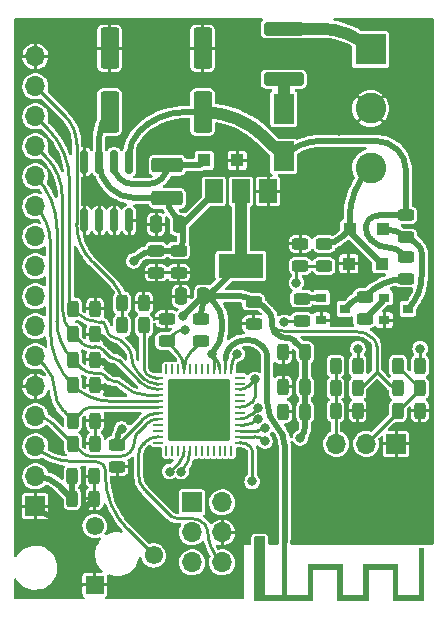
<source format=gtl>
G04 #@! TF.GenerationSoftware,KiCad,Pcbnew,6.0.7-f9a2dced07~116~ubuntu20.04.1*
G04 #@! TF.CreationDate,2023-01-10T10:48:59+01:00*
G04 #@! TF.ProjectId,Td5Gauge_SMD_ESP32,54643547-6175-4676-955f-534d445f4553,rev?*
G04 #@! TF.SameCoordinates,Original*
G04 #@! TF.FileFunction,Copper,L1,Top*
G04 #@! TF.FilePolarity,Positive*
%FSLAX46Y46*%
G04 Gerber Fmt 4.6, Leading zero omitted, Abs format (unit mm)*
G04 Created by KiCad (PCBNEW 6.0.7-f9a2dced07~116~ubuntu20.04.1) date 2023-01-10 10:48:59*
%MOMM*%
%LPD*%
G01*
G04 APERTURE LIST*
G04 Aperture macros list*
%AMRoundRect*
0 Rectangle with rounded corners*
0 $1 Rounding radius*
0 $2 $3 $4 $5 $6 $7 $8 $9 X,Y pos of 4 corners*
0 Add a 4 corners polygon primitive as box body*
4,1,4,$2,$3,$4,$5,$6,$7,$8,$9,$2,$3,0*
0 Add four circle primitives for the rounded corners*
1,1,$1+$1,$2,$3*
1,1,$1+$1,$4,$5*
1,1,$1+$1,$6,$7*
1,1,$1+$1,$8,$9*
0 Add four rect primitives between the rounded corners*
20,1,$1+$1,$2,$3,$4,$5,0*
20,1,$1+$1,$4,$5,$6,$7,0*
20,1,$1+$1,$6,$7,$8,$9,0*
20,1,$1+$1,$8,$9,$2,$3,0*%
G04 Aperture macros list end*
G04 #@! TA.AperFunction,ComponentPad*
%ADD10R,1.550000X1.550000*%
G04 #@! TD*
G04 #@! TA.AperFunction,ComponentPad*
%ADD11C,1.550000*%
G04 #@! TD*
G04 #@! TA.AperFunction,ComponentPad*
%ADD12R,1.700000X1.700000*%
G04 #@! TD*
G04 #@! TA.AperFunction,ComponentPad*
%ADD13O,1.700000X1.700000*%
G04 #@! TD*
G04 #@! TA.AperFunction,SMDPad,CuDef*
%ADD14RoundRect,0.250000X0.550000X-1.500000X0.550000X1.500000X-0.550000X1.500000X-0.550000X-1.500000X0*%
G04 #@! TD*
G04 #@! TA.AperFunction,SMDPad,CuDef*
%ADD15RoundRect,0.250000X0.250000X0.475000X-0.250000X0.475000X-0.250000X-0.475000X0.250000X-0.475000X0*%
G04 #@! TD*
G04 #@! TA.AperFunction,SMDPad,CuDef*
%ADD16RoundRect,0.243750X-0.456250X0.243750X-0.456250X-0.243750X0.456250X-0.243750X0.456250X0.243750X0*%
G04 #@! TD*
G04 #@! TA.AperFunction,SMDPad,CuDef*
%ADD17RoundRect,0.243750X0.243750X0.456250X-0.243750X0.456250X-0.243750X-0.456250X0.243750X-0.456250X0*%
G04 #@! TD*
G04 #@! TA.AperFunction,SMDPad,CuDef*
%ADD18RoundRect,0.243750X0.456250X-0.243750X0.456250X0.243750X-0.456250X0.243750X-0.456250X-0.243750X0*%
G04 #@! TD*
G04 #@! TA.AperFunction,SMDPad,CuDef*
%ADD19RoundRect,0.243750X-0.243750X-0.456250X0.243750X-0.456250X0.243750X0.456250X-0.243750X0.456250X0*%
G04 #@! TD*
G04 #@! TA.AperFunction,SMDPad,CuDef*
%ADD20R,1.800000X2.500000*%
G04 #@! TD*
G04 #@! TA.AperFunction,SMDPad,CuDef*
%ADD21R,1.100000X1.100000*%
G04 #@! TD*
G04 #@! TA.AperFunction,SMDPad,CuDef*
%ADD22RoundRect,0.250000X-1.450000X0.312500X-1.450000X-0.312500X1.450000X-0.312500X1.450000X0.312500X0*%
G04 #@! TD*
G04 #@! TA.AperFunction,ComponentPad*
%ADD23R,2.600000X2.600000*%
G04 #@! TD*
G04 #@! TA.AperFunction,ComponentPad*
%ADD24C,2.600000*%
G04 #@! TD*
G04 #@! TA.AperFunction,SMDPad,CuDef*
%ADD25R,0.900000X0.800000*%
G04 #@! TD*
G04 #@! TA.AperFunction,SMDPad,CuDef*
%ADD26R,1.500000X2.000000*%
G04 #@! TD*
G04 #@! TA.AperFunction,SMDPad,CuDef*
%ADD27R,3.800000X2.000000*%
G04 #@! TD*
G04 #@! TA.AperFunction,SMDPad,CuDef*
%ADD28RoundRect,0.150000X-0.150000X0.825000X-0.150000X-0.825000X0.150000X-0.825000X0.150000X0.825000X0*%
G04 #@! TD*
G04 #@! TA.AperFunction,SMDPad,CuDef*
%ADD29RoundRect,0.062500X-0.062500X0.337500X-0.062500X-0.337500X0.062500X-0.337500X0.062500X0.337500X0*%
G04 #@! TD*
G04 #@! TA.AperFunction,SMDPad,CuDef*
%ADD30RoundRect,0.062500X-0.337500X0.062500X-0.337500X-0.062500X0.337500X-0.062500X0.337500X0.062500X0*%
G04 #@! TD*
G04 #@! TA.AperFunction,ComponentPad*
%ADD31C,0.500000*%
G04 #@! TD*
G04 #@! TA.AperFunction,SMDPad,CuDef*
%ADD32RoundRect,0.249100X-2.400900X2.400900X-2.400900X-2.400900X2.400900X-2.400900X2.400900X2.400900X0*%
G04 #@! TD*
G04 #@! TA.AperFunction,SMDPad,CuDef*
%ADD33RoundRect,0.250000X-1.075000X0.375000X-1.075000X-0.375000X1.075000X-0.375000X1.075000X0.375000X0*%
G04 #@! TD*
G04 #@! TA.AperFunction,ConnectorPad*
%ADD34R,0.500000X0.500000*%
G04 #@! TD*
G04 #@! TA.AperFunction,ComponentPad*
%ADD35R,0.900000X0.700000*%
G04 #@! TD*
G04 #@! TA.AperFunction,ViaPad*
%ADD36C,0.800000*%
G04 #@! TD*
G04 #@! TA.AperFunction,Conductor*
%ADD37C,0.508000*%
G04 #@! TD*
G04 #@! TA.AperFunction,Conductor*
%ADD38C,0.254000*%
G04 #@! TD*
G04 #@! TA.AperFunction,Conductor*
%ADD39C,1.016000*%
G04 #@! TD*
G04 APERTURE END LIST*
G36*
X85545418Y-94502970D02*
G01*
X85545418Y-99402970D01*
X86945418Y-99402970D01*
X86945418Y-94502970D01*
X87445418Y-94502970D01*
X87445418Y-99402970D01*
X89145418Y-99402970D01*
X89145418Y-96762970D01*
X92145418Y-96762970D01*
X92145418Y-99402970D01*
X93845418Y-99402970D01*
X93845418Y-96762970D01*
X96845418Y-96762970D01*
X96845418Y-99402970D01*
X98545418Y-99402970D01*
X98545418Y-95462970D01*
X99045418Y-95462970D01*
X99045418Y-99902970D01*
X96345418Y-99902970D01*
X96345418Y-97262970D01*
X94345418Y-97262970D01*
X94345418Y-99902970D01*
X91645418Y-99902970D01*
X91645418Y-97262970D01*
X89645418Y-97262970D01*
X89645418Y-99902970D01*
X84645418Y-99902970D01*
X84645418Y-94746185D01*
X84947835Y-94746185D01*
X84952571Y-94794592D01*
X84972233Y-94839386D01*
X85007173Y-94876156D01*
X85040065Y-94893062D01*
X85088151Y-94900952D01*
X85137736Y-94894378D01*
X85183046Y-94874283D01*
X85218306Y-94841613D01*
X85235200Y-94809387D01*
X85243640Y-94761128D01*
X85237109Y-94711602D01*
X85216550Y-94666417D01*
X85182907Y-94631183D01*
X85164296Y-94620570D01*
X85118781Y-94607670D01*
X85070262Y-94606927D01*
X85027599Y-94619035D01*
X85019687Y-94623389D01*
X84981744Y-94656173D01*
X84957676Y-94698575D01*
X84947835Y-94746185D01*
X84645418Y-94746185D01*
X84645418Y-94502970D01*
X85545418Y-94502970D01*
G37*
D10*
X71120000Y-98552000D03*
D11*
X76120000Y-96052000D03*
X71120000Y-93552000D03*
D12*
X66100000Y-91900000D03*
D13*
X66100000Y-89360000D03*
X66100000Y-86820000D03*
X66100000Y-84280000D03*
X66100000Y-81740000D03*
X66100000Y-79200000D03*
X66100000Y-76660000D03*
X66100000Y-74120000D03*
X66100000Y-71580000D03*
X66100000Y-69040000D03*
X66100000Y-66500000D03*
X66100000Y-63960000D03*
X66100000Y-61420000D03*
X66100000Y-58880000D03*
X66100000Y-56340000D03*
X66100000Y-53800000D03*
D12*
X79375000Y-91567000D03*
D13*
X81915000Y-91567000D03*
X79375000Y-94107000D03*
X81915000Y-94107000D03*
X79375000Y-96647000D03*
X81915000Y-96647000D03*
D14*
X80264000Y-58516500D03*
X80264000Y-53116500D03*
D15*
X78229500Y-68008500D03*
X76329500Y-68008500D03*
D14*
X72390000Y-58516500D03*
X72390000Y-53116500D03*
D16*
X78232000Y-70246000D03*
X78232000Y-72121000D03*
D17*
X71105000Y-89344500D03*
X69230000Y-89344500D03*
D18*
X77216000Y-77899500D03*
X77216000Y-76024500D03*
D17*
X88948500Y-81788000D03*
X87073500Y-81788000D03*
D18*
X84582000Y-76451700D03*
X84582000Y-74576700D03*
D17*
X88948500Y-78867000D03*
X87073500Y-78867000D03*
X88948500Y-83896200D03*
X87073500Y-83896200D03*
D19*
X96789000Y-83820000D03*
X98664000Y-83820000D03*
X91518500Y-83820000D03*
X93393500Y-83820000D03*
X73421000Y-74676000D03*
X75296000Y-74676000D03*
D20*
X87122000Y-62261500D03*
X87122000Y-58261500D03*
D21*
X80388000Y-62611000D03*
X83188000Y-62611000D03*
X95443500Y-71374000D03*
X92643500Y-71374000D03*
D22*
X87122000Y-51456500D03*
X87122000Y-55731500D03*
D23*
X94488000Y-53213000D03*
D24*
X94488000Y-58213000D03*
X94488000Y-63213000D03*
D12*
X96647000Y-86614000D03*
D13*
X94107000Y-86614000D03*
X91567000Y-86614000D03*
D25*
X90313000Y-74234000D03*
X90313000Y-76134000D03*
X92313000Y-75184000D03*
D19*
X69293500Y-77343000D03*
X71168500Y-77343000D03*
X69293500Y-79502000D03*
X71168500Y-79502000D03*
X69293500Y-84645500D03*
X71168500Y-84645500D03*
D16*
X88646000Y-74310000D03*
X88646000Y-76185000D03*
X97472500Y-70754000D03*
X97472500Y-72629000D03*
D19*
X96789000Y-81915000D03*
X98664000Y-81915000D03*
D17*
X98664000Y-80010000D03*
X96789000Y-80010000D03*
D18*
X93980000Y-76058000D03*
X93980000Y-74183000D03*
D17*
X93393500Y-81915000D03*
X91518500Y-81915000D03*
D19*
X73421000Y-76581000D03*
X75296000Y-76581000D03*
D17*
X93393500Y-80010000D03*
X91518500Y-80010000D03*
D18*
X90551000Y-71549500D03*
X90551000Y-69674500D03*
D16*
X88519000Y-69674500D03*
X88519000Y-71549500D03*
D26*
X85802500Y-65239500D03*
D27*
X83502500Y-71539500D03*
D26*
X83502500Y-65239500D03*
X81202500Y-65239500D03*
D28*
X74041000Y-62739500D03*
X72771000Y-62739500D03*
X71501000Y-62739500D03*
X70231000Y-62739500D03*
X70231000Y-67689500D03*
X71501000Y-67689500D03*
X72771000Y-67689500D03*
X74041000Y-67689500D03*
D29*
X82696500Y-80306500D03*
X82196500Y-80306500D03*
X81696500Y-80306500D03*
X81196500Y-80306500D03*
X80696500Y-80306500D03*
X80196500Y-80306500D03*
X79696500Y-80306500D03*
X79196500Y-80306500D03*
X78696500Y-80306500D03*
X78196500Y-80306500D03*
X77696500Y-80306500D03*
X77196500Y-80306500D03*
D30*
X76496500Y-81006500D03*
X76496500Y-81506500D03*
X76496500Y-82006500D03*
X76496500Y-82506500D03*
X76496500Y-83006500D03*
X76496500Y-83506500D03*
X76496500Y-84006500D03*
X76496500Y-84506500D03*
X76496500Y-85006500D03*
X76496500Y-85506500D03*
X76496500Y-86006500D03*
X76496500Y-86506500D03*
D29*
X77196500Y-87206500D03*
X77696500Y-87206500D03*
X78196500Y-87206500D03*
X78696500Y-87206500D03*
X79196500Y-87206500D03*
X79696500Y-87206500D03*
X80196500Y-87206500D03*
X80696500Y-87206500D03*
X81196500Y-87206500D03*
X81696500Y-87206500D03*
X82196500Y-87206500D03*
X82696500Y-87206500D03*
D30*
X83396500Y-86506500D03*
X83396500Y-86006500D03*
X83396500Y-85506500D03*
X83396500Y-85006500D03*
X83396500Y-84506500D03*
X83396500Y-84006500D03*
X83396500Y-83506500D03*
X83396500Y-83006500D03*
X83396500Y-82506500D03*
X83396500Y-82006500D03*
X83396500Y-81506500D03*
X83396500Y-81006500D03*
D31*
X79946500Y-84956500D03*
X78803500Y-83756500D03*
X78803500Y-81406500D03*
D32*
X79946500Y-83756500D03*
D31*
X79946500Y-81406500D03*
X77621500Y-82556500D03*
X81216500Y-86106500D03*
X82296500Y-84956500D03*
X77621500Y-84956500D03*
X78803500Y-86106500D03*
X79946500Y-83756500D03*
X82296500Y-83756500D03*
X79946500Y-82556500D03*
X81216500Y-83756500D03*
X79946500Y-86106500D03*
X77621500Y-83756500D03*
X81216500Y-81406500D03*
X82296500Y-82556500D03*
D25*
X95647000Y-74234000D03*
X95647000Y-76134000D03*
X97647000Y-75184000D03*
D33*
X77279500Y-63014400D03*
X77279500Y-65814400D03*
D18*
X76327000Y-72121000D03*
X76327000Y-70246000D03*
D16*
X73025000Y-86692500D03*
X73025000Y-88567500D03*
D21*
X92707000Y-68453000D03*
X95507000Y-68453000D03*
D19*
X69293500Y-81661000D03*
X71168500Y-81661000D03*
X69293500Y-86614000D03*
X71168500Y-86614000D03*
D15*
X80325000Y-74104500D03*
X78425000Y-74104500D03*
D16*
X80137000Y-76024500D03*
X80137000Y-77899500D03*
D17*
X71105000Y-91249500D03*
X69230000Y-91249500D03*
D19*
X69293500Y-75184000D03*
X71168500Y-75184000D03*
D16*
X97472500Y-67261500D03*
X97472500Y-69136500D03*
D34*
X87195418Y-94752970D03*
D35*
X85095418Y-94752970D03*
D36*
X96710500Y-56070500D03*
X82423000Y-54165500D03*
X78105000Y-54165500D03*
X76263500Y-87439500D03*
X74422000Y-54165500D03*
X72517000Y-84328000D03*
X76263500Y-80073500D03*
X70167500Y-72580500D03*
X91440000Y-58166000D03*
X69215000Y-97218500D03*
X72517000Y-80327500D03*
X91821000Y-56070500D03*
X83629500Y-80073500D03*
X97218500Y-58166000D03*
X72517000Y-82232500D03*
X91821000Y-60134500D03*
X96710500Y-60134500D03*
X72517000Y-78359000D03*
X87071200Y-80340200D03*
X82931000Y-76073000D03*
X70231000Y-54165500D03*
X83629500Y-87439500D03*
X88201500Y-72961500D03*
X77471721Y-88950532D03*
X87185500Y-76327000D03*
X78432070Y-88950295D03*
X85530855Y-86376664D03*
X98679000Y-78549500D03*
X85529059Y-85267866D03*
X93408500Y-78549500D03*
X74422000Y-71120000D03*
X84689943Y-81143545D03*
X73406000Y-85344000D03*
X84455000Y-89789000D03*
X81026000Y-78994000D03*
X83185000Y-78994000D03*
X78613000Y-75819000D03*
X88519000Y-86106000D03*
X78740000Y-76962000D03*
X84921926Y-83575492D03*
X84926913Y-84530615D03*
D37*
X71091940Y-91281031D02*
X69618839Y-92754131D01*
X72061317Y-79871817D02*
X72517000Y-80327500D01*
X71736113Y-77578113D02*
X72517000Y-78359000D01*
X69618839Y-92754131D02*
X69597450Y-92775520D01*
X72494922Y-82210422D02*
X72517000Y-82232500D01*
X71437500Y-86345000D02*
X71168500Y-86614000D01*
X72494913Y-82210431D02*
G75*
G03*
X71168500Y-81661000I-1326413J-1326369D01*
G01*
X71736108Y-77578118D02*
G75*
G03*
X71168500Y-77343000I-567608J-567582D01*
G01*
X66144660Y-91944665D02*
G75*
G03*
X68873990Y-93075187I2729340J2729365D01*
G01*
X72061310Y-79871824D02*
G75*
G03*
X71168500Y-79502000I-892810J-892776D01*
G01*
X68873990Y-93075191D02*
G75*
G03*
X69597450Y-92775520I10J1023091D01*
G01*
D38*
X96810213Y-80061213D02*
X98664000Y-81915000D01*
X98642787Y-81966213D02*
X96789000Y-83820000D01*
X96709804Y-84011196D02*
X94107000Y-86614000D01*
X91518500Y-80010000D02*
X91518500Y-86496911D01*
D37*
X92146292Y-69013709D02*
X92707000Y-68453000D01*
X92837461Y-68767961D02*
X95443500Y-71374000D01*
X92707000Y-68453000D02*
X92707000Y-67512714D01*
X92146295Y-69013712D02*
G75*
G02*
X90551000Y-69674500I-1595295J1595312D01*
G01*
X92837466Y-68767956D02*
G75*
G02*
X92707000Y-68453000I314934J314956D01*
G01*
X94487996Y-63212996D02*
G75*
G03*
X92707000Y-67512714I4299704J-4299704D01*
G01*
X97472500Y-67261500D02*
X97472500Y-63408328D01*
X78809449Y-58516500D02*
X80264000Y-58516500D01*
X94548999Y-69344690D02*
X94667776Y-69463467D01*
X94123664Y-68089810D02*
X94123664Y-68531007D01*
X94934370Y-60960000D02*
X90264098Y-60960000D01*
X94398268Y-69193958D02*
X94548999Y-69344690D01*
X97472500Y-67261500D02*
X95230465Y-67261500D01*
D39*
X85578224Y-60717723D02*
X87122000Y-62261500D01*
D37*
X74918716Y-60128110D02*
G75*
G03*
X74041000Y-62247066I2118984J-2118990D01*
G01*
X94934370Y-60960013D02*
G75*
G02*
X96774000Y-61722000I30J-2601587D01*
G01*
X87122000Y-62261500D02*
G75*
G02*
X90264098Y-60960000I3142100J-3142100D01*
G01*
X95898974Y-69973473D02*
G75*
G02*
X94667776Y-69463467I26J1741173D01*
G01*
X94308615Y-67643374D02*
G75*
G02*
X95230465Y-67261500I921885J-921826D01*
G01*
X97252665Y-70534159D02*
G75*
G03*
X95898974Y-69973446I-1353665J-1353641D01*
G01*
D39*
X85578214Y-60717733D02*
G75*
G03*
X80264000Y-58516500I-5314214J-5314167D01*
G01*
D37*
X96774008Y-61721992D02*
G75*
G02*
X97472500Y-63408328I-1686308J-1686308D01*
G01*
X78809449Y-58516523D02*
G75*
G03*
X74918706Y-60128100I-49J-5502277D01*
G01*
X94123657Y-68089810D02*
G75*
G02*
X94308594Y-67643353I631343J10D01*
G01*
X94398275Y-69193951D02*
G75*
G02*
X94123664Y-68531007I662925J662951D01*
G01*
D39*
X87122000Y-51456500D02*
X90247434Y-51456500D01*
X94487990Y-53213010D02*
G75*
G03*
X90247434Y-51456500I-4240590J-4240590D01*
G01*
D38*
X90551000Y-71549500D02*
X88519000Y-71549500D01*
X78329333Y-88092921D02*
X77471721Y-88950532D01*
X88201500Y-72961500D02*
X88201500Y-72316012D01*
X88518996Y-71549496D02*
G75*
G03*
X88201500Y-72316012I766504J-766504D01*
G01*
X78329335Y-88092923D02*
G75*
G03*
X78696500Y-87206500I-886435J886423D01*
G01*
X88646000Y-76185000D02*
X87327500Y-76185000D01*
X78503984Y-88878380D02*
X78432070Y-88950295D01*
X78503985Y-88878381D02*
G75*
G03*
X79196500Y-87206500I-1671885J1671881D01*
G01*
X98679000Y-78549500D02*
X98679000Y-79973787D01*
X83396500Y-86006500D02*
X84637201Y-86006500D01*
X85530851Y-86376668D02*
G75*
G03*
X84637201Y-86006500I-893651J-893632D01*
G01*
X83396500Y-85506500D02*
X84952946Y-85506500D01*
X93393500Y-78585713D02*
X93393500Y-80010000D01*
X93393500Y-78564500D02*
X93408500Y-78549500D01*
X85529026Y-85267833D02*
G75*
G02*
X84952946Y-85506500I-576126J576033D01*
G01*
X93393506Y-78585713D02*
G75*
G02*
X93408500Y-78549500I51194J13D01*
G01*
X73304920Y-77832872D02*
X73908346Y-78436299D01*
X69659271Y-75549772D02*
X69293500Y-75184000D01*
X76496500Y-81506500D02*
X76286666Y-81506500D01*
X68988843Y-74653383D02*
X68988843Y-64366573D01*
X72057398Y-76739457D02*
X72057398Y-76695233D01*
X75319323Y-81105813D02*
X74798267Y-80584757D01*
X67151971Y-59931970D02*
X66100000Y-58880000D01*
X72284418Y-77287532D02*
X72493767Y-77496882D01*
X71730111Y-76277137D02*
X71415287Y-76277137D01*
X71916148Y-76354175D02*
G75*
G02*
X72057398Y-76695233I-341048J-341025D01*
G01*
X71730111Y-76277126D02*
G75*
G02*
X71916133Y-76354190I-11J-263074D01*
G01*
X72866458Y-77651275D02*
G75*
G02*
X73304920Y-77832872I42J-620025D01*
G01*
X75319346Y-81105790D02*
G75*
G03*
X76286666Y-81506500I967354J967290D01*
G01*
X73908328Y-78436317D02*
G75*
G02*
X74253418Y-79269375I-833028J-833083D01*
G01*
X72493790Y-77496859D02*
G75*
G03*
X72866458Y-77651255I372710J372659D01*
G01*
X72057431Y-76739457D02*
G75*
G03*
X72284418Y-77287532I775069J-43D01*
G01*
X74253438Y-79269375D02*
G75*
G03*
X74790020Y-80564847I1832062J-25D01*
G01*
X74790065Y-80564847D02*
G75*
G03*
X74798268Y-80584756I28135J-53D01*
G01*
X69659287Y-75549756D02*
G75*
G03*
X71415287Y-76277137I1756013J1755956D01*
G01*
X67151950Y-59931991D02*
G75*
G02*
X68988843Y-64366573I-4434550J-4434609D01*
G01*
X70046529Y-78096030D02*
X69293500Y-77343000D01*
X72445515Y-79259382D02*
X71864765Y-78678633D01*
X73147052Y-79549969D02*
X74972196Y-81375112D01*
X68380277Y-75138285D02*
X68380277Y-65690030D01*
X66973309Y-62293309D02*
X66100000Y-61420000D01*
X71120671Y-78370419D02*
X70708964Y-78370419D01*
X74972194Y-81375114D02*
G75*
G03*
X76496500Y-82006500I1524306J1524314D01*
G01*
X70046548Y-78096011D02*
G75*
G03*
X70708964Y-78370419I662452J662411D01*
G01*
X66973322Y-62293296D02*
G75*
G02*
X68380277Y-65690030I-3396722J-3396704D01*
G01*
X71120671Y-78370432D02*
G75*
G02*
X71864765Y-78678633I29J-1052268D01*
G01*
X72445525Y-79259372D02*
G75*
G03*
X72686667Y-79359271I241175J241172D01*
G01*
X72686667Y-79359309D02*
G75*
G02*
X73147051Y-79549970I33J-651091D01*
G01*
X68380284Y-75138285D02*
G75*
G03*
X69293500Y-77343000I3117916J-15D01*
G01*
X76496500Y-82506500D02*
X75644234Y-82506500D01*
X72288766Y-81128862D02*
X71943852Y-80783948D01*
X69981979Y-80190479D02*
X69293500Y-79502000D01*
X72756784Y-81310479D02*
X72727228Y-81310479D01*
X71509799Y-80604157D02*
X70980686Y-80604157D01*
X67926555Y-76201903D02*
X67926555Y-68369693D01*
X67926554Y-76201903D02*
G75*
G03*
X69293500Y-79502000I4667046J3D01*
G01*
X71509799Y-80604158D02*
G75*
G02*
X71943852Y-80783948I1J-613842D01*
G01*
X72756784Y-81310477D02*
G75*
G02*
X73407865Y-81580167I16J-920723D01*
G01*
X72288752Y-81128876D02*
G75*
G03*
X72727228Y-81310479I438448J438476D01*
G01*
X66099998Y-63960002D02*
G75*
G02*
X67926555Y-68369693I-4409698J-4409698D01*
G01*
X69981992Y-80190466D02*
G75*
G03*
X70980686Y-80604157I998708J998666D01*
G01*
X73407849Y-81580183D02*
G75*
G03*
X75644234Y-82506500I2236351J2236383D01*
G01*
X67367333Y-77010822D02*
X67367333Y-69559612D01*
X76496500Y-83006500D02*
X72541824Y-83006500D01*
X66100004Y-66499996D02*
G75*
G02*
X67367333Y-69559612I-3059604J-3059604D01*
G01*
X69293493Y-81661007D02*
G75*
G03*
X72541824Y-83006500I3248307J3248307D01*
G01*
X67367325Y-77010822D02*
G75*
G03*
X69293501Y-81660999I6576375J22D01*
G01*
X66890127Y-79990127D02*
X66100000Y-79200000D01*
X69293500Y-84645500D02*
X68482532Y-83834532D01*
X76496500Y-83506500D02*
X70857076Y-83506500D01*
X70079507Y-83828580D02*
X69315359Y-84592728D01*
X70079508Y-83828581D02*
G75*
G02*
X70857076Y-83506500I777592J-777619D01*
G01*
X67752408Y-82071918D02*
G75*
G03*
X68482533Y-83834531I2492692J18D01*
G01*
X66890143Y-79990111D02*
G75*
G02*
X67752433Y-82071918I-2081843J-2081789D01*
G01*
X75478983Y-84927970D02*
X74828367Y-85578585D01*
X73276999Y-87676232D02*
X70842055Y-87676232D01*
X70011849Y-87332350D02*
X69293500Y-86614000D01*
X69293500Y-86614000D02*
X67567259Y-84887759D01*
X74100832Y-87334975D02*
G75*
G03*
X74495207Y-86382904I-952032J952075D01*
G01*
X66100000Y-84279996D02*
G75*
G02*
X67567258Y-84887760I0J-2075004D01*
G01*
X70011863Y-87332336D02*
G75*
G03*
X70842055Y-87676232I830237J830236D01*
G01*
X74495215Y-86382904D02*
G75*
G02*
X74828368Y-85578586I1137485J4D01*
G01*
X73276999Y-87676218D02*
G75*
G03*
X74100841Y-87334984I1J1165118D01*
G01*
X75478980Y-84927967D02*
G75*
G02*
X76496500Y-84506500I1017520J-1017533D01*
G01*
X73924951Y-93856950D02*
X76120000Y-96052000D01*
X69171652Y-88092320D02*
X71224037Y-88092320D01*
X72028677Y-88918755D02*
X72028677Y-89278941D01*
X73924953Y-93856948D02*
G75*
G02*
X72028677Y-89278941I4577997J4578008D01*
G01*
X69171652Y-88092369D02*
G75*
G02*
X66100000Y-86820000I48J4343969D01*
G01*
X71782098Y-88323488D02*
G75*
G03*
X71224037Y-88092320I-558098J-558112D01*
G01*
X72028699Y-88918755D02*
G75*
G03*
X71782105Y-88323481I-841899J-45D01*
G01*
X73421000Y-74676000D02*
X73421000Y-76581000D01*
X69595999Y-67964866D02*
X69595999Y-61234928D01*
X68606807Y-58846807D02*
X66100000Y-56340000D01*
X72722330Y-72989260D02*
X70938133Y-71205064D01*
X72722328Y-72989262D02*
G75*
G02*
X73421000Y-74676000I-1686728J-1686738D01*
G01*
X68606818Y-58846796D02*
G75*
G02*
X69595999Y-61234928I-2388118J-2388104D01*
G01*
X69596015Y-67964866D02*
G75*
G03*
X70938134Y-71205063I4582285J-34D01*
G01*
D37*
X92843067Y-74653933D02*
X92313000Y-75184000D01*
X94163264Y-73999717D02*
G75*
G02*
X97472500Y-72629000I3309236J-3309283D01*
G01*
X92843060Y-74653926D02*
G75*
G02*
X93980000Y-74183000I1136940J-1136974D01*
G01*
X88829480Y-74234000D02*
X90313000Y-74234000D01*
X95535984Y-74502016D02*
X93980000Y-76058000D01*
X95647000Y-74234000D02*
X95647000Y-74391000D01*
X95535977Y-74502009D02*
G75*
G03*
X95647000Y-74234000I-267977J268009D01*
G01*
X78232000Y-70246000D02*
X76327000Y-70246000D01*
X81063907Y-65574093D02*
X78629500Y-68008500D01*
X71501000Y-62739500D02*
X71501000Y-60662735D01*
X69230000Y-89344500D02*
X69230000Y-91249500D01*
X68217666Y-90237166D02*
X69230000Y-91249500D01*
X77279500Y-65814400D02*
X74575900Y-65814400D01*
X74566973Y-70975027D02*
X74422000Y-71120000D01*
X78629500Y-68008500D02*
X78629500Y-69286351D01*
X77876369Y-67255369D02*
X78629500Y-68008500D01*
X78231985Y-70245985D02*
G75*
G03*
X78629500Y-69286351I-959685J959685D01*
G01*
X71501000Y-62739500D02*
G75*
G03*
X74575900Y-65814400I3074900J0D01*
G01*
X81063910Y-65574096D02*
G75*
G03*
X81202500Y-65239500I-334610J334596D01*
G01*
X68217659Y-90237173D02*
G75*
G03*
X66100000Y-89360000I-2117659J-2117627D01*
G01*
X72389989Y-58516489D02*
G75*
G03*
X71501000Y-60662735I2146211J-2146211D01*
G01*
X77876377Y-67255361D02*
G75*
G02*
X77279500Y-65814400I1440923J1440961D01*
G01*
X74566964Y-70975018D02*
G75*
G02*
X76327000Y-70246000I1760036J-1760082D01*
G01*
D38*
X84689943Y-82615733D02*
X84689943Y-81143545D01*
X94996000Y-80518000D02*
X94996000Y-78337210D01*
D37*
X88948500Y-78867000D02*
X88948500Y-81788000D01*
X83139740Y-71689760D02*
X80725000Y-74104500D01*
D38*
X94996000Y-80518000D02*
X93744311Y-81769689D01*
D37*
X87958923Y-77798924D02*
X88112600Y-77952600D01*
X88948500Y-83896200D02*
X88948500Y-85069096D01*
D38*
X84481338Y-83057146D02*
X84525323Y-83013160D01*
D37*
X86328966Y-77108765D02*
X86461600Y-77241400D01*
X87504057Y-77673200D02*
X87655400Y-77673200D01*
X85323055Y-74883655D02*
X85826600Y-75387200D01*
X80137000Y-76024500D02*
X80137000Y-75524057D01*
X81184912Y-74564412D02*
X80725000Y-74104500D01*
D38*
X81196500Y-80306500D02*
X81196500Y-79405623D01*
X96112985Y-81634986D02*
X94996000Y-80518000D01*
D37*
X80725000Y-74104500D02*
X83442009Y-74104500D01*
D38*
X84455000Y-87174605D02*
X84455000Y-89789000D01*
D37*
X78613000Y-75819000D02*
X80046425Y-74385575D01*
D39*
X83502500Y-65239500D02*
X83502500Y-71539500D01*
D37*
X86131400Y-76123052D02*
X86131400Y-76631800D01*
D38*
X81242537Y-79210538D02*
X81026000Y-78994000D01*
X75155567Y-84561932D02*
X73025000Y-86692500D01*
X93210155Y-77089489D02*
X87236358Y-77089489D01*
D37*
X88948500Y-81788000D02*
X88948500Y-83896200D01*
X88112600Y-77952600D02*
X88892992Y-78732992D01*
D38*
X83396500Y-86506500D02*
X83455262Y-86506500D01*
D37*
X81915000Y-76847765D02*
X81915000Y-76327000D01*
X73025000Y-86692500D02*
X73025000Y-86263815D01*
D38*
X84131389Y-81702099D02*
X84689943Y-81143545D01*
X82696500Y-80306500D02*
X82696500Y-80173343D01*
D37*
X73405995Y-85343995D02*
G75*
G03*
X73025000Y-86263815I919805J-919805D01*
G01*
D38*
X93210155Y-77089508D02*
G75*
G02*
X94742000Y-77724000I45J-2166292D01*
G01*
X83184987Y-78993987D02*
G75*
G03*
X82696500Y-80173343I1179313J-1179313D01*
G01*
D37*
X80725000Y-74104486D02*
G75*
G03*
X80046425Y-74385575I0J-959614D01*
G01*
X87958914Y-77798933D02*
G75*
G03*
X87655400Y-77673200I-303514J-303467D01*
G01*
X85323053Y-74883657D02*
G75*
G03*
X84582000Y-74576700I-741053J-741043D01*
G01*
X81184917Y-74564407D02*
G75*
G02*
X81915000Y-76327000I-1762617J-1762593D01*
G01*
D38*
X94742003Y-77723997D02*
G75*
G02*
X94996000Y-78337210I-613203J-613203D01*
G01*
X84328011Y-86867989D02*
G75*
G03*
X83455262Y-86506500I-872711J-872711D01*
G01*
X75155560Y-84561925D02*
G75*
G02*
X76496500Y-84006500I1340940J-1340975D01*
G01*
D37*
X88519001Y-86106001D02*
G75*
G03*
X88948500Y-85069096I-1036901J1036901D01*
G01*
X80725012Y-74104512D02*
G75*
G03*
X80137000Y-75524057I1419588J-1419588D01*
G01*
D38*
X84131391Y-81702101D02*
G75*
G02*
X83396500Y-82006500I-734891J734901D01*
G01*
D37*
X84581998Y-74576702D02*
G75*
G03*
X83442009Y-74104500I-1139998J-1139998D01*
G01*
X86131419Y-76123052D02*
G75*
G03*
X85826599Y-75387201I-1040719J-48D01*
G01*
D38*
X84454997Y-87174605D02*
G75*
G03*
X84327999Y-86868001I-433597J5D01*
G01*
D37*
X86328972Y-77108759D02*
G75*
G02*
X86131400Y-76631800I476928J476959D01*
G01*
D38*
X84481339Y-83057147D02*
G75*
G02*
X83396500Y-83506500I-1084839J1084847D01*
G01*
X86131412Y-76631788D02*
G75*
G03*
X87236358Y-77089489I1104988J1104988D01*
G01*
X81242532Y-79210543D02*
G75*
G02*
X81696500Y-80306500I-1095932J-1095957D01*
G01*
D37*
X87504057Y-77673217D02*
G75*
G02*
X86461600Y-77241400I43J1474317D01*
G01*
D38*
X81026007Y-78993993D02*
G75*
G02*
X81196500Y-79405623I-411607J-411607D01*
G01*
X84689967Y-82615733D02*
G75*
G02*
X84525323Y-83013160I-562067J33D01*
G01*
D37*
X81914985Y-76847765D02*
G75*
G02*
X81026000Y-78994000I-3035185J-35D01*
G01*
D38*
X96112991Y-81634980D02*
G75*
G03*
X96789000Y-81915000I676009J675980D01*
G01*
X80137000Y-77899500D02*
X79379919Y-78656581D01*
X77216000Y-77899500D02*
X78041365Y-78724865D01*
X77216000Y-77899500D02*
X77738782Y-77376718D01*
X78696490Y-80306500D02*
G75*
G02*
X79379920Y-78656582I2333310J0D01*
G01*
X78696490Y-80306500D02*
G75*
G03*
X78041364Y-78724866I-2236790J0D01*
G01*
X78740000Y-76961990D02*
G75*
G03*
X77738782Y-77376718I0J-1415910D01*
G01*
D39*
X87122000Y-55731500D02*
X87122000Y-58261500D01*
D37*
X77279500Y-63014400D02*
X79984600Y-63014400D01*
X75676300Y-64617600D02*
X74371200Y-64617600D01*
X72771000Y-63017400D02*
G75*
G03*
X74371200Y-64617600I1600200J0D01*
G01*
X75676300Y-64617600D02*
G75*
G03*
X77279500Y-63014400I0J1603200D01*
G01*
X80388000Y-62611000D02*
G75*
G02*
X79984600Y-63014400I-403400J0D01*
G01*
X98097301Y-69395301D02*
X98552000Y-69850000D01*
X98806000Y-70463210D02*
X98806000Y-72385927D01*
X95507000Y-68453000D02*
X95822386Y-68453000D01*
X98805995Y-70463210D02*
G75*
G03*
X98551999Y-69850001I-867195J10D01*
G01*
X97472504Y-69136496D02*
G75*
G03*
X95822386Y-68453000I-1650104J-1650104D01*
G01*
X98097301Y-69395301D02*
G75*
G03*
X97472500Y-69136500I-624801J-624799D01*
G01*
X97646992Y-75183992D02*
G75*
G03*
X98806000Y-72385927I-2798092J2798092D01*
G01*
D38*
X84411235Y-84086183D02*
X84921926Y-83575492D01*
X84411245Y-84086193D02*
G75*
G02*
X83396500Y-84506500I-1014745J1014793D01*
G01*
X83396500Y-85006500D02*
X83778025Y-85006500D01*
X84926906Y-84530608D02*
G75*
G02*
X83778025Y-85006500I-1148906J1148908D01*
G01*
X75350900Y-86481023D02*
X75251744Y-86580179D01*
X75367220Y-90522368D02*
X77566163Y-92721311D01*
X80416113Y-93386986D02*
X80483488Y-93454361D01*
X78028650Y-92912880D02*
X79271520Y-92912880D01*
X74828435Y-87602137D02*
X74828435Y-89221626D01*
X81728777Y-96460810D02*
G75*
G02*
X80687030Y-93945754I2515023J2515010D01*
G01*
X80687063Y-93945754D02*
G75*
G03*
X80483488Y-93454361I-694963J-46D01*
G01*
X75350905Y-86481028D02*
G75*
G02*
X76496500Y-86006500I1145595J-1145572D01*
G01*
X74828461Y-87602137D02*
G75*
G02*
X75251744Y-86580179I1445239J37D01*
G01*
X78028650Y-92912907D02*
G75*
G02*
X77566164Y-92721310I50J654107D01*
G01*
X80416107Y-93386992D02*
G75*
G03*
X79271520Y-92912880I-1144607J-1144608D01*
G01*
X75367225Y-90522363D02*
G75*
G02*
X74828435Y-89221626I1300775J1300763D01*
G01*
X76269636Y-81006500D02*
X76496500Y-81006500D01*
X75293639Y-76586699D02*
X75293639Y-80216963D01*
X75486259Y-80682033D02*
G75*
G02*
X75293639Y-80216963I465041J465033D01*
G01*
X76269636Y-81006487D02*
G75*
G02*
X75486272Y-80682020I-36J1107787D01*
G01*
D37*
X85748215Y-79323552D02*
X85748215Y-83180995D01*
X87196424Y-91635356D02*
X87196424Y-93394535D01*
X87195900Y-91634832D02*
X87196424Y-91635356D01*
X85307544Y-78324144D02*
X85353127Y-78369726D01*
X82625072Y-78385527D02*
X82677000Y-78333600D01*
X83952395Y-77805314D02*
X84054979Y-77805314D01*
X87195900Y-93395800D02*
X87195900Y-94657838D01*
X87195900Y-86676015D02*
X87195900Y-91634832D01*
D38*
X82196500Y-80306500D02*
X82196500Y-79420193D01*
D37*
X82625084Y-78385539D02*
G75*
G03*
X82196500Y-79420193I1034616J-1034661D01*
G01*
X83952395Y-77805313D02*
G75*
G03*
X82677001Y-78333601I5J-1803687D01*
G01*
X85748248Y-79323552D02*
G75*
G03*
X85353127Y-78369726I-1348948J-48D01*
G01*
X86566609Y-85156783D02*
G75*
G02*
X85748215Y-83180995I1975791J1975783D01*
G01*
X85307553Y-78324135D02*
G75*
G03*
X84054979Y-77805314I-1252553J-1252565D01*
G01*
X87195895Y-86676015D02*
G75*
G03*
X86566611Y-85156781I-2148495J15D01*
G01*
G04 #@! TA.AperFunction,Conductor*
G36*
X85317855Y-50566502D02*
G01*
X85364348Y-50620158D01*
X85374452Y-50690432D01*
X85344958Y-50755012D01*
X85325303Y-50773323D01*
X85311596Y-50783596D01*
X85306215Y-50790776D01*
X85230311Y-50892054D01*
X85230309Y-50892057D01*
X85224929Y-50899236D01*
X85174202Y-51034552D01*
X85167500Y-51096244D01*
X85167500Y-51816756D01*
X85174202Y-51878448D01*
X85224929Y-52013764D01*
X85230309Y-52020943D01*
X85230311Y-52020946D01*
X85296287Y-52108977D01*
X85311596Y-52129404D01*
X85318776Y-52134785D01*
X85420054Y-52210689D01*
X85420057Y-52210691D01*
X85427236Y-52216071D01*
X85516954Y-52249704D01*
X85555157Y-52264026D01*
X85555159Y-52264026D01*
X85562552Y-52266798D01*
X85570402Y-52267651D01*
X85570403Y-52267651D01*
X85620847Y-52273131D01*
X85624244Y-52273500D01*
X88619756Y-52273500D01*
X88623153Y-52273131D01*
X88673597Y-52267651D01*
X88673598Y-52267651D01*
X88681448Y-52266798D01*
X88688841Y-52264026D01*
X88688843Y-52264026D01*
X88787563Y-52227018D01*
X88831792Y-52219000D01*
X90191193Y-52219000D01*
X90206985Y-52219994D01*
X90236716Y-52223750D01*
X90265770Y-52220902D01*
X90282998Y-52220398D01*
X90653191Y-52234945D01*
X90663029Y-52235719D01*
X91061390Y-52282869D01*
X91071145Y-52284415D01*
X91464562Y-52362672D01*
X91474182Y-52364982D01*
X91860230Y-52473861D01*
X91869639Y-52476918D01*
X92245964Y-52615753D01*
X92255104Y-52619539D01*
X92619378Y-52787473D01*
X92628182Y-52791958D01*
X92869069Y-52926862D01*
X92918728Y-52977596D01*
X92933500Y-53036794D01*
X92933501Y-54538066D01*
X92940612Y-54573818D01*
X92941753Y-54579553D01*
X92948266Y-54612301D01*
X93004516Y-54696484D01*
X93088699Y-54752734D01*
X93162933Y-54767500D01*
X94487785Y-54767500D01*
X95813066Y-54767499D01*
X95848818Y-54760388D01*
X95875126Y-54755156D01*
X95875128Y-54755155D01*
X95887301Y-54752734D01*
X95897621Y-54745839D01*
X95897622Y-54745838D01*
X95961168Y-54703377D01*
X95971484Y-54696484D01*
X96027734Y-54612301D01*
X96042500Y-54538067D01*
X96042499Y-51887934D01*
X96027734Y-51813699D01*
X95971484Y-51729516D01*
X95887301Y-51673266D01*
X95813067Y-51658500D01*
X95496433Y-51658500D01*
X93761953Y-51658501D01*
X93697659Y-51640863D01*
X93490943Y-51518212D01*
X93490933Y-51518206D01*
X93489009Y-51517065D01*
X93057246Y-51300938D01*
X93055185Y-51300084D01*
X93055180Y-51300082D01*
X92613234Y-51117021D01*
X92613224Y-51117017D01*
X92611164Y-51116164D01*
X92467798Y-51068447D01*
X92155166Y-50964391D01*
X92155151Y-50964386D01*
X92153037Y-50963683D01*
X91685200Y-50844272D01*
X91683005Y-50843876D01*
X91682996Y-50843874D01*
X91420413Y-50796498D01*
X91356926Y-50764718D01*
X91320699Y-50703660D01*
X91323233Y-50632709D01*
X91363724Y-50574391D01*
X91429317Y-50547222D01*
X91442785Y-50546500D01*
X99695500Y-50546500D01*
X99763621Y-50566502D01*
X99810114Y-50620158D01*
X99821500Y-50672500D01*
X99821500Y-95022400D01*
X99801498Y-95090521D01*
X99747842Y-95137014D01*
X99695500Y-95148400D01*
X87825918Y-95148400D01*
X87757797Y-95128398D01*
X87711304Y-95074742D01*
X87699918Y-95022400D01*
X87699918Y-94735988D01*
X87701418Y-94716602D01*
X87703652Y-94702253D01*
X87704400Y-94697452D01*
X87704400Y-94505504D01*
X87704904Y-94502970D01*
X87704400Y-94500436D01*
X87704400Y-93440922D01*
X87704575Y-93436391D01*
X87704924Y-93434149D01*
X87704924Y-91706429D01*
X87706279Y-91694300D01*
X87705797Y-91694261D01*
X87706517Y-91685310D01*
X87708498Y-91676556D01*
X87705166Y-91622848D01*
X87704924Y-91615046D01*
X87704924Y-91598843D01*
X87704575Y-91596406D01*
X87704400Y-91591491D01*
X87704400Y-86729268D01*
X87706146Y-86708362D01*
X87707334Y-86701305D01*
X87709476Y-86688571D01*
X87709549Y-86682574D01*
X87709570Y-86680887D01*
X87709570Y-86680883D01*
X87709629Y-86676019D01*
X87708677Y-86669368D01*
X87707603Y-86658576D01*
X87697298Y-86475062D01*
X87713450Y-86405927D01*
X87764414Y-86356499D01*
X87834011Y-86342471D01*
X87900144Y-86368297D01*
X87931088Y-86405632D01*
X87931553Y-86405319D01*
X87932212Y-86406299D01*
X87935785Y-86411616D01*
X87935786Y-86411619D01*
X87986440Y-86487000D01*
X88019908Y-86536805D01*
X88025527Y-86541918D01*
X88025528Y-86541919D01*
X88131460Y-86638309D01*
X88137076Y-86643419D01*
X88276293Y-86719008D01*
X88429522Y-86759207D01*
X88513477Y-86760526D01*
X88580319Y-86761576D01*
X88580322Y-86761576D01*
X88587916Y-86761695D01*
X88742332Y-86726329D01*
X88817406Y-86688571D01*
X88877072Y-86658563D01*
X88877075Y-86658561D01*
X88883855Y-86655151D01*
X88889626Y-86650222D01*
X88889629Y-86650220D01*
X88966033Y-86584964D01*
X90458148Y-86584964D01*
X90471424Y-86787522D01*
X90472845Y-86793118D01*
X90472846Y-86793123D01*
X90517597Y-86969325D01*
X90521392Y-86984269D01*
X90523809Y-86989512D01*
X90561010Y-87070208D01*
X90606377Y-87168616D01*
X90609710Y-87173332D01*
X90712775Y-87319166D01*
X90723533Y-87334389D01*
X90727675Y-87338424D01*
X90769669Y-87379332D01*
X90868938Y-87476035D01*
X91037720Y-87588812D01*
X91043023Y-87591090D01*
X91043026Y-87591092D01*
X91178908Y-87649471D01*
X91224228Y-87668942D01*
X91264268Y-87678002D01*
X91416579Y-87712467D01*
X91416584Y-87712468D01*
X91422216Y-87713742D01*
X91427987Y-87713969D01*
X91427989Y-87713969D01*
X91487756Y-87716317D01*
X91625053Y-87721712D01*
X91725499Y-87707148D01*
X91820231Y-87693413D01*
X91820236Y-87693412D01*
X91825945Y-87692584D01*
X91831409Y-87690729D01*
X91831414Y-87690728D01*
X92012693Y-87629192D01*
X92012698Y-87629190D01*
X92018165Y-87627334D01*
X92027049Y-87622359D01*
X92114426Y-87573425D01*
X92195276Y-87528147D01*
X92202990Y-87521732D01*
X92346913Y-87402031D01*
X92351345Y-87398345D01*
X92375443Y-87369371D01*
X92477453Y-87246718D01*
X92477455Y-87246715D01*
X92481147Y-87242276D01*
X92580334Y-87065165D01*
X92582190Y-87059698D01*
X92582192Y-87059693D01*
X92643728Y-86878414D01*
X92643729Y-86878409D01*
X92645584Y-86872945D01*
X92646412Y-86867236D01*
X92646413Y-86867231D01*
X92667337Y-86722916D01*
X92674712Y-86672053D01*
X92676232Y-86614000D01*
X92664024Y-86481135D01*
X92658187Y-86417613D01*
X92658186Y-86417610D01*
X92657658Y-86411859D01*
X92654761Y-86401586D01*
X92604125Y-86222046D01*
X92604124Y-86222044D01*
X92602557Y-86216487D01*
X92598324Y-86207902D01*
X92515331Y-86039609D01*
X92512776Y-86034428D01*
X92507518Y-86027386D01*
X92457117Y-85959892D01*
X92391320Y-85871779D01*
X92242258Y-85733987D01*
X92237375Y-85730906D01*
X92237371Y-85730903D01*
X92075464Y-85628748D01*
X92070581Y-85625667D01*
X91979309Y-85589253D01*
X91923451Y-85545434D01*
X91900000Y-85472224D01*
X91900000Y-84844091D01*
X91920002Y-84775970D01*
X91973658Y-84729477D01*
X91981764Y-84726112D01*
X92003982Y-84717783D01*
X92026576Y-84700850D01*
X92111008Y-84637571D01*
X92118189Y-84632189D01*
X92152975Y-84585774D01*
X92198399Y-84525166D01*
X92198399Y-84525165D01*
X92203783Y-84517982D01*
X92222541Y-84467945D01*
X92251108Y-84391740D01*
X92251109Y-84391738D01*
X92253881Y-84384342D01*
X92260500Y-84323415D01*
X92260500Y-84319942D01*
X92652001Y-84319942D01*
X92652370Y-84326760D01*
X92657759Y-84376376D01*
X92661388Y-84391635D01*
X92705511Y-84509335D01*
X92714043Y-84524920D01*
X92788787Y-84624650D01*
X92801350Y-84637213D01*
X92901080Y-84711957D01*
X92916665Y-84720489D01*
X93034371Y-84764615D01*
X93049617Y-84768240D01*
X93099242Y-84773631D01*
X93106056Y-84774000D01*
X93248385Y-84774000D01*
X93263624Y-84769525D01*
X93264829Y-84768135D01*
X93266500Y-84760452D01*
X93266500Y-84755884D01*
X93520500Y-84755884D01*
X93524975Y-84771123D01*
X93526365Y-84772328D01*
X93534048Y-84773999D01*
X93680942Y-84773999D01*
X93687760Y-84773630D01*
X93737376Y-84768241D01*
X93752635Y-84764612D01*
X93870335Y-84720489D01*
X93885920Y-84711957D01*
X93985650Y-84637213D01*
X93998213Y-84624650D01*
X94072957Y-84524920D01*
X94081489Y-84509335D01*
X94125615Y-84391629D01*
X94129240Y-84376383D01*
X94134631Y-84326758D01*
X94135000Y-84319944D01*
X94135000Y-83965115D01*
X94130525Y-83949876D01*
X94129135Y-83948671D01*
X94121452Y-83947000D01*
X93538615Y-83947000D01*
X93523376Y-83951475D01*
X93522171Y-83952865D01*
X93520500Y-83960548D01*
X93520500Y-84755884D01*
X93266500Y-84755884D01*
X93266500Y-83965115D01*
X93262025Y-83949876D01*
X93260635Y-83948671D01*
X93252952Y-83947000D01*
X92670116Y-83947000D01*
X92654877Y-83951475D01*
X92653672Y-83952865D01*
X92652001Y-83960548D01*
X92652001Y-84319942D01*
X92260500Y-84319942D01*
X92260499Y-83316586D01*
X92258127Y-83294748D01*
X92254735Y-83263517D01*
X92254734Y-83263511D01*
X92253881Y-83255658D01*
X92239182Y-83216446D01*
X92206935Y-83130426D01*
X92203783Y-83122018D01*
X92168501Y-83074941D01*
X92123571Y-83014992D01*
X92118189Y-83007811D01*
X92065503Y-82968325D01*
X92022990Y-82911466D01*
X92017965Y-82840648D01*
X92052025Y-82778354D01*
X92065500Y-82766678D01*
X92118189Y-82727189D01*
X92126087Y-82716651D01*
X92198399Y-82620166D01*
X92198399Y-82620165D01*
X92203783Y-82612982D01*
X92214450Y-82584527D01*
X92251108Y-82486740D01*
X92251109Y-82486738D01*
X92253881Y-82479342D01*
X92260500Y-82418415D01*
X92260499Y-81411586D01*
X92260130Y-81408186D01*
X92254735Y-81358517D01*
X92254734Y-81358511D01*
X92253881Y-81350658D01*
X92244602Y-81325904D01*
X92206935Y-81225426D01*
X92203783Y-81217018D01*
X92178409Y-81183161D01*
X92123571Y-81109992D01*
X92118189Y-81102811D01*
X92065503Y-81063325D01*
X92022990Y-81006466D01*
X92017965Y-80935648D01*
X92052025Y-80873354D01*
X92065500Y-80861678D01*
X92118189Y-80822189D01*
X92203783Y-80707982D01*
X92221997Y-80659396D01*
X92251108Y-80581740D01*
X92251109Y-80581738D01*
X92253881Y-80574342D01*
X92260500Y-80513415D01*
X92260499Y-79506586D01*
X92260130Y-79503186D01*
X92254735Y-79453517D01*
X92254734Y-79453511D01*
X92253881Y-79445658D01*
X92249547Y-79434095D01*
X92206935Y-79320426D01*
X92203783Y-79312018D01*
X92194494Y-79299623D01*
X92123571Y-79204992D01*
X92118189Y-79197811D01*
X92085861Y-79173582D01*
X92011166Y-79117601D01*
X92011165Y-79117601D01*
X92003982Y-79112217D01*
X91960413Y-79095884D01*
X91877740Y-79064892D01*
X91877738Y-79064891D01*
X91870342Y-79062119D01*
X91809415Y-79055500D01*
X91518543Y-79055500D01*
X91227586Y-79055501D01*
X91224192Y-79055870D01*
X91224186Y-79055870D01*
X91174517Y-79061265D01*
X91174514Y-79061266D01*
X91166658Y-79062119D01*
X91159256Y-79064894D01*
X91159255Y-79064894D01*
X91076587Y-79095884D01*
X91033018Y-79112217D01*
X91025835Y-79117601D01*
X91025834Y-79117601D01*
X90951139Y-79173582D01*
X90918811Y-79197811D01*
X90913429Y-79204992D01*
X90842507Y-79299623D01*
X90833217Y-79312018D01*
X90830065Y-79320426D01*
X90787454Y-79434095D01*
X90783119Y-79445658D01*
X90779077Y-79482861D01*
X90777332Y-79498931D01*
X90776500Y-79506585D01*
X90776501Y-80513414D01*
X90776870Y-80516808D01*
X90776870Y-80516814D01*
X90779992Y-80545549D01*
X90783119Y-80574342D01*
X90785894Y-80581744D01*
X90785894Y-80581745D01*
X90815003Y-80659396D01*
X90833217Y-80707982D01*
X90918811Y-80822189D01*
X90971497Y-80861675D01*
X91014010Y-80918534D01*
X91019035Y-80989352D01*
X90984975Y-81051646D01*
X90971500Y-81063322D01*
X90918811Y-81102811D01*
X90913429Y-81109992D01*
X90858592Y-81183161D01*
X90833217Y-81217018D01*
X90830065Y-81225426D01*
X90792399Y-81325904D01*
X90783119Y-81350658D01*
X90776500Y-81411585D01*
X90776501Y-82418414D01*
X90776870Y-82421808D01*
X90776870Y-82421814D01*
X90781671Y-82466008D01*
X90783119Y-82479342D01*
X90785894Y-82486744D01*
X90785894Y-82486745D01*
X90822550Y-82584527D01*
X90833217Y-82612982D01*
X90838601Y-82620165D01*
X90838601Y-82620166D01*
X90910913Y-82716651D01*
X90918811Y-82727189D01*
X90971497Y-82766675D01*
X91014010Y-82823534D01*
X91019035Y-82894352D01*
X90984975Y-82956646D01*
X90971500Y-82968322D01*
X90918811Y-83007811D01*
X90913429Y-83014992D01*
X90868500Y-83074941D01*
X90833217Y-83122018D01*
X90830065Y-83130426D01*
X90797819Y-83216446D01*
X90783119Y-83255658D01*
X90776500Y-83316585D01*
X90776501Y-84323414D01*
X90776870Y-84326808D01*
X90776870Y-84326814D01*
X90782254Y-84376376D01*
X90783119Y-84384342D01*
X90785894Y-84391744D01*
X90785894Y-84391745D01*
X90805117Y-84443023D01*
X90833217Y-84517982D01*
X90838601Y-84525165D01*
X90838601Y-84525166D01*
X90884025Y-84585774D01*
X90918811Y-84632189D01*
X90925992Y-84637571D01*
X91010425Y-84700850D01*
X91033018Y-84717783D01*
X91055230Y-84726110D01*
X91111994Y-84768750D01*
X91136694Y-84835311D01*
X91137000Y-84844091D01*
X91137000Y-85512892D01*
X91116998Y-85581013D01*
X91075423Y-85621177D01*
X90915010Y-85716612D01*
X90910670Y-85720418D01*
X90910666Y-85720421D01*
X90780302Y-85834748D01*
X90762392Y-85850455D01*
X90636720Y-86009869D01*
X90634031Y-86014980D01*
X90634029Y-86014983D01*
X90597801Y-86083842D01*
X90542203Y-86189515D01*
X90482007Y-86383378D01*
X90458148Y-86584964D01*
X88966033Y-86584964D01*
X88998536Y-86557204D01*
X88998536Y-86557203D01*
X89004314Y-86552269D01*
X89096755Y-86423624D01*
X89155842Y-86276641D01*
X89164491Y-86215869D01*
X89177581Y-86123891D01*
X89177581Y-86123888D01*
X89178162Y-86119807D01*
X89178205Y-86115689D01*
X89178206Y-86115679D01*
X89178222Y-86114124D01*
X89178365Y-86113581D01*
X89178518Y-86111572D01*
X89178887Y-86111600D01*
X89193937Y-86054508D01*
X89262518Y-85930419D01*
X89264228Y-85927325D01*
X89349114Y-85722393D01*
X89350122Y-85718896D01*
X89388470Y-85585784D01*
X89410520Y-85509245D01*
X89447675Y-85290562D01*
X89457679Y-85112418D01*
X89459227Y-85098580D01*
X89459593Y-85096409D01*
X89462076Y-85081647D01*
X89462229Y-85069095D01*
X89458273Y-85041471D01*
X89457000Y-85023609D01*
X89457000Y-84839759D01*
X89477002Y-84771638D01*
X89507433Y-84738935D01*
X89548189Y-84708389D01*
X89562674Y-84689062D01*
X89628399Y-84601366D01*
X89628399Y-84601365D01*
X89633783Y-84594182D01*
X89659655Y-84525166D01*
X89681108Y-84467940D01*
X89681109Y-84467938D01*
X89683881Y-84460542D01*
X89690500Y-84399615D01*
X89690499Y-83392786D01*
X89689394Y-83382612D01*
X89684735Y-83339717D01*
X89684734Y-83339711D01*
X89683881Y-83331858D01*
X89676903Y-83313242D01*
X89636935Y-83206626D01*
X89633783Y-83198218D01*
X89625580Y-83187272D01*
X89553571Y-83091192D01*
X89548189Y-83084011D01*
X89507433Y-83053466D01*
X89464919Y-82996607D01*
X89457000Y-82952641D01*
X89457000Y-82731559D01*
X89477002Y-82663438D01*
X89507433Y-82630735D01*
X89548189Y-82600189D01*
X89582548Y-82554344D01*
X89628399Y-82493166D01*
X89628399Y-82493165D01*
X89633783Y-82485982D01*
X89659112Y-82418415D01*
X89681108Y-82359740D01*
X89681109Y-82359738D01*
X89683881Y-82352342D01*
X89690500Y-82291415D01*
X89690499Y-81284586D01*
X89687760Y-81259371D01*
X89684735Y-81231517D01*
X89684734Y-81231511D01*
X89683881Y-81223658D01*
X89669353Y-81184902D01*
X89636935Y-81098426D01*
X89633783Y-81090018D01*
X89561503Y-80993575D01*
X89553571Y-80982992D01*
X89548189Y-80975811D01*
X89507433Y-80945266D01*
X89464919Y-80888407D01*
X89457000Y-80844441D01*
X89457000Y-79810559D01*
X89477002Y-79742438D01*
X89507433Y-79709735D01*
X89548189Y-79679189D01*
X89583983Y-79631430D01*
X89628399Y-79572166D01*
X89628399Y-79572165D01*
X89633783Y-79564982D01*
X89641967Y-79543151D01*
X89681108Y-79438740D01*
X89681109Y-79438738D01*
X89683881Y-79431342D01*
X89690500Y-79370415D01*
X89690499Y-78363586D01*
X89688698Y-78347006D01*
X89684735Y-78310517D01*
X89684734Y-78310514D01*
X89683881Y-78302658D01*
X89659622Y-78237944D01*
X89636935Y-78177426D01*
X89633783Y-78169018D01*
X89612986Y-78141268D01*
X89553571Y-78061992D01*
X89548189Y-78054811D01*
X89541008Y-78049429D01*
X89441166Y-77974601D01*
X89441165Y-77974601D01*
X89433982Y-77969217D01*
X89381594Y-77949578D01*
X89307740Y-77921892D01*
X89307738Y-77921891D01*
X89300342Y-77919119D01*
X89239415Y-77912500D01*
X89211906Y-77912500D01*
X88843818Y-77912501D01*
X88775698Y-77892499D01*
X88754723Y-77875596D01*
X88565211Y-77686084D01*
X88531185Y-77623772D01*
X88536250Y-77552957D01*
X88578797Y-77496121D01*
X88645317Y-77471310D01*
X88654306Y-77470989D01*
X93170223Y-77470989D01*
X93189933Y-77472540D01*
X93210163Y-77475744D01*
X93219955Y-77474193D01*
X93226210Y-77474193D01*
X93245363Y-77473315D01*
X93434888Y-77485733D01*
X93451229Y-77487884D01*
X93562067Y-77509929D01*
X93664012Y-77530206D01*
X93679925Y-77534469D01*
X93766764Y-77563945D01*
X93885376Y-77604207D01*
X93900603Y-77610515D01*
X94095175Y-77706465D01*
X94109449Y-77714706D01*
X94289844Y-77835241D01*
X94302914Y-77845268D01*
X94445658Y-77970449D01*
X94458785Y-77984839D01*
X94463047Y-77989101D01*
X94464381Y-77990937D01*
X94468876Y-77997124D01*
X94476898Y-78002952D01*
X94483914Y-78009968D01*
X94483462Y-78010420D01*
X94494310Y-78020649D01*
X94524771Y-78057765D01*
X94538496Y-78078306D01*
X94571679Y-78140390D01*
X94581130Y-78163208D01*
X94601566Y-78230576D01*
X94606385Y-78254804D01*
X94611092Y-78302602D01*
X94610653Y-78317494D01*
X94611296Y-78317494D01*
X94611296Y-78327414D01*
X94609745Y-78337206D01*
X94611296Y-78346999D01*
X94612949Y-78357436D01*
X94614500Y-78377146D01*
X94614500Y-80307787D01*
X94594498Y-80375908D01*
X94577595Y-80396882D01*
X94348822Y-80625655D01*
X94286510Y-80659681D01*
X94215695Y-80654616D01*
X94158859Y-80612069D01*
X94134048Y-80545549D01*
X94134464Y-80522953D01*
X94135131Y-80516814D01*
X94135131Y-80516809D01*
X94135500Y-80513415D01*
X94135499Y-79506586D01*
X94135130Y-79503186D01*
X94129735Y-79453517D01*
X94129734Y-79453511D01*
X94128881Y-79445658D01*
X94124547Y-79434095D01*
X94081935Y-79320426D01*
X94078783Y-79312018D01*
X94069494Y-79299623D01*
X93998571Y-79204992D01*
X93993189Y-79197811D01*
X93933055Y-79152743D01*
X93890542Y-79095884D01*
X93885517Y-79025066D01*
X93906298Y-78978396D01*
X93986255Y-78867124D01*
X94045342Y-78720141D01*
X94056586Y-78641131D01*
X94067081Y-78567391D01*
X94067081Y-78567388D01*
X94067662Y-78563307D01*
X94067749Y-78554999D01*
X94067764Y-78553634D01*
X94067764Y-78553628D01*
X94067807Y-78549500D01*
X94048776Y-78392233D01*
X93992780Y-78244046D01*
X93960327Y-78196826D01*
X93907355Y-78119751D01*
X93907354Y-78119749D01*
X93903053Y-78113492D01*
X93885633Y-78097971D01*
X93840506Y-78057765D01*
X93784775Y-78008111D01*
X93777389Y-78004200D01*
X93702148Y-77964362D01*
X93644774Y-77933984D01*
X93491133Y-77895392D01*
X93483534Y-77895352D01*
X93483533Y-77895352D01*
X93417681Y-77895007D01*
X93332721Y-77894562D01*
X93325341Y-77896334D01*
X93325339Y-77896334D01*
X93186063Y-77929771D01*
X93186060Y-77929772D01*
X93178684Y-77931543D01*
X93037914Y-78004200D01*
X92918539Y-78108338D01*
X92827450Y-78237944D01*
X92805060Y-78295371D01*
X92772989Y-78377630D01*
X92769906Y-78385537D01*
X92768914Y-78393070D01*
X92768914Y-78393071D01*
X92754480Y-78502714D01*
X92749229Y-78542596D01*
X92752347Y-78570835D01*
X92765343Y-78688546D01*
X92766613Y-78700053D01*
X92769223Y-78707184D01*
X92769223Y-78707186D01*
X92814180Y-78830037D01*
X92821053Y-78848819D01*
X92825289Y-78855122D01*
X92825289Y-78855123D01*
X92901147Y-78968012D01*
X92922539Y-79035709D01*
X92903935Y-79104225D01*
X92872131Y-79139113D01*
X92793811Y-79197811D01*
X92788429Y-79204992D01*
X92717507Y-79299623D01*
X92708217Y-79312018D01*
X92705065Y-79320426D01*
X92662454Y-79434095D01*
X92658119Y-79445658D01*
X92654077Y-79482861D01*
X92652332Y-79498931D01*
X92651500Y-79506585D01*
X92651501Y-80513414D01*
X92651870Y-80516808D01*
X92651870Y-80516814D01*
X92654992Y-80545549D01*
X92658119Y-80574342D01*
X92660894Y-80581744D01*
X92660894Y-80581745D01*
X92690003Y-80659396D01*
X92708217Y-80707982D01*
X92793811Y-80822189D01*
X92846497Y-80861675D01*
X92889010Y-80918534D01*
X92894035Y-80989352D01*
X92859975Y-81051646D01*
X92846500Y-81063322D01*
X92793811Y-81102811D01*
X92788429Y-81109992D01*
X92733592Y-81183161D01*
X92708217Y-81217018D01*
X92705065Y-81225426D01*
X92667399Y-81325904D01*
X92658119Y-81350658D01*
X92651500Y-81411585D01*
X92651501Y-82418414D01*
X92651870Y-82421808D01*
X92651870Y-82421814D01*
X92656671Y-82466008D01*
X92658119Y-82479342D01*
X92660894Y-82486744D01*
X92660894Y-82486745D01*
X92697550Y-82584527D01*
X92708217Y-82612982D01*
X92713601Y-82620165D01*
X92713601Y-82620166D01*
X92785913Y-82716651D01*
X92793811Y-82727189D01*
X92800992Y-82732571D01*
X92824322Y-82750056D01*
X92845778Y-82766136D01*
X92846913Y-82766987D01*
X92889428Y-82823847D01*
X92894454Y-82894665D01*
X92860394Y-82956958D01*
X92846914Y-82968639D01*
X92801347Y-83002790D01*
X92788787Y-83015350D01*
X92714043Y-83115080D01*
X92705511Y-83130665D01*
X92661385Y-83248371D01*
X92657760Y-83263617D01*
X92652369Y-83313242D01*
X92652000Y-83320056D01*
X92652000Y-83674885D01*
X92656475Y-83690124D01*
X92657865Y-83691329D01*
X92665548Y-83693000D01*
X94116884Y-83693000D01*
X94132123Y-83688525D01*
X94133328Y-83687135D01*
X94134999Y-83679452D01*
X94134999Y-83320058D01*
X94134630Y-83313240D01*
X94129241Y-83263624D01*
X94125612Y-83248365D01*
X94081489Y-83130665D01*
X94072957Y-83115080D01*
X93998213Y-83015350D01*
X93985653Y-83002790D01*
X93940086Y-82968639D01*
X93897572Y-82911779D01*
X93892547Y-82840960D01*
X93926607Y-82778667D01*
X93940087Y-82766987D01*
X93941223Y-82766136D01*
X93962678Y-82750056D01*
X93986008Y-82732571D01*
X93993189Y-82727189D01*
X94001087Y-82716651D01*
X94073399Y-82620166D01*
X94073399Y-82620165D01*
X94078783Y-82612982D01*
X94089450Y-82584527D01*
X94126108Y-82486740D01*
X94126109Y-82486738D01*
X94128881Y-82479342D01*
X94135500Y-82418415D01*
X94135500Y-81970212D01*
X94155502Y-81902091D01*
X94172405Y-81881117D01*
X94906904Y-81146618D01*
X94969216Y-81112592D01*
X95040031Y-81117657D01*
X95085094Y-81146618D01*
X95814977Y-81876501D01*
X95827820Y-81891538D01*
X95834028Y-81900083D01*
X95834030Y-81900085D01*
X95839856Y-81908104D01*
X95847876Y-81913931D01*
X95851891Y-81916848D01*
X95860910Y-81924054D01*
X95973015Y-82022372D01*
X95976441Y-82024662D01*
X95976442Y-82024662D01*
X95991005Y-82034393D01*
X96036532Y-82088871D01*
X96047001Y-82139157D01*
X96047001Y-82418414D01*
X96047370Y-82421808D01*
X96047370Y-82421814D01*
X96052171Y-82466008D01*
X96053619Y-82479342D01*
X96056394Y-82486744D01*
X96056394Y-82486745D01*
X96093050Y-82584527D01*
X96103717Y-82612982D01*
X96109101Y-82620165D01*
X96109101Y-82620166D01*
X96181413Y-82716651D01*
X96189311Y-82727189D01*
X96241997Y-82766675D01*
X96284510Y-82823534D01*
X96289535Y-82894352D01*
X96255475Y-82956646D01*
X96242000Y-82968322D01*
X96189311Y-83007811D01*
X96183929Y-83014992D01*
X96139000Y-83074941D01*
X96103717Y-83122018D01*
X96100565Y-83130426D01*
X96068319Y-83216446D01*
X96053619Y-83255658D01*
X96047000Y-83316585D01*
X96047001Y-83713029D01*
X96047001Y-84082286D01*
X96026999Y-84150407D01*
X96010096Y-84171381D01*
X94630122Y-85551355D01*
X94567810Y-85585381D01*
X94494337Y-85579290D01*
X94427403Y-85552586D01*
X94422039Y-85550446D01*
X94416379Y-85549320D01*
X94416375Y-85549319D01*
X94228613Y-85511971D01*
X94228610Y-85511971D01*
X94222946Y-85510844D01*
X94217171Y-85510768D01*
X94217167Y-85510768D01*
X94115793Y-85509441D01*
X94019971Y-85508187D01*
X94014274Y-85509166D01*
X94014273Y-85509166D01*
X93825607Y-85541585D01*
X93819910Y-85542564D01*
X93629463Y-85612824D01*
X93455010Y-85716612D01*
X93450670Y-85720418D01*
X93450666Y-85720421D01*
X93320302Y-85834748D01*
X93302392Y-85850455D01*
X93176720Y-86009869D01*
X93174031Y-86014980D01*
X93174029Y-86014983D01*
X93137801Y-86083842D01*
X93082203Y-86189515D01*
X93022007Y-86383378D01*
X92998148Y-86584964D01*
X93011424Y-86787522D01*
X93012845Y-86793118D01*
X93012846Y-86793123D01*
X93057597Y-86969325D01*
X93061392Y-86984269D01*
X93063809Y-86989512D01*
X93101010Y-87070208D01*
X93146377Y-87168616D01*
X93149710Y-87173332D01*
X93252775Y-87319166D01*
X93263533Y-87334389D01*
X93267675Y-87338424D01*
X93309669Y-87379332D01*
X93408938Y-87476035D01*
X93577720Y-87588812D01*
X93583023Y-87591090D01*
X93583026Y-87591092D01*
X93718908Y-87649471D01*
X93764228Y-87668942D01*
X93804268Y-87678002D01*
X93956579Y-87712467D01*
X93956584Y-87712468D01*
X93962216Y-87713742D01*
X93967987Y-87713969D01*
X93967989Y-87713969D01*
X94027756Y-87716317D01*
X94165053Y-87721712D01*
X94265499Y-87707148D01*
X94360231Y-87693413D01*
X94360236Y-87693412D01*
X94365945Y-87692584D01*
X94371409Y-87690729D01*
X94371414Y-87690728D01*
X94552693Y-87629192D01*
X94552698Y-87629190D01*
X94558165Y-87627334D01*
X94567049Y-87622359D01*
X94654426Y-87573425D01*
X94735276Y-87528147D01*
X94742990Y-87521732D01*
X94789766Y-87482828D01*
X95543001Y-87482828D01*
X95544209Y-87495088D01*
X95555315Y-87550931D01*
X95564633Y-87573427D01*
X95606983Y-87636808D01*
X95624192Y-87654017D01*
X95687575Y-87696368D01*
X95710066Y-87705684D01*
X95765915Y-87716793D01*
X95778170Y-87718000D01*
X96501885Y-87718000D01*
X96517124Y-87713525D01*
X96518329Y-87712135D01*
X96520000Y-87704452D01*
X96520000Y-87699884D01*
X96774000Y-87699884D01*
X96778475Y-87715123D01*
X96779865Y-87716328D01*
X96787548Y-87717999D01*
X97515828Y-87717999D01*
X97528088Y-87716791D01*
X97583931Y-87705685D01*
X97606427Y-87696367D01*
X97669808Y-87654017D01*
X97687017Y-87636808D01*
X97729368Y-87573425D01*
X97738684Y-87550934D01*
X97749793Y-87495085D01*
X97751000Y-87482830D01*
X97751000Y-86759115D01*
X97746525Y-86743876D01*
X97745135Y-86742671D01*
X97737452Y-86741000D01*
X96792115Y-86741000D01*
X96776876Y-86745475D01*
X96775671Y-86746865D01*
X96774000Y-86754548D01*
X96774000Y-87699884D01*
X96520000Y-87699884D01*
X96520000Y-86759115D01*
X96515525Y-86743876D01*
X96514135Y-86742671D01*
X96506452Y-86741000D01*
X95561116Y-86741000D01*
X95545877Y-86745475D01*
X95544672Y-86746865D01*
X95543001Y-86754548D01*
X95543001Y-87482828D01*
X94789766Y-87482828D01*
X94886913Y-87402031D01*
X94891345Y-87398345D01*
X94915443Y-87369371D01*
X95017453Y-87246718D01*
X95017455Y-87246715D01*
X95021147Y-87242276D01*
X95120334Y-87065165D01*
X95122190Y-87059698D01*
X95122192Y-87059693D01*
X95183728Y-86878414D01*
X95183729Y-86878409D01*
X95185584Y-86872945D01*
X95186412Y-86867236D01*
X95186413Y-86867231D01*
X95207337Y-86722916D01*
X95214712Y-86672053D01*
X95216232Y-86614000D01*
X95204024Y-86481135D01*
X95198187Y-86417613D01*
X95198186Y-86417610D01*
X95197658Y-86411859D01*
X95194761Y-86401585D01*
X95142557Y-86216487D01*
X95143661Y-86216176D01*
X95138406Y-86151318D01*
X95172679Y-86087843D01*
X95327905Y-85932617D01*
X95390217Y-85898591D01*
X95461032Y-85903656D01*
X95517868Y-85946203D01*
X95542679Y-86012723D01*
X95543000Y-86021712D01*
X95543000Y-86468885D01*
X95547475Y-86484124D01*
X95548865Y-86485329D01*
X95556548Y-86487000D01*
X96501885Y-86487000D01*
X96517124Y-86482525D01*
X96518329Y-86481135D01*
X96520000Y-86473452D01*
X96520000Y-86468885D01*
X96774000Y-86468885D01*
X96778475Y-86484124D01*
X96779865Y-86485329D01*
X96787548Y-86487000D01*
X97732884Y-86487000D01*
X97748123Y-86482525D01*
X97749328Y-86481135D01*
X97750999Y-86473452D01*
X97750999Y-85745172D01*
X97749791Y-85732912D01*
X97738685Y-85677069D01*
X97729367Y-85654573D01*
X97687017Y-85591192D01*
X97669808Y-85573983D01*
X97606425Y-85531632D01*
X97583934Y-85522316D01*
X97528085Y-85511207D01*
X97515830Y-85510000D01*
X96792115Y-85510000D01*
X96776876Y-85514475D01*
X96775671Y-85515865D01*
X96774000Y-85523548D01*
X96774000Y-86468885D01*
X96520000Y-86468885D01*
X96520000Y-85528116D01*
X96515525Y-85512877D01*
X96514135Y-85511672D01*
X96506452Y-85510001D01*
X96054711Y-85510001D01*
X95986590Y-85489999D01*
X95940097Y-85436343D01*
X95929993Y-85366069D01*
X95959487Y-85301489D01*
X95965616Y-85294906D01*
X96449117Y-84811405D01*
X96511429Y-84777379D01*
X96538212Y-84774500D01*
X97034244Y-84774499D01*
X97079914Y-84774499D01*
X97083308Y-84774130D01*
X97083314Y-84774130D01*
X97132983Y-84768735D01*
X97132986Y-84768734D01*
X97140842Y-84767881D01*
X97149555Y-84764615D01*
X97266074Y-84720935D01*
X97266076Y-84720934D01*
X97274482Y-84717783D01*
X97297076Y-84700850D01*
X97381508Y-84637571D01*
X97388689Y-84632189D01*
X97423475Y-84585774D01*
X97468899Y-84525166D01*
X97468899Y-84525165D01*
X97474283Y-84517982D01*
X97493041Y-84467945D01*
X97521608Y-84391740D01*
X97521609Y-84391738D01*
X97524381Y-84384342D01*
X97531000Y-84323415D01*
X97531000Y-84319942D01*
X97922501Y-84319942D01*
X97922870Y-84326760D01*
X97928259Y-84376376D01*
X97931888Y-84391635D01*
X97976011Y-84509335D01*
X97984543Y-84524920D01*
X98059287Y-84624650D01*
X98071850Y-84637213D01*
X98171580Y-84711957D01*
X98187165Y-84720489D01*
X98304871Y-84764615D01*
X98320117Y-84768240D01*
X98369742Y-84773631D01*
X98376556Y-84774000D01*
X98518885Y-84774000D01*
X98534124Y-84769525D01*
X98535329Y-84768135D01*
X98537000Y-84760452D01*
X98537000Y-84755884D01*
X98791000Y-84755884D01*
X98795475Y-84771123D01*
X98796865Y-84772328D01*
X98804548Y-84773999D01*
X98951442Y-84773999D01*
X98958260Y-84773630D01*
X99007876Y-84768241D01*
X99023135Y-84764612D01*
X99140835Y-84720489D01*
X99156420Y-84711957D01*
X99256150Y-84637213D01*
X99268713Y-84624650D01*
X99343457Y-84524920D01*
X99351989Y-84509335D01*
X99396115Y-84391629D01*
X99399740Y-84376383D01*
X99405131Y-84326758D01*
X99405500Y-84319944D01*
X99405500Y-83965115D01*
X99401025Y-83949876D01*
X99399635Y-83948671D01*
X99391952Y-83947000D01*
X98809115Y-83947000D01*
X98793876Y-83951475D01*
X98792671Y-83952865D01*
X98791000Y-83960548D01*
X98791000Y-84755884D01*
X98537000Y-84755884D01*
X98537000Y-83965115D01*
X98532525Y-83949876D01*
X98531135Y-83948671D01*
X98523452Y-83947000D01*
X97940616Y-83947000D01*
X97925377Y-83951475D01*
X97924172Y-83952865D01*
X97922501Y-83960548D01*
X97922501Y-84319942D01*
X97531000Y-84319942D01*
X97530999Y-83669713D01*
X97551001Y-83601592D01*
X97567904Y-83580618D01*
X97707405Y-83441117D01*
X97769717Y-83407091D01*
X97840532Y-83412156D01*
X97897368Y-83454703D01*
X97922179Y-83521223D01*
X97922500Y-83530212D01*
X97922500Y-83674885D01*
X97926975Y-83690124D01*
X97928365Y-83691329D01*
X97936048Y-83693000D01*
X99387384Y-83693000D01*
X99402623Y-83688525D01*
X99403828Y-83687135D01*
X99405499Y-83679452D01*
X99405499Y-83320058D01*
X99405130Y-83313240D01*
X99399741Y-83263624D01*
X99396112Y-83248365D01*
X99351989Y-83130665D01*
X99343457Y-83115080D01*
X99268713Y-83015350D01*
X99256153Y-83002790D01*
X99210586Y-82968639D01*
X99168072Y-82911779D01*
X99163047Y-82840960D01*
X99197107Y-82778667D01*
X99210587Y-82766987D01*
X99211723Y-82766136D01*
X99233178Y-82750056D01*
X99256508Y-82732571D01*
X99263689Y-82727189D01*
X99271587Y-82716651D01*
X99343899Y-82620166D01*
X99343899Y-82620165D01*
X99349283Y-82612982D01*
X99359950Y-82584527D01*
X99396608Y-82486740D01*
X99396609Y-82486738D01*
X99399381Y-82479342D01*
X99406000Y-82418415D01*
X99405999Y-81411586D01*
X99405630Y-81408186D01*
X99400235Y-81358517D01*
X99400234Y-81358511D01*
X99399381Y-81350658D01*
X99390102Y-81325904D01*
X99352435Y-81225426D01*
X99349283Y-81217018D01*
X99323909Y-81183161D01*
X99269071Y-81109992D01*
X99263689Y-81102811D01*
X99211003Y-81063325D01*
X99168490Y-81006466D01*
X99163465Y-80935648D01*
X99197525Y-80873354D01*
X99211000Y-80861678D01*
X99263689Y-80822189D01*
X99349283Y-80707982D01*
X99367497Y-80659396D01*
X99396608Y-80581740D01*
X99396609Y-80581738D01*
X99399381Y-80574342D01*
X99406000Y-80513415D01*
X99405999Y-79506586D01*
X99405630Y-79503186D01*
X99400235Y-79453517D01*
X99400234Y-79453511D01*
X99399381Y-79445658D01*
X99395047Y-79434095D01*
X99352435Y-79320426D01*
X99349283Y-79312018D01*
X99339994Y-79299623D01*
X99269071Y-79204992D01*
X99263689Y-79197811D01*
X99203555Y-79152743D01*
X99161042Y-79095884D01*
X99156017Y-79025066D01*
X99176798Y-78978396D01*
X99256755Y-78867124D01*
X99315842Y-78720141D01*
X99327086Y-78641131D01*
X99337581Y-78567391D01*
X99337581Y-78567388D01*
X99338162Y-78563307D01*
X99338249Y-78554999D01*
X99338264Y-78553634D01*
X99338264Y-78553628D01*
X99338307Y-78549500D01*
X99319276Y-78392233D01*
X99263280Y-78244046D01*
X99230827Y-78196826D01*
X99177855Y-78119751D01*
X99177854Y-78119749D01*
X99173553Y-78113492D01*
X99156133Y-78097971D01*
X99111006Y-78057765D01*
X99055275Y-78008111D01*
X99047889Y-78004200D01*
X98972648Y-77964362D01*
X98915274Y-77933984D01*
X98761633Y-77895392D01*
X98754034Y-77895352D01*
X98754033Y-77895352D01*
X98688181Y-77895007D01*
X98603221Y-77894562D01*
X98595841Y-77896334D01*
X98595839Y-77896334D01*
X98456563Y-77929771D01*
X98456560Y-77929772D01*
X98449184Y-77931543D01*
X98308414Y-78004200D01*
X98189039Y-78108338D01*
X98097950Y-78237944D01*
X98075560Y-78295371D01*
X98043489Y-78377630D01*
X98040406Y-78385537D01*
X98039414Y-78393070D01*
X98039414Y-78393071D01*
X98024980Y-78502714D01*
X98019729Y-78542596D01*
X98022847Y-78570835D01*
X98035843Y-78688546D01*
X98037113Y-78700053D01*
X98039723Y-78707184D01*
X98039723Y-78707186D01*
X98084680Y-78830037D01*
X98091553Y-78848819D01*
X98095789Y-78855122D01*
X98095789Y-78855123D01*
X98171647Y-78968012D01*
X98193039Y-79035709D01*
X98174435Y-79104225D01*
X98142631Y-79139113D01*
X98064311Y-79197811D01*
X98058929Y-79204992D01*
X97988007Y-79299623D01*
X97978717Y-79312018D01*
X97975565Y-79320426D01*
X97932954Y-79434095D01*
X97928619Y-79445658D01*
X97924577Y-79482861D01*
X97922832Y-79498931D01*
X97922000Y-79506585D01*
X97922001Y-80008758D01*
X97922001Y-80329288D01*
X97901999Y-80397409D01*
X97848343Y-80443902D01*
X97778069Y-80454006D01*
X97713489Y-80424513D01*
X97706906Y-80418383D01*
X97567905Y-80279382D01*
X97533879Y-80217070D01*
X97531000Y-80190287D01*
X97530999Y-79510004D01*
X97530999Y-79506586D01*
X97530630Y-79503186D01*
X97525235Y-79453517D01*
X97525234Y-79453511D01*
X97524381Y-79445658D01*
X97520047Y-79434095D01*
X97477435Y-79320426D01*
X97474283Y-79312018D01*
X97464994Y-79299623D01*
X97394071Y-79204992D01*
X97388689Y-79197811D01*
X97356361Y-79173582D01*
X97281666Y-79117601D01*
X97281665Y-79117601D01*
X97274482Y-79112217D01*
X97230913Y-79095884D01*
X97148240Y-79064892D01*
X97148238Y-79064891D01*
X97140842Y-79062119D01*
X97079915Y-79055500D01*
X96789043Y-79055500D01*
X96498086Y-79055501D01*
X96494692Y-79055870D01*
X96494686Y-79055870D01*
X96445017Y-79061265D01*
X96445014Y-79061266D01*
X96437158Y-79062119D01*
X96429756Y-79064894D01*
X96429755Y-79064894D01*
X96347087Y-79095884D01*
X96303518Y-79112217D01*
X96296335Y-79117601D01*
X96296334Y-79117601D01*
X96221639Y-79173582D01*
X96189311Y-79197811D01*
X96183929Y-79204992D01*
X96113007Y-79299623D01*
X96103717Y-79312018D01*
X96100565Y-79320426D01*
X96057954Y-79434095D01*
X96053619Y-79445658D01*
X96049577Y-79482861D01*
X96047832Y-79498931D01*
X96047000Y-79506585D01*
X96047001Y-80513414D01*
X96047370Y-80516808D01*
X96047370Y-80516814D01*
X96050492Y-80545549D01*
X96053619Y-80574342D01*
X96056394Y-80581744D01*
X96056394Y-80581745D01*
X96085503Y-80659396D01*
X96103717Y-80707982D01*
X96109101Y-80715166D01*
X96109102Y-80715167D01*
X96174407Y-80802303D01*
X96199255Y-80868809D01*
X96184202Y-80938192D01*
X96134028Y-80988422D01*
X96064662Y-81003552D01*
X95998128Y-80978778D01*
X95984485Y-80966963D01*
X95767497Y-80749974D01*
X95414404Y-80396881D01*
X95380379Y-80334569D01*
X95377500Y-80307786D01*
X95377500Y-78377154D01*
X95379051Y-78357442D01*
X95380704Y-78347006D01*
X95382255Y-78337214D01*
X95380704Y-78327422D01*
X95380704Y-78326248D01*
X95380089Y-78321056D01*
X95380059Y-78320667D01*
X95365942Y-78141268D01*
X95320059Y-77950146D01*
X95244843Y-77768554D01*
X95142145Y-77600965D01*
X95138938Y-77597211D01*
X95138930Y-77597199D01*
X95024990Y-77463793D01*
X95021794Y-77459740D01*
X95020953Y-77458899D01*
X95015124Y-77450876D01*
X95009174Y-77446553D01*
X94997987Y-77436555D01*
X94803853Y-77263067D01*
X94801219Y-77260713D01*
X94567830Y-77095116D01*
X94564748Y-77093413D01*
X94564739Y-77093407D01*
X94456100Y-77033366D01*
X94406154Y-76982909D01*
X94391415Y-76913459D01*
X94416564Y-76847066D01*
X94473616Y-76804809D01*
X94503440Y-76797824D01*
X94536484Y-76794235D01*
X94536488Y-76794234D01*
X94544342Y-76793381D01*
X94558697Y-76788000D01*
X94669574Y-76746435D01*
X94677982Y-76743283D01*
X94703689Y-76724017D01*
X94785008Y-76663071D01*
X94792189Y-76657689D01*
X94794357Y-76654796D01*
X94854303Y-76622062D01*
X94925118Y-76627127D01*
X94985852Y-76675182D01*
X95006985Y-76706810D01*
X95024192Y-76724017D01*
X95087575Y-76766368D01*
X95110066Y-76775684D01*
X95165915Y-76786793D01*
X95178170Y-76788000D01*
X95501885Y-76788000D01*
X95517124Y-76783525D01*
X95518329Y-76782135D01*
X95520000Y-76774452D01*
X95520000Y-76769884D01*
X95774000Y-76769884D01*
X95778475Y-76785123D01*
X95779865Y-76786328D01*
X95787548Y-76787999D01*
X96115828Y-76787999D01*
X96128088Y-76786791D01*
X96183931Y-76775685D01*
X96206427Y-76766367D01*
X96269808Y-76724017D01*
X96287017Y-76706808D01*
X96329368Y-76643425D01*
X96338684Y-76620934D01*
X96349793Y-76565085D01*
X96351000Y-76552830D01*
X96351000Y-76279115D01*
X96346525Y-76263876D01*
X96345135Y-76262671D01*
X96337452Y-76261000D01*
X95792115Y-76261000D01*
X95776876Y-76265475D01*
X95775671Y-76266865D01*
X95774000Y-76274548D01*
X95774000Y-76769884D01*
X95520000Y-76769884D01*
X95520000Y-75988885D01*
X95774000Y-75988885D01*
X95778475Y-76004124D01*
X95779865Y-76005329D01*
X95787548Y-76007000D01*
X96332884Y-76007000D01*
X96348123Y-76002525D01*
X96349328Y-76001135D01*
X96350999Y-75993452D01*
X96350999Y-75715172D01*
X96349791Y-75702912D01*
X96338685Y-75647069D01*
X96329367Y-75624573D01*
X96287017Y-75561192D01*
X96269808Y-75543983D01*
X96206425Y-75501632D01*
X96183934Y-75492316D01*
X96128085Y-75481207D01*
X96115830Y-75480000D01*
X95792115Y-75480000D01*
X95776876Y-75484475D01*
X95775671Y-75485865D01*
X95774000Y-75493548D01*
X95774000Y-75988885D01*
X95520000Y-75988885D01*
X95520000Y-75498116D01*
X95515525Y-75482877D01*
X95489830Y-75460612D01*
X95490941Y-75459330D01*
X95481255Y-75454040D01*
X95447238Y-75391723D01*
X95452312Y-75320908D01*
X95481266Y-75275862D01*
X95831725Y-74925403D01*
X95894037Y-74891378D01*
X95920820Y-74888499D01*
X96122066Y-74888499D01*
X96157818Y-74881388D01*
X96184126Y-74876156D01*
X96184128Y-74876155D01*
X96196301Y-74873734D01*
X96206621Y-74866839D01*
X96206622Y-74866838D01*
X96270168Y-74824377D01*
X96280484Y-74817484D01*
X96336734Y-74733301D01*
X96351500Y-74659067D01*
X96351499Y-73808934D01*
X96336734Y-73734699D01*
X96328496Y-73722369D01*
X96287377Y-73660832D01*
X96280484Y-73650516D01*
X96196301Y-73594266D01*
X96184129Y-73591845D01*
X96172664Y-73587096D01*
X96173420Y-73585270D01*
X96124221Y-73559535D01*
X96089089Y-73497840D01*
X96092889Y-73426945D01*
X96134414Y-73369359D01*
X96173823Y-73348695D01*
X96387600Y-73281292D01*
X96398218Y-73278447D01*
X96406401Y-73276633D01*
X96595202Y-73234777D01*
X96666037Y-73239561D01*
X96698038Y-73256964D01*
X96730499Y-73281292D01*
X96774518Y-73314283D01*
X96782926Y-73317435D01*
X96900760Y-73361608D01*
X96900762Y-73361609D01*
X96908158Y-73364381D01*
X96953536Y-73369311D01*
X96960939Y-73370115D01*
X96969085Y-73371000D01*
X96972502Y-73371000D01*
X97947565Y-73370999D01*
X97975815Y-73370999D01*
X98043936Y-73391001D01*
X98090429Y-73444657D01*
X98100533Y-73514931D01*
X98094449Y-73539447D01*
X98067038Y-73616054D01*
X98037073Y-73699800D01*
X98032342Y-73711223D01*
X97892936Y-74005972D01*
X97887107Y-74016877D01*
X97719483Y-74296538D01*
X97712613Y-74306819D01*
X97585242Y-74478559D01*
X97528597Y-74521359D01*
X97484038Y-74529501D01*
X97171934Y-74529501D01*
X97142014Y-74535452D01*
X97109874Y-74541844D01*
X97109872Y-74541845D01*
X97097699Y-74544266D01*
X97087379Y-74551161D01*
X97087378Y-74551162D01*
X97071534Y-74561749D01*
X97013516Y-74600516D01*
X96957266Y-74684699D01*
X96942500Y-74758933D01*
X96942501Y-75609066D01*
X96945969Y-75626500D01*
X96953700Y-75665371D01*
X96957266Y-75683301D01*
X96964161Y-75693620D01*
X96964162Y-75693622D01*
X96995407Y-75740383D01*
X97013516Y-75767484D01*
X97097699Y-75823734D01*
X97171933Y-75838500D01*
X97646923Y-75838500D01*
X98122066Y-75838499D01*
X98157818Y-75831388D01*
X98184126Y-75826156D01*
X98184128Y-75826155D01*
X98196301Y-75823734D01*
X98206621Y-75816839D01*
X98206622Y-75816838D01*
X98270168Y-75774377D01*
X98280484Y-75767484D01*
X98336734Y-75683301D01*
X98351500Y-75609067D01*
X98351499Y-75199544D01*
X98371501Y-75131424D01*
X98377537Y-75122840D01*
X98508714Y-74951888D01*
X98508722Y-74951876D01*
X98510386Y-74949708D01*
X98526128Y-74924999D01*
X98718424Y-74623156D01*
X98719902Y-74620836D01*
X98850893Y-74369206D01*
X98898687Y-74277396D01*
X98898689Y-74277392D01*
X98899958Y-74274954D01*
X98914691Y-74239385D01*
X99048131Y-73917237D01*
X99048135Y-73917227D01*
X99049183Y-73914696D01*
X99053720Y-73900309D01*
X99165615Y-73545427D01*
X99165617Y-73545420D01*
X99166442Y-73542803D01*
X99250843Y-73162105D01*
X99283208Y-72916275D01*
X99301382Y-72778237D01*
X99301383Y-72778229D01*
X99301742Y-72775500D01*
X99310953Y-72564567D01*
X99317388Y-72417231D01*
X99318348Y-72408128D01*
X99318334Y-72408127D01*
X99318768Y-72403285D01*
X99319576Y-72398483D01*
X99319729Y-72385931D01*
X99315772Y-72358298D01*
X99314500Y-72340438D01*
X99314500Y-70516460D01*
X99316247Y-70495553D01*
X99316513Y-70493971D01*
X99319576Y-70475768D01*
X99319729Y-70463216D01*
X99319039Y-70458396D01*
X99316206Y-70438611D01*
X99315204Y-70428991D01*
X99305924Y-70287379D01*
X99305923Y-70287374D01*
X99305654Y-70283264D01*
X99304849Y-70279213D01*
X99271278Y-70110436D01*
X99271277Y-70110433D01*
X99270473Y-70106390D01*
X99212507Y-69935622D01*
X99210686Y-69931930D01*
X99210683Y-69931922D01*
X99149258Y-69807365D01*
X99132746Y-69773881D01*
X99032556Y-69623935D01*
X98981837Y-69566101D01*
X98945116Y-69524228D01*
X98937206Y-69514231D01*
X98930185Y-69504370D01*
X98924029Y-69495723D01*
X98915261Y-69486739D01*
X98905184Y-69479186D01*
X98892928Y-69470001D01*
X98879399Y-69458271D01*
X98494520Y-69073392D01*
X98480974Y-69057377D01*
X98472160Y-69044998D01*
X98472157Y-69044994D01*
X98469330Y-69041024D01*
X98465927Y-69037537D01*
X98465923Y-69037532D01*
X98462822Y-69034354D01*
X98429561Y-68971631D01*
X98426999Y-68946354D01*
X98426999Y-68845586D01*
X98426219Y-68838406D01*
X98421235Y-68792517D01*
X98421234Y-68792514D01*
X98420381Y-68784658D01*
X98413265Y-68765674D01*
X98373433Y-68659422D01*
X98370283Y-68651018D01*
X98332228Y-68600241D01*
X98290071Y-68543992D01*
X98284689Y-68536811D01*
X98219944Y-68488287D01*
X98177666Y-68456601D01*
X98177665Y-68456601D01*
X98170482Y-68451217D01*
X98129540Y-68435869D01*
X98044240Y-68403892D01*
X98044238Y-68403891D01*
X98036842Y-68401119D01*
X97975915Y-68394500D01*
X97920918Y-68394500D01*
X97394565Y-68394501D01*
X97329788Y-68376575D01*
X97166423Y-68278657D01*
X97166424Y-68278657D01*
X97163767Y-68277065D01*
X97092592Y-68243402D01*
X97039565Y-68196196D01*
X97020476Y-68127814D01*
X97041388Y-68059967D01*
X97095661Y-68014196D01*
X97146465Y-68003500D01*
X97956880Y-68003499D01*
X97975914Y-68003499D01*
X97979308Y-68003130D01*
X97979314Y-68003130D01*
X98028983Y-67997735D01*
X98028986Y-67997734D01*
X98036842Y-67996881D01*
X98056708Y-67989434D01*
X98162074Y-67949935D01*
X98170482Y-67946783D01*
X98183744Y-67936844D01*
X98277508Y-67866571D01*
X98284689Y-67861189D01*
X98316026Y-67819376D01*
X98364899Y-67754166D01*
X98364899Y-67754165D01*
X98370283Y-67746982D01*
X98401666Y-67663266D01*
X98417608Y-67620740D01*
X98417609Y-67620738D01*
X98420381Y-67613342D01*
X98427000Y-67552415D01*
X98426999Y-66970586D01*
X98425437Y-66956206D01*
X98421235Y-66917517D01*
X98421234Y-66917514D01*
X98420381Y-66909658D01*
X98412028Y-66887374D01*
X98373435Y-66784426D01*
X98370283Y-66776018D01*
X98362370Y-66765459D01*
X98290071Y-66668992D01*
X98284689Y-66661811D01*
X98170482Y-66576217D01*
X98062771Y-66535839D01*
X98006006Y-66493198D01*
X97981306Y-66426637D01*
X97981000Y-66417857D01*
X97981000Y-63461578D01*
X97982747Y-63440671D01*
X97985267Y-63425692D01*
X97986076Y-63420886D01*
X97986156Y-63414291D01*
X97986170Y-63413201D01*
X97986170Y-63413197D01*
X97986229Y-63408334D01*
X97985540Y-63403519D01*
X97985539Y-63403509D01*
X97984413Y-63395647D01*
X97983293Y-63383972D01*
X97970695Y-63127485D01*
X97970695Y-63127480D01*
X97970543Y-63124395D01*
X97928833Y-62843190D01*
X97859760Y-62567427D01*
X97763991Y-62299763D01*
X97642446Y-62042774D01*
X97496297Y-61798937D01*
X97445178Y-61730011D01*
X97328798Y-61573090D01*
X97328795Y-61573086D01*
X97326951Y-61570600D01*
X97280910Y-61519801D01*
X97161834Y-61388420D01*
X97152556Y-61376889D01*
X97148856Y-61371692D01*
X97148849Y-61371684D01*
X97146029Y-61367723D01*
X97137261Y-61358739D01*
X97129250Y-61352735D01*
X97120205Y-61345273D01*
X97022970Y-61257144D01*
X96909794Y-61154568D01*
X96739199Y-61028046D01*
X96666831Y-60974374D01*
X96666824Y-60974369D01*
X96664348Y-60972533D01*
X96661703Y-60970948D01*
X96661696Y-60970943D01*
X96462763Y-60851709D01*
X96402241Y-60815434D01*
X96399460Y-60814119D01*
X96399455Y-60814116D01*
X96128788Y-60686101D01*
X96128778Y-60686097D01*
X96125998Y-60684782D01*
X96106703Y-60677878D01*
X95996031Y-60638280D01*
X95838278Y-60581836D01*
X95826533Y-60578894D01*
X95601834Y-60522612D01*
X95541853Y-60507588D01*
X95538799Y-60507135D01*
X95538794Y-60507134D01*
X95242640Y-60463207D01*
X95242637Y-60463207D01*
X95239578Y-60462753D01*
X95236493Y-60462601D01*
X95236488Y-60462601D01*
X94970738Y-60449548D01*
X94956021Y-60447955D01*
X94951720Y-60447232D01*
X94946916Y-60446424D01*
X94940414Y-60446345D01*
X94939223Y-60446330D01*
X94939220Y-60446330D01*
X94934364Y-60446271D01*
X94929556Y-60446960D01*
X94929550Y-60446960D01*
X94906743Y-60450227D01*
X94888879Y-60451500D01*
X90317348Y-60451500D01*
X90296443Y-60449754D01*
X90281442Y-60447230D01*
X90281439Y-60447230D01*
X90276650Y-60446424D01*
X90270627Y-60446351D01*
X90268965Y-60446330D01*
X90268961Y-60446330D01*
X90264098Y-60446271D01*
X90256970Y-60447292D01*
X90244066Y-60448466D01*
X89875261Y-60462957D01*
X89872818Y-60463246D01*
X89872807Y-60463247D01*
X89658147Y-60488654D01*
X89488821Y-60508695D01*
X89107162Y-60584612D01*
X89104787Y-60585282D01*
X89104782Y-60585283D01*
X89068350Y-60595558D01*
X88732635Y-60690239D01*
X88367550Y-60824926D01*
X88331913Y-60841355D01*
X88261675Y-60851709D01*
X88206370Y-60826690D01*
X88205484Y-60828016D01*
X88197479Y-60822667D01*
X88197478Y-60822667D01*
X88121301Y-60771766D01*
X88047067Y-60757000D01*
X87903862Y-60757000D01*
X86748030Y-60757001D01*
X86679909Y-60736999D01*
X86658934Y-60720096D01*
X86417522Y-60478683D01*
X86161544Y-60222705D01*
X86150012Y-60209439D01*
X86135745Y-60190506D01*
X86120807Y-60175145D01*
X86117718Y-60172679D01*
X86114780Y-60170015D01*
X86114817Y-60169975D01*
X86113157Y-60168535D01*
X85724948Y-59804934D01*
X85676090Y-59764837D01*
X85307579Y-59462405D01*
X85307578Y-59462404D01*
X85305990Y-59461101D01*
X84865441Y-59145406D01*
X84405188Y-58859201D01*
X84389778Y-58850964D01*
X83929029Y-58604686D01*
X83929016Y-58604679D01*
X83927202Y-58603710D01*
X83833730Y-58561358D01*
X83435397Y-58380874D01*
X83435387Y-58380870D01*
X83433529Y-58380028D01*
X83431618Y-58379309D01*
X83431609Y-58379305D01*
X83222038Y-58300428D01*
X82926283Y-58189113D01*
X82674213Y-58112648D01*
X82409611Y-58032381D01*
X82409597Y-58032377D01*
X82407638Y-58031783D01*
X81879812Y-57908711D01*
X81423974Y-57833451D01*
X81360022Y-57802619D01*
X81322891Y-57742107D01*
X81318500Y-57709134D01*
X81318500Y-56968744D01*
X81311798Y-56907052D01*
X81261071Y-56771736D01*
X81255691Y-56764557D01*
X81255689Y-56764554D01*
X81179785Y-56663276D01*
X81174404Y-56656096D01*
X81153977Y-56640787D01*
X81065946Y-56574811D01*
X81065943Y-56574809D01*
X81058764Y-56569429D01*
X80969046Y-56535796D01*
X80930843Y-56521474D01*
X80930841Y-56521474D01*
X80923448Y-56518702D01*
X80915598Y-56517849D01*
X80915597Y-56517849D01*
X80865153Y-56512369D01*
X80865152Y-56512369D01*
X80861756Y-56512000D01*
X79666244Y-56512000D01*
X79662848Y-56512369D01*
X79662847Y-56512369D01*
X79612403Y-56517849D01*
X79612402Y-56517849D01*
X79604552Y-56518702D01*
X79597159Y-56521474D01*
X79597157Y-56521474D01*
X79558954Y-56535796D01*
X79469236Y-56569429D01*
X79462057Y-56574809D01*
X79462054Y-56574811D01*
X79374023Y-56640787D01*
X79353596Y-56656096D01*
X79348215Y-56663276D01*
X79272311Y-56764554D01*
X79272309Y-56764557D01*
X79266929Y-56771736D01*
X79216202Y-56907052D01*
X79209500Y-56968744D01*
X79209500Y-57882000D01*
X79189498Y-57950121D01*
X79135842Y-57996614D01*
X79083500Y-58008000D01*
X78862703Y-58008000D01*
X78841800Y-58006254D01*
X78822006Y-58002924D01*
X78815730Y-58002848D01*
X78814313Y-58002830D01*
X78814310Y-58002830D01*
X78809454Y-58002771D01*
X78804645Y-58003460D01*
X78804641Y-58003460D01*
X78803469Y-58003628D01*
X78802903Y-58003709D01*
X78789538Y-58004902D01*
X78380372Y-58019512D01*
X77953476Y-58065405D01*
X77951251Y-58065806D01*
X77951247Y-58065807D01*
X77533151Y-58141236D01*
X77533138Y-58141239D01*
X77530942Y-58141635D01*
X77347264Y-58188515D01*
X77117104Y-58247258D01*
X77117095Y-58247261D01*
X77114923Y-58247815D01*
X77112792Y-58248524D01*
X77112786Y-58248526D01*
X77015267Y-58280983D01*
X76707539Y-58383403D01*
X76310866Y-58547708D01*
X75926924Y-58739893D01*
X75925002Y-58741033D01*
X75924988Y-58741041D01*
X75684542Y-58883704D01*
X75557672Y-58958979D01*
X75204990Y-59203849D01*
X75203244Y-59205256D01*
X75203236Y-59205262D01*
X75079509Y-59304968D01*
X74870676Y-59473256D01*
X74869037Y-59474782D01*
X74869030Y-59474788D01*
X74581025Y-59742929D01*
X74569162Y-59752605D01*
X74568397Y-59753244D01*
X74564428Y-59756070D01*
X74555444Y-59764837D01*
X74552525Y-59768732D01*
X74552518Y-59768740D01*
X74552409Y-59768886D01*
X74544945Y-59777935D01*
X74519206Y-59806334D01*
X74324882Y-60020736D01*
X74323041Y-60023219D01*
X74323038Y-60023222D01*
X74121569Y-60294870D01*
X74119726Y-60297355D01*
X73942670Y-60592752D01*
X73795421Y-60904080D01*
X73794380Y-60906988D01*
X73794378Y-60906994D01*
X73680436Y-61225434D01*
X73680433Y-61225444D01*
X73679396Y-61228342D01*
X73678649Y-61231326D01*
X73678647Y-61231331D01*
X73646732Y-61358739D01*
X73595712Y-61562414D01*
X73595261Y-61565457D01*
X73595259Y-61565465D01*
X73588242Y-61612768D01*
X73565839Y-61667612D01*
X73559674Y-61673777D01*
X73555172Y-61682613D01*
X73555171Y-61682614D01*
X73518267Y-61755042D01*
X73469518Y-61806657D01*
X73400603Y-61823723D01*
X73333402Y-61800822D01*
X73293733Y-61755042D01*
X73269722Y-61707919D01*
X73252326Y-61673777D01*
X73161723Y-61583174D01*
X73047555Y-61525002D01*
X72952834Y-61510000D01*
X72589166Y-61510000D01*
X72494445Y-61525002D01*
X72380277Y-61583174D01*
X72289674Y-61673777D01*
X72248268Y-61755042D01*
X72248267Y-61755043D01*
X72199519Y-61806658D01*
X72130604Y-61823724D01*
X72063402Y-61800823D01*
X72023740Y-61755057D01*
X72023733Y-61755043D01*
X72023239Y-61754074D01*
X72009500Y-61696859D01*
X72009500Y-60712096D01*
X72011000Y-60692712D01*
X72013310Y-60677878D01*
X72013310Y-60677875D01*
X72014691Y-60669005D01*
X72013527Y-60660101D01*
X72013636Y-60651129D01*
X72015860Y-60651156D01*
X72024951Y-60593197D01*
X72072125Y-60540140D01*
X72138886Y-60521000D01*
X72987756Y-60521000D01*
X72991153Y-60520631D01*
X73041597Y-60515151D01*
X73041598Y-60515151D01*
X73049448Y-60514298D01*
X73056841Y-60511526D01*
X73056843Y-60511526D01*
X73117854Y-60488654D01*
X73184764Y-60463571D01*
X73191943Y-60458191D01*
X73191946Y-60458189D01*
X73293224Y-60382285D01*
X73300404Y-60376904D01*
X73344572Y-60317971D01*
X73381689Y-60268446D01*
X73381691Y-60268443D01*
X73387071Y-60261264D01*
X73437798Y-60125948D01*
X73440290Y-60103014D01*
X73444131Y-60067653D01*
X73444131Y-60067652D01*
X73444500Y-60064256D01*
X73444500Y-56968744D01*
X73437798Y-56907052D01*
X73387071Y-56771736D01*
X73381691Y-56764557D01*
X73381689Y-56764554D01*
X73305785Y-56663276D01*
X73300404Y-56656096D01*
X73279977Y-56640787D01*
X73191946Y-56574811D01*
X73191943Y-56574809D01*
X73184764Y-56569429D01*
X73095046Y-56535796D01*
X73056843Y-56521474D01*
X73056841Y-56521474D01*
X73049448Y-56518702D01*
X73041598Y-56517849D01*
X73041597Y-56517849D01*
X72991153Y-56512369D01*
X72991152Y-56512369D01*
X72987756Y-56512000D01*
X71792244Y-56512000D01*
X71788848Y-56512369D01*
X71788847Y-56512369D01*
X71738403Y-56517849D01*
X71738402Y-56517849D01*
X71730552Y-56518702D01*
X71723159Y-56521474D01*
X71723157Y-56521474D01*
X71684954Y-56535796D01*
X71595236Y-56569429D01*
X71588057Y-56574809D01*
X71588054Y-56574811D01*
X71500023Y-56640787D01*
X71479596Y-56656096D01*
X71474215Y-56663276D01*
X71398311Y-56764554D01*
X71398309Y-56764557D01*
X71392929Y-56771736D01*
X71342202Y-56907052D01*
X71335500Y-56968744D01*
X71335500Y-59113429D01*
X71323403Y-59167300D01*
X71272996Y-59273879D01*
X71258292Y-59304968D01*
X71257255Y-59307866D01*
X71257253Y-59307871D01*
X71229076Y-59386623D01*
X71140993Y-59632802D01*
X71056393Y-59970555D01*
X71005307Y-60314973D01*
X71005155Y-60318058D01*
X71005155Y-60318063D01*
X70989791Y-60630869D01*
X70988289Y-60644742D01*
X70988231Y-60645393D01*
X70987424Y-60650189D01*
X70987271Y-60662741D01*
X70987960Y-60667549D01*
X70987960Y-60667555D01*
X70991227Y-60690362D01*
X70992500Y-60708226D01*
X70992500Y-61696859D01*
X70978784Y-61754027D01*
X70978004Y-61755559D01*
X70929272Y-61807190D01*
X70860363Y-61824277D01*
X70793154Y-61801397D01*
X70753453Y-61755594D01*
X70716417Y-61682907D01*
X70704906Y-61667064D01*
X70628436Y-61590594D01*
X70612593Y-61579083D01*
X70516232Y-61529985D01*
X70497608Y-61523933D01*
X70417685Y-61511275D01*
X70407842Y-61510500D01*
X70376115Y-61510500D01*
X70360876Y-61514975D01*
X70359671Y-61516365D01*
X70358000Y-61524048D01*
X70358000Y-63950384D01*
X70362475Y-63965623D01*
X70363865Y-63966828D01*
X70371548Y-63968499D01*
X70407840Y-63968499D01*
X70417687Y-63967724D01*
X70497607Y-63955067D01*
X70516233Y-63949015D01*
X70612593Y-63899917D01*
X70628436Y-63888406D01*
X70704906Y-63811936D01*
X70716419Y-63796090D01*
X70753452Y-63723408D01*
X70802200Y-63671792D01*
X70871115Y-63654726D01*
X70938316Y-63677626D01*
X70977985Y-63723406D01*
X71010715Y-63787640D01*
X71019674Y-63805223D01*
X71110277Y-63895826D01*
X71119107Y-63900325D01*
X71119111Y-63900328D01*
X71155570Y-63918904D01*
X71207186Y-63967651D01*
X71217001Y-63988718D01*
X71261277Y-64112462D01*
X71262593Y-64115245D01*
X71262597Y-64115254D01*
X71410496Y-64427958D01*
X71411812Y-64430740D01*
X71413395Y-64433381D01*
X71591229Y-64730082D01*
X71591235Y-64730092D01*
X71592818Y-64732732D01*
X71594661Y-64735217D01*
X71789340Y-64997711D01*
X71802553Y-65015527D01*
X72038997Y-65276403D01*
X72299873Y-65512847D01*
X72302359Y-65514691D01*
X72302363Y-65514694D01*
X72538774Y-65690028D01*
X72582668Y-65722582D01*
X72585308Y-65724165D01*
X72585318Y-65724171D01*
X72704435Y-65795566D01*
X72884660Y-65903588D01*
X72887439Y-65904902D01*
X72887442Y-65904904D01*
X73200146Y-66052803D01*
X73200155Y-66052807D01*
X73202938Y-66054123D01*
X73356284Y-66108991D01*
X73531531Y-66171696D01*
X73531540Y-66171699D01*
X73534439Y-66172736D01*
X73537429Y-66173485D01*
X73537439Y-66173488D01*
X73705492Y-66215583D01*
X73768018Y-66231244D01*
X73829237Y-66267199D01*
X73861299Y-66330543D01*
X73854025Y-66401166D01*
X73809724Y-66456645D01*
X73776339Y-66473301D01*
X73755766Y-66479986D01*
X73659407Y-66529083D01*
X73643564Y-66540594D01*
X73567094Y-66617064D01*
X73555583Y-66632907D01*
X73518267Y-66706144D01*
X73469519Y-66757759D01*
X73400604Y-66774825D01*
X73333402Y-66751924D01*
X73293733Y-66706144D01*
X73256417Y-66632907D01*
X73244906Y-66617064D01*
X73168436Y-66540594D01*
X73152593Y-66529083D01*
X73056232Y-66479985D01*
X73037608Y-66473933D01*
X72957685Y-66461275D01*
X72947842Y-66460500D01*
X72916115Y-66460500D01*
X72900876Y-66464975D01*
X72899671Y-66466365D01*
X72898000Y-66474048D01*
X72898000Y-68900384D01*
X72902475Y-68915623D01*
X72903865Y-68916828D01*
X72911548Y-68918499D01*
X72947840Y-68918499D01*
X72957687Y-68917724D01*
X73037607Y-68905067D01*
X73056233Y-68899015D01*
X73152593Y-68849917D01*
X73168436Y-68838406D01*
X73244906Y-68761936D01*
X73256417Y-68746093D01*
X73293733Y-68672856D01*
X73342481Y-68621241D01*
X73411396Y-68604175D01*
X73478598Y-68627076D01*
X73518267Y-68672856D01*
X73555583Y-68746093D01*
X73567094Y-68761936D01*
X73643564Y-68838406D01*
X73659407Y-68849917D01*
X73755768Y-68899015D01*
X73774392Y-68905067D01*
X73854315Y-68917725D01*
X73864158Y-68918500D01*
X73895885Y-68918500D01*
X73911124Y-68914025D01*
X73912329Y-68912635D01*
X73914000Y-68904952D01*
X73914000Y-68900384D01*
X74168000Y-68900384D01*
X74172475Y-68915623D01*
X74173865Y-68916828D01*
X74181548Y-68918499D01*
X74217840Y-68918499D01*
X74227687Y-68917724D01*
X74307607Y-68905067D01*
X74326233Y-68899015D01*
X74422593Y-68849917D01*
X74438436Y-68838406D01*
X74514906Y-68761936D01*
X74526417Y-68746093D01*
X74575515Y-68649732D01*
X74581567Y-68631108D01*
X74594225Y-68551185D01*
X74595000Y-68541342D01*
X74595000Y-68527792D01*
X75575501Y-68527792D01*
X75575870Y-68534610D01*
X75581341Y-68584982D01*
X75584970Y-68600241D01*
X75629722Y-68719618D01*
X75638254Y-68735204D01*
X75714072Y-68836367D01*
X75726633Y-68848928D01*
X75827796Y-68924746D01*
X75843382Y-68933278D01*
X75962765Y-68978033D01*
X75978010Y-68981658D01*
X76028392Y-68987131D01*
X76035206Y-68987500D01*
X76184385Y-68987500D01*
X76199624Y-68983025D01*
X76200829Y-68981635D01*
X76202500Y-68973952D01*
X76202500Y-68969384D01*
X76456500Y-68969384D01*
X76460975Y-68984623D01*
X76462365Y-68985828D01*
X76470048Y-68987499D01*
X76623792Y-68987499D01*
X76630610Y-68987130D01*
X76680982Y-68981659D01*
X76696241Y-68978030D01*
X76815618Y-68933278D01*
X76831204Y-68924746D01*
X76932367Y-68848928D01*
X76944928Y-68836367D01*
X77020746Y-68735204D01*
X77029278Y-68719618D01*
X77074033Y-68600235D01*
X77077658Y-68584990D01*
X77083131Y-68534608D01*
X77083500Y-68527794D01*
X77083500Y-68153615D01*
X77079025Y-68138376D01*
X77077635Y-68137171D01*
X77069952Y-68135500D01*
X76474615Y-68135500D01*
X76459376Y-68139975D01*
X76458171Y-68141365D01*
X76456500Y-68149048D01*
X76456500Y-68969384D01*
X76202500Y-68969384D01*
X76202500Y-68153615D01*
X76198025Y-68138376D01*
X76196635Y-68137171D01*
X76188952Y-68135500D01*
X75593616Y-68135500D01*
X75578377Y-68139975D01*
X75577172Y-68141365D01*
X75575501Y-68149048D01*
X75575501Y-68527792D01*
X74595000Y-68527792D01*
X74595000Y-67863385D01*
X75575500Y-67863385D01*
X75579975Y-67878624D01*
X75581365Y-67879829D01*
X75589048Y-67881500D01*
X76184385Y-67881500D01*
X76199624Y-67877025D01*
X76200829Y-67875635D01*
X76202500Y-67867952D01*
X76202500Y-67047616D01*
X76198025Y-67032377D01*
X76196635Y-67031172D01*
X76188952Y-67029501D01*
X76035208Y-67029501D01*
X76028390Y-67029870D01*
X75978018Y-67035341D01*
X75962759Y-67038970D01*
X75843382Y-67083722D01*
X75827796Y-67092254D01*
X75726633Y-67168072D01*
X75714072Y-67180633D01*
X75638254Y-67281796D01*
X75629722Y-67297382D01*
X75584967Y-67416765D01*
X75581342Y-67432010D01*
X75575869Y-67482392D01*
X75575500Y-67489206D01*
X75575500Y-67863385D01*
X74595000Y-67863385D01*
X74595000Y-67834615D01*
X74590525Y-67819376D01*
X74589135Y-67818171D01*
X74581452Y-67816500D01*
X74186115Y-67816500D01*
X74170876Y-67820975D01*
X74169671Y-67822365D01*
X74168000Y-67830048D01*
X74168000Y-68900384D01*
X73914000Y-68900384D01*
X73914000Y-67688500D01*
X73934002Y-67620379D01*
X73987658Y-67573886D01*
X74040000Y-67562500D01*
X74576884Y-67562500D01*
X74592123Y-67558025D01*
X74593328Y-67556635D01*
X74594999Y-67548952D01*
X74594999Y-66837660D01*
X74594224Y-66827813D01*
X74581567Y-66747893D01*
X74575515Y-66729267D01*
X74526417Y-66632907D01*
X74514906Y-66617064D01*
X74437909Y-66540067D01*
X74403883Y-66477755D01*
X74408948Y-66406940D01*
X74451495Y-66350104D01*
X74518015Y-66325293D01*
X74533183Y-66325124D01*
X74544425Y-66325676D01*
X74556606Y-66326995D01*
X74558557Y-66327170D01*
X74563348Y-66327976D01*
X74569587Y-66328052D01*
X74571040Y-66328070D01*
X74571043Y-66328070D01*
X74575900Y-66328129D01*
X74603524Y-66324173D01*
X74621386Y-66322900D01*
X75628391Y-66322900D01*
X75696512Y-66342902D01*
X75743005Y-66396558D01*
X75746366Y-66404652D01*
X75757429Y-66434164D01*
X75762809Y-66441343D01*
X75762811Y-66441346D01*
X75802273Y-66494000D01*
X75844096Y-66549804D01*
X75851276Y-66555185D01*
X75952554Y-66631089D01*
X75952557Y-66631091D01*
X75959736Y-66636471D01*
X76043187Y-66667755D01*
X76087657Y-66684426D01*
X76087659Y-66684426D01*
X76095052Y-66687198D01*
X76102902Y-66688051D01*
X76102903Y-66688051D01*
X76153347Y-66693531D01*
X76156744Y-66693900D01*
X76841316Y-66693900D01*
X76909437Y-66713902D01*
X76957724Y-66771681D01*
X77017482Y-66915946D01*
X77019557Y-66920956D01*
X77021273Y-66924060D01*
X77021274Y-66924063D01*
X77030317Y-66940426D01*
X77045762Y-67009722D01*
X77021291Y-67076368D01*
X76964672Y-67119204D01*
X76893883Y-67124629D01*
X76844474Y-67102200D01*
X76831204Y-67092254D01*
X76815618Y-67083722D01*
X76696235Y-67038967D01*
X76680990Y-67035342D01*
X76630608Y-67029869D01*
X76623794Y-67029500D01*
X76474615Y-67029500D01*
X76459376Y-67033975D01*
X76458171Y-67035365D01*
X76456500Y-67043048D01*
X76456500Y-67863385D01*
X76460975Y-67878624D01*
X76462365Y-67879829D01*
X76470048Y-67881500D01*
X77065384Y-67881500D01*
X77080623Y-67877025D01*
X77081828Y-67875635D01*
X77083499Y-67867952D01*
X77083499Y-67489208D01*
X77083130Y-67482395D01*
X77082024Y-67472214D01*
X77094552Y-67402331D01*
X77142873Y-67350315D01*
X77211645Y-67332681D01*
X77279033Y-67355027D01*
X77310046Y-67385691D01*
X77321354Y-67401628D01*
X77321361Y-67401637D01*
X77323404Y-67404516D01*
X77325764Y-67407157D01*
X77325765Y-67407158D01*
X77442950Y-67538286D01*
X77473428Y-67602407D01*
X77475000Y-67622246D01*
X77475000Y-68531256D01*
X77481702Y-68592948D01*
X77532429Y-68728264D01*
X77537809Y-68735443D01*
X77537811Y-68735446D01*
X77589841Y-68804869D01*
X77619096Y-68843904D01*
X77626276Y-68849285D01*
X77727554Y-68925189D01*
X77727557Y-68925191D01*
X77734736Y-68930571D01*
X77824454Y-68964204D01*
X77862657Y-68978526D01*
X77862659Y-68978526D01*
X77870052Y-68981298D01*
X77877902Y-68982151D01*
X77877903Y-68982151D01*
X77927132Y-68987499D01*
X77931744Y-68988000D01*
X77995000Y-68988000D01*
X78063121Y-69008002D01*
X78109614Y-69061658D01*
X78121000Y-69114000D01*
X78121000Y-69236973D01*
X78119499Y-69256364D01*
X78115809Y-69280056D01*
X78117640Y-69294058D01*
X78117648Y-69294120D01*
X78118322Y-69320342D01*
X78113045Y-69387371D01*
X78113004Y-69387890D01*
X78087717Y-69454231D01*
X78030578Y-69496369D01*
X77987393Y-69504001D01*
X77728586Y-69504001D01*
X77725192Y-69504370D01*
X77725186Y-69504370D01*
X77675517Y-69509765D01*
X77675514Y-69509766D01*
X77667658Y-69510619D01*
X77660256Y-69513394D01*
X77660255Y-69513394D01*
X77576947Y-69544624D01*
X77534018Y-69560717D01*
X77419811Y-69646311D01*
X77389267Y-69687066D01*
X77332407Y-69729581D01*
X77288441Y-69737500D01*
X77270559Y-69737500D01*
X77202438Y-69717498D01*
X77169733Y-69687066D01*
X77139189Y-69646311D01*
X77024982Y-69560717D01*
X76989725Y-69547500D01*
X76898740Y-69513392D01*
X76898738Y-69513391D01*
X76891342Y-69510619D01*
X76830415Y-69504000D01*
X76327074Y-69504000D01*
X75823586Y-69504001D01*
X75820192Y-69504370D01*
X75820186Y-69504370D01*
X75770517Y-69509765D01*
X75770514Y-69509766D01*
X75762658Y-69510619D01*
X75755256Y-69513394D01*
X75755255Y-69513394D01*
X75671947Y-69544624D01*
X75629018Y-69560717D01*
X75514811Y-69646311D01*
X75509429Y-69653492D01*
X75484267Y-69687066D01*
X75429217Y-69760518D01*
X75401193Y-69835275D01*
X75358554Y-69892037D01*
X75325660Y-69909678D01*
X75178503Y-69962331D01*
X75164910Y-69968760D01*
X74915049Y-70086933D01*
X74915042Y-70086937D01*
X74912259Y-70088253D01*
X74659639Y-70239665D01*
X74657150Y-70241511D01*
X74425563Y-70413263D01*
X74425556Y-70413269D01*
X74423076Y-70415108D01*
X74407731Y-70429016D01*
X74399665Y-70436326D01*
X74344465Y-70465484D01*
X74308213Y-70474187D01*
X74199563Y-70500271D01*
X74199560Y-70500272D01*
X74192184Y-70502043D01*
X74051414Y-70574700D01*
X73932039Y-70678838D01*
X73840950Y-70808444D01*
X73820434Y-70861065D01*
X73787932Y-70944429D01*
X73783406Y-70956037D01*
X73782414Y-70963570D01*
X73782414Y-70963571D01*
X73764719Y-71097983D01*
X73762729Y-71113096D01*
X73768791Y-71168000D01*
X73779169Y-71262002D01*
X73780113Y-71270553D01*
X73782723Y-71277684D01*
X73782723Y-71277686D01*
X73822128Y-71385365D01*
X73834553Y-71419319D01*
X73838789Y-71425622D01*
X73838789Y-71425623D01*
X73893382Y-71506865D01*
X73922908Y-71550805D01*
X73928527Y-71555918D01*
X73928528Y-71555919D01*
X74008382Y-71628580D01*
X74040076Y-71657419D01*
X74179293Y-71733008D01*
X74332522Y-71773207D01*
X74416477Y-71774526D01*
X74483319Y-71775576D01*
X74483322Y-71775576D01*
X74490916Y-71775695D01*
X74645332Y-71740329D01*
X74715742Y-71704917D01*
X74780072Y-71672563D01*
X74780075Y-71672561D01*
X74786855Y-71669151D01*
X74792626Y-71664222D01*
X74792629Y-71664220D01*
X74901536Y-71571204D01*
X74901536Y-71571203D01*
X74907314Y-71566269D01*
X74999755Y-71437624D01*
X75058842Y-71290641D01*
X75063939Y-71254827D01*
X75093340Y-71190204D01*
X75115770Y-71169820D01*
X75170612Y-71130908D01*
X75267506Y-71062160D01*
X75279453Y-71054652D01*
X75461487Y-70954048D01*
X75474195Y-70947930D01*
X75525381Y-70926728D01*
X75595970Y-70919139D01*
X75627847Y-70930405D01*
X75629018Y-70931283D01*
X75664086Y-70944429D01*
X75755260Y-70978608D01*
X75755262Y-70978609D01*
X75762658Y-70981381D01*
X75823585Y-70988000D01*
X76326926Y-70988000D01*
X76830414Y-70987999D01*
X76833808Y-70987630D01*
X76833814Y-70987630D01*
X76883483Y-70982235D01*
X76883486Y-70982234D01*
X76891342Y-70981381D01*
X76918149Y-70971332D01*
X77016574Y-70934435D01*
X77016576Y-70934434D01*
X77024982Y-70931283D01*
X77087027Y-70884783D01*
X77132008Y-70851071D01*
X77139189Y-70845689D01*
X77169734Y-70804933D01*
X77226593Y-70762419D01*
X77270559Y-70754500D01*
X77288441Y-70754500D01*
X77356562Y-70774502D01*
X77389265Y-70804933D01*
X77419811Y-70845689D01*
X77426992Y-70851071D01*
X77471974Y-70884783D01*
X77534018Y-70931283D01*
X77542424Y-70934434D01*
X77542426Y-70934435D01*
X77660260Y-70978608D01*
X77660262Y-70978609D01*
X77667658Y-70981381D01*
X77728585Y-70988000D01*
X78231926Y-70988000D01*
X78735414Y-70987999D01*
X78738808Y-70987630D01*
X78738814Y-70987630D01*
X78788483Y-70982235D01*
X78788486Y-70982234D01*
X78796342Y-70981381D01*
X78823149Y-70971332D01*
X78921574Y-70934435D01*
X78921576Y-70934434D01*
X78929982Y-70931283D01*
X78992027Y-70884783D01*
X79037008Y-70851071D01*
X79044189Y-70845689D01*
X79074592Y-70805123D01*
X79124399Y-70738666D01*
X79124399Y-70738665D01*
X79129783Y-70731482D01*
X79153142Y-70669170D01*
X79177108Y-70605240D01*
X79177109Y-70605238D01*
X79179881Y-70597842D01*
X79186500Y-70536915D01*
X79186499Y-69955086D01*
X79185996Y-69950453D01*
X79180735Y-69902017D01*
X79180734Y-69902014D01*
X79179881Y-69894158D01*
X79145773Y-69803171D01*
X79132935Y-69768926D01*
X79129783Y-69760518D01*
X79124341Y-69753257D01*
X79124308Y-69753169D01*
X79120088Y-69745460D01*
X79121200Y-69744851D01*
X79099493Y-69686753D01*
X79101589Y-69653107D01*
X79125196Y-69534446D01*
X79125197Y-69534441D01*
X79126000Y-69530403D01*
X79126554Y-69521966D01*
X79139551Y-69323757D01*
X79141028Y-69311091D01*
X79142269Y-69303719D01*
X79142269Y-69303715D01*
X79143076Y-69298922D01*
X79143229Y-69286370D01*
X79139272Y-69258732D01*
X79138000Y-69240874D01*
X79138000Y-68271317D01*
X79158002Y-68203196D01*
X79174905Y-68182222D01*
X80826222Y-66530905D01*
X80888534Y-66496879D01*
X80915317Y-66494000D01*
X81859420Y-66493999D01*
X81977566Y-66493999D01*
X82017894Y-66485978D01*
X82039626Y-66481656D01*
X82039628Y-66481655D01*
X82051801Y-66479234D01*
X82062121Y-66472339D01*
X82062122Y-66472338D01*
X82125668Y-66429877D01*
X82135984Y-66422984D01*
X82172664Y-66368089D01*
X82185339Y-66349120D01*
X82192234Y-66338801D01*
X82207000Y-66264567D01*
X82206999Y-64214434D01*
X82198653Y-64172471D01*
X82194656Y-64152374D01*
X82194655Y-64152372D01*
X82192234Y-64140199D01*
X82185111Y-64129538D01*
X82142877Y-64066332D01*
X82135984Y-64056016D01*
X82051801Y-63999766D01*
X81977567Y-63985000D01*
X81202626Y-63985000D01*
X80427434Y-63985001D01*
X80391682Y-63992112D01*
X80365374Y-63997344D01*
X80365372Y-63997345D01*
X80353199Y-63999766D01*
X80342879Y-64006661D01*
X80342878Y-64006662D01*
X80313370Y-64026379D01*
X80269016Y-64056016D01*
X80262123Y-64066332D01*
X80231300Y-64112462D01*
X80212766Y-64140199D01*
X80198000Y-64214433D01*
X80198000Y-64220620D01*
X80198001Y-65668681D01*
X80177999Y-65736802D01*
X80161096Y-65757776D01*
X79492236Y-66426637D01*
X78860007Y-67058866D01*
X78797695Y-67092891D01*
X78726880Y-67087827D01*
X78724954Y-67086946D01*
X78724264Y-67086429D01*
X78721824Y-67085514D01*
X78721819Y-67085512D01*
X78596343Y-67038474D01*
X78596341Y-67038474D01*
X78588948Y-67035702D01*
X78581098Y-67034849D01*
X78581097Y-67034849D01*
X78530653Y-67029369D01*
X78530652Y-67029369D01*
X78527256Y-67029000D01*
X78421317Y-67029000D01*
X78353196Y-67008998D01*
X78332222Y-66992095D01*
X78270839Y-66930712D01*
X78258193Y-66915946D01*
X78244036Y-66896568D01*
X78246396Y-66894844D01*
X78220058Y-66845190D01*
X78225980Y-66774440D01*
X78269213Y-66718124D01*
X78336029Y-66694121D01*
X78343494Y-66693900D01*
X78402256Y-66693900D01*
X78405653Y-66693531D01*
X78456097Y-66688051D01*
X78456098Y-66688051D01*
X78463948Y-66687198D01*
X78471341Y-66684426D01*
X78471343Y-66684426D01*
X78515813Y-66667755D01*
X78599264Y-66636471D01*
X78606443Y-66631091D01*
X78606446Y-66631089D01*
X78707724Y-66555185D01*
X78714904Y-66549804D01*
X78756727Y-66494000D01*
X78796189Y-66441346D01*
X78796191Y-66441343D01*
X78801571Y-66434164D01*
X78835783Y-66342902D01*
X78849526Y-66306243D01*
X78849526Y-66306241D01*
X78852298Y-66298848D01*
X78859000Y-66237156D01*
X78859000Y-65391644D01*
X78858236Y-65384615D01*
X78853151Y-65337803D01*
X78853151Y-65337802D01*
X78852298Y-65329952D01*
X78843282Y-65305900D01*
X78806787Y-65208550D01*
X78801571Y-65194636D01*
X78796191Y-65187457D01*
X78796189Y-65187454D01*
X78720285Y-65086176D01*
X78714904Y-65078996D01*
X78658502Y-65036725D01*
X78606446Y-64997711D01*
X78606443Y-64997709D01*
X78599264Y-64992329D01*
X78509546Y-64958696D01*
X78471343Y-64944374D01*
X78471341Y-64944374D01*
X78463948Y-64941602D01*
X78456098Y-64940749D01*
X78456097Y-64940749D01*
X78405653Y-64935269D01*
X78405652Y-64935269D01*
X78402256Y-64934900D01*
X77018395Y-64934900D01*
X76950274Y-64914898D01*
X76903781Y-64861242D01*
X76893677Y-64790968D01*
X76923171Y-64726388D01*
X76948390Y-64704137D01*
X76964580Y-64693319D01*
X76967674Y-64690605D01*
X76967680Y-64690601D01*
X77169612Y-64513510D01*
X77172701Y-64510801D01*
X77264879Y-64405693D01*
X77352501Y-64305780D01*
X77352505Y-64305774D01*
X77355219Y-64302680D01*
X77410017Y-64220670D01*
X77506715Y-64075951D01*
X77506716Y-64075949D01*
X77509010Y-64072516D01*
X77511883Y-64066692D01*
X77562440Y-63964171D01*
X77610508Y-63911923D01*
X77675446Y-63893900D01*
X78402256Y-63893900D01*
X78405653Y-63893531D01*
X78456097Y-63888051D01*
X78456098Y-63888051D01*
X78463948Y-63887198D01*
X78471341Y-63884426D01*
X78471343Y-63884426D01*
X78509546Y-63870104D01*
X78599264Y-63836471D01*
X78606443Y-63831091D01*
X78606446Y-63831089D01*
X78707724Y-63755185D01*
X78714904Y-63749804D01*
X78734688Y-63723406D01*
X78796189Y-63641346D01*
X78796191Y-63641343D01*
X78801571Y-63634164D01*
X78812628Y-63604670D01*
X78855267Y-63547907D01*
X78921828Y-63523206D01*
X78930609Y-63522900D01*
X79931350Y-63522900D01*
X79952255Y-63524646D01*
X79967256Y-63527170D01*
X79967259Y-63527170D01*
X79972048Y-63527976D01*
X79978324Y-63528053D01*
X79979741Y-63528070D01*
X79979744Y-63528070D01*
X79984600Y-63528129D01*
X80000139Y-63525903D01*
X80005633Y-63525240D01*
X80163364Y-63509705D01*
X80169282Y-63507910D01*
X80169286Y-63507909D01*
X80329334Y-63459359D01*
X80329337Y-63459358D01*
X80335257Y-63457562D01*
X80386117Y-63430377D01*
X80445512Y-63415499D01*
X80963066Y-63415499D01*
X80999090Y-63408334D01*
X81025126Y-63403156D01*
X81025128Y-63403155D01*
X81037301Y-63400734D01*
X81047621Y-63393839D01*
X81047622Y-63393838D01*
X81111168Y-63351377D01*
X81121484Y-63344484D01*
X81177734Y-63260301D01*
X81192500Y-63186067D01*
X81192500Y-63179828D01*
X82384001Y-63179828D01*
X82385209Y-63192088D01*
X82396315Y-63247931D01*
X82405633Y-63270427D01*
X82447983Y-63333808D01*
X82465192Y-63351017D01*
X82528575Y-63393368D01*
X82551066Y-63402684D01*
X82606915Y-63413793D01*
X82619170Y-63415000D01*
X83042885Y-63415000D01*
X83058124Y-63410525D01*
X83059329Y-63409135D01*
X83061000Y-63401452D01*
X83061000Y-63396884D01*
X83315000Y-63396884D01*
X83319475Y-63412123D01*
X83320865Y-63413328D01*
X83328548Y-63414999D01*
X83756828Y-63414999D01*
X83769088Y-63413791D01*
X83824931Y-63402685D01*
X83847427Y-63393367D01*
X83910808Y-63351017D01*
X83928017Y-63333808D01*
X83970368Y-63270425D01*
X83979684Y-63247934D01*
X83990793Y-63192085D01*
X83992000Y-63179830D01*
X83992000Y-62756115D01*
X83987525Y-62740876D01*
X83986135Y-62739671D01*
X83978452Y-62738000D01*
X83333115Y-62738000D01*
X83317876Y-62742475D01*
X83316671Y-62743865D01*
X83315000Y-62751548D01*
X83315000Y-63396884D01*
X83061000Y-63396884D01*
X83061000Y-62756115D01*
X83056525Y-62740876D01*
X83055135Y-62739671D01*
X83047452Y-62738000D01*
X82402116Y-62738000D01*
X82386877Y-62742475D01*
X82385672Y-62743865D01*
X82384001Y-62751548D01*
X82384001Y-63179828D01*
X81192500Y-63179828D01*
X81192499Y-62465885D01*
X82384000Y-62465885D01*
X82388475Y-62481124D01*
X82389865Y-62482329D01*
X82397548Y-62484000D01*
X83042885Y-62484000D01*
X83058124Y-62479525D01*
X83059329Y-62478135D01*
X83061000Y-62470452D01*
X83061000Y-62465885D01*
X83315000Y-62465885D01*
X83319475Y-62481124D01*
X83320865Y-62482329D01*
X83328548Y-62484000D01*
X83973884Y-62484000D01*
X83989123Y-62479525D01*
X83990328Y-62478135D01*
X83991999Y-62470452D01*
X83991999Y-62042172D01*
X83990791Y-62029912D01*
X83979685Y-61974069D01*
X83970367Y-61951573D01*
X83928017Y-61888192D01*
X83910808Y-61870983D01*
X83847425Y-61828632D01*
X83824934Y-61819316D01*
X83769085Y-61808207D01*
X83756830Y-61807000D01*
X83333115Y-61807000D01*
X83317876Y-61811475D01*
X83316671Y-61812865D01*
X83315000Y-61820548D01*
X83315000Y-62465885D01*
X83061000Y-62465885D01*
X83061000Y-61825116D01*
X83056525Y-61809877D01*
X83055135Y-61808672D01*
X83047452Y-61807001D01*
X82619172Y-61807001D01*
X82606912Y-61808209D01*
X82551069Y-61819315D01*
X82528573Y-61828633D01*
X82465192Y-61870983D01*
X82447983Y-61888192D01*
X82405632Y-61951575D01*
X82396316Y-61974066D01*
X82385207Y-62029915D01*
X82384000Y-62042170D01*
X82384000Y-62465885D01*
X81192499Y-62465885D01*
X81192499Y-62035934D01*
X81185388Y-62000182D01*
X81180156Y-61973874D01*
X81180155Y-61973872D01*
X81177734Y-61961699D01*
X81121484Y-61877516D01*
X81037301Y-61821266D01*
X80963067Y-61806500D01*
X80388093Y-61806500D01*
X79812934Y-61806501D01*
X79777182Y-61813612D01*
X79750874Y-61818844D01*
X79750872Y-61818845D01*
X79738699Y-61821266D01*
X79728379Y-61828161D01*
X79728378Y-61828162D01*
X79711063Y-61839732D01*
X79654516Y-61877516D01*
X79598266Y-61961699D01*
X79583500Y-62035933D01*
X79583500Y-62379900D01*
X79563498Y-62448021D01*
X79509842Y-62494514D01*
X79457500Y-62505900D01*
X78930609Y-62505900D01*
X78862488Y-62485898D01*
X78815995Y-62432242D01*
X78812634Y-62424148D01*
X78801571Y-62394636D01*
X78796191Y-62387457D01*
X78796189Y-62387454D01*
X78720285Y-62286176D01*
X78714904Y-62278996D01*
X78689395Y-62259878D01*
X78606446Y-62197711D01*
X78606443Y-62197709D01*
X78599264Y-62192329D01*
X78471476Y-62144424D01*
X78471343Y-62144374D01*
X78471341Y-62144374D01*
X78463948Y-62141602D01*
X78456098Y-62140749D01*
X78456097Y-62140749D01*
X78405653Y-62135269D01*
X78405652Y-62135269D01*
X78402256Y-62134900D01*
X76156744Y-62134900D01*
X76153348Y-62135269D01*
X76153347Y-62135269D01*
X76102903Y-62140749D01*
X76102902Y-62140749D01*
X76095052Y-62141602D01*
X76087659Y-62144374D01*
X76087657Y-62144374D01*
X76087524Y-62144424D01*
X75959736Y-62192329D01*
X75952557Y-62197709D01*
X75952554Y-62197711D01*
X75869605Y-62259878D01*
X75844096Y-62278996D01*
X75838715Y-62286176D01*
X75762811Y-62387454D01*
X75762809Y-62387457D01*
X75757429Y-62394636D01*
X75726127Y-62478135D01*
X75710530Y-62519742D01*
X75706702Y-62529952D01*
X75705849Y-62537802D01*
X75705849Y-62537803D01*
X75703610Y-62558413D01*
X75700000Y-62591644D01*
X75700000Y-63437156D01*
X75700369Y-63440552D01*
X75700369Y-63440553D01*
X75705068Y-63483803D01*
X75706702Y-63498848D01*
X75709474Y-63506241D01*
X75709474Y-63506243D01*
X75718523Y-63530380D01*
X75757429Y-63634164D01*
X75762809Y-63641343D01*
X75762811Y-63641346D01*
X75824312Y-63723406D01*
X75844096Y-63749804D01*
X75851276Y-63755185D01*
X75952554Y-63831089D01*
X75952557Y-63831091D01*
X75959736Y-63836471D01*
X75968137Y-63839620D01*
X75969163Y-63840182D01*
X76019308Y-63890440D01*
X76034322Y-63959831D01*
X76009436Y-64026324D01*
X75952552Y-64068806D01*
X75941274Y-64072405D01*
X75877038Y-64089617D01*
X75855415Y-64093429D01*
X75790242Y-64099131D01*
X75716907Y-64105547D01*
X75700429Y-64104993D01*
X75700424Y-64105400D01*
X75691447Y-64105290D01*
X75682576Y-64103909D01*
X75673674Y-64105073D01*
X75673672Y-64105073D01*
X75659848Y-64106881D01*
X75651014Y-64108036D01*
X75634679Y-64109100D01*
X74522639Y-64109100D01*
X74454518Y-64089098D01*
X74408025Y-64035442D01*
X74397921Y-63965168D01*
X74427415Y-63900588D01*
X74433544Y-63894005D01*
X74522326Y-63805223D01*
X74580498Y-63691055D01*
X74595500Y-63596334D01*
X74595500Y-61882666D01*
X74594726Y-61877777D01*
X74594725Y-61877769D01*
X74591128Y-61855056D01*
X74591357Y-61814241D01*
X74610705Y-61700372D01*
X74613850Y-61686597D01*
X74687174Y-61432090D01*
X74691841Y-61418753D01*
X74793210Y-61174032D01*
X74799340Y-61161302D01*
X74927465Y-60929479D01*
X74934975Y-60917526D01*
X75088265Y-60701486D01*
X75097062Y-60690455D01*
X75097857Y-60689566D01*
X75231393Y-60540140D01*
X75250024Y-60519292D01*
X75269645Y-60501512D01*
X75270250Y-60501070D01*
X75270253Y-60501067D01*
X75277501Y-60495772D01*
X75282973Y-60488654D01*
X75290638Y-60478683D01*
X75305004Y-60462950D01*
X75523187Y-60261264D01*
X75562576Y-60224853D01*
X75570096Y-60218431D01*
X75579624Y-60210920D01*
X75870262Y-59981801D01*
X75878251Y-59975997D01*
X76196061Y-59763644D01*
X76204477Y-59758486D01*
X76537986Y-59571714D01*
X76546781Y-59567233D01*
X76893900Y-59407211D01*
X76903029Y-59403430D01*
X77261617Y-59271142D01*
X77271013Y-59268088D01*
X77638901Y-59164335D01*
X77648519Y-59162027D01*
X78023378Y-59087466D01*
X78033149Y-59085918D01*
X78412719Y-59040996D01*
X78422582Y-59040220D01*
X78765694Y-59026742D01*
X78790023Y-59028145D01*
X78794293Y-59028810D01*
X78794300Y-59028810D01*
X78803168Y-59030191D01*
X78812071Y-59029027D01*
X78812076Y-59029027D01*
X78834738Y-59026064D01*
X78851074Y-59025000D01*
X79083500Y-59025000D01*
X79151621Y-59045002D01*
X79198114Y-59098658D01*
X79209500Y-59151000D01*
X79209500Y-60064256D01*
X79209869Y-60067652D01*
X79209869Y-60067653D01*
X79213711Y-60103014D01*
X79216202Y-60125948D01*
X79266929Y-60261264D01*
X79272309Y-60268443D01*
X79272311Y-60268446D01*
X79309428Y-60317971D01*
X79353596Y-60376904D01*
X79360776Y-60382285D01*
X79462054Y-60458189D01*
X79462057Y-60458191D01*
X79469236Y-60463571D01*
X79536146Y-60488654D01*
X79597157Y-60511526D01*
X79597159Y-60511526D01*
X79604552Y-60514298D01*
X79612402Y-60515151D01*
X79612403Y-60515151D01*
X79662847Y-60520631D01*
X79666244Y-60521000D01*
X80861756Y-60521000D01*
X80865153Y-60520631D01*
X80915597Y-60515151D01*
X80915598Y-60515151D01*
X80923448Y-60514298D01*
X80930841Y-60511526D01*
X80930843Y-60511526D01*
X80991854Y-60488654D01*
X81058764Y-60463571D01*
X81065943Y-60458191D01*
X81065946Y-60458189D01*
X81167224Y-60382285D01*
X81174404Y-60376904D01*
X81218572Y-60317971D01*
X81255689Y-60268446D01*
X81255691Y-60268443D01*
X81261071Y-60261264D01*
X81311798Y-60125948D01*
X81314290Y-60103014D01*
X81318131Y-60067653D01*
X81318131Y-60067652D01*
X81318500Y-60064256D01*
X81318500Y-59515365D01*
X81338502Y-59447244D01*
X81392158Y-59400751D01*
X81466871Y-59391367D01*
X81695015Y-59432529D01*
X81703799Y-59434440D01*
X82162166Y-59551431D01*
X82170787Y-59553962D01*
X82619650Y-59703359D01*
X82628044Y-59706490D01*
X83059496Y-59885204D01*
X83065119Y-59887533D01*
X83073300Y-59891270D01*
X83250497Y-59979969D01*
X83478900Y-60094300D01*
X83496308Y-60103014D01*
X83504197Y-60107321D01*
X83909138Y-60347585D01*
X83911041Y-60348714D01*
X83918604Y-60353575D01*
X84307196Y-60623381D01*
X84314378Y-60628757D01*
X84417795Y-60712096D01*
X84682729Y-60925595D01*
X84689527Y-60931486D01*
X84787268Y-61022487D01*
X85003291Y-61223613D01*
X85004066Y-61224335D01*
X85017769Y-61239330D01*
X85023802Y-61247109D01*
X85023807Y-61247114D01*
X85028118Y-61252672D01*
X85033556Y-61257139D01*
X85033561Y-61257144D01*
X85060970Y-61279658D01*
X85070090Y-61287927D01*
X85930596Y-62148434D01*
X85964621Y-62210746D01*
X85967500Y-62237529D01*
X85967501Y-63536566D01*
X85972657Y-63562487D01*
X85979389Y-63596334D01*
X85982266Y-63610801D01*
X85989161Y-63621120D01*
X85989162Y-63621122D01*
X85997877Y-63634164D01*
X86038516Y-63694984D01*
X86048832Y-63701877D01*
X86122699Y-63751234D01*
X86121569Y-63752924D01*
X86164649Y-63787640D01*
X86187069Y-63855004D01*
X86169510Y-63923795D01*
X86117548Y-63972173D01*
X86061149Y-63985500D01*
X85947615Y-63985500D01*
X85932376Y-63989975D01*
X85931171Y-63991365D01*
X85929500Y-63999048D01*
X85929500Y-65094385D01*
X85933975Y-65109624D01*
X85935365Y-65110829D01*
X85943048Y-65112500D01*
X86788384Y-65112500D01*
X86803623Y-65108025D01*
X86804828Y-65106635D01*
X86806499Y-65098952D01*
X86806499Y-64220672D01*
X86805291Y-64208412D01*
X86794185Y-64152569D01*
X86784867Y-64130073D01*
X86742517Y-64066692D01*
X86725308Y-64049483D01*
X86651606Y-64000237D01*
X86652747Y-63998529D01*
X86609729Y-63963864D01*
X86587305Y-63896502D01*
X86604861Y-63827710D01*
X86656821Y-63779330D01*
X86713225Y-63766000D01*
X88025150Y-63765999D01*
X88047066Y-63765999D01*
X88087992Y-63757859D01*
X88109126Y-63753656D01*
X88109128Y-63753655D01*
X88121301Y-63751234D01*
X88131621Y-63744339D01*
X88131622Y-63744338D01*
X88195168Y-63701877D01*
X88205484Y-63694984D01*
X88261734Y-63610801D01*
X88276500Y-63536567D01*
X88276499Y-62082600D01*
X88296501Y-62014479D01*
X88344318Y-61970837D01*
X88381324Y-61951573D01*
X88596186Y-61839723D01*
X88606121Y-61835090D01*
X88913146Y-61707916D01*
X88923459Y-61704163D01*
X89094513Y-61650230D01*
X89240372Y-61604241D01*
X89250989Y-61601396D01*
X89575404Y-61529474D01*
X89586230Y-61527565D01*
X89772256Y-61503074D01*
X89915679Y-61484192D01*
X89926627Y-61483234D01*
X90220651Y-61470397D01*
X90245527Y-61471777D01*
X90257822Y-61473691D01*
X90266724Y-61472527D01*
X90266726Y-61472527D01*
X90283012Y-61470397D01*
X90289384Y-61469564D01*
X90305719Y-61468500D01*
X94030850Y-61468500D01*
X94098971Y-61488502D01*
X94145464Y-61542158D01*
X94155568Y-61612432D01*
X94126074Y-61677012D01*
X94060264Y-61717019D01*
X94006148Y-61730011D01*
X94001577Y-61731904D01*
X94001575Y-61731905D01*
X93784663Y-61821752D01*
X93784659Y-61821754D01*
X93780089Y-61823647D01*
X93775869Y-61826233D01*
X93753841Y-61839732D01*
X93571462Y-61951494D01*
X93385403Y-62110403D01*
X93226494Y-62296462D01*
X93098647Y-62505089D01*
X93096754Y-62509659D01*
X93096752Y-62509663D01*
X93006905Y-62726575D01*
X93005011Y-62731148D01*
X92999017Y-62756115D01*
X92950831Y-62956826D01*
X92947891Y-62969071D01*
X92928693Y-63213000D01*
X92947891Y-63456929D01*
X92949045Y-63461736D01*
X92949046Y-63461742D01*
X92973233Y-63562487D01*
X93005011Y-63694852D01*
X93006904Y-63699423D01*
X93006905Y-63699425D01*
X93088537Y-63896502D01*
X93098647Y-63920911D01*
X93101233Y-63925130D01*
X93101236Y-63925137D01*
X93139439Y-63987479D01*
X93157977Y-64056012D01*
X93140368Y-64117607D01*
X93131055Y-64133303D01*
X93000808Y-64352824D01*
X92999799Y-64354840D01*
X92791132Y-64771704D01*
X92791125Y-64771718D01*
X92790129Y-64773709D01*
X92789276Y-64775769D01*
X92789273Y-64775775D01*
X92611740Y-65204379D01*
X92610012Y-65208550D01*
X92609305Y-65210675D01*
X92609304Y-65210677D01*
X92508733Y-65512847D01*
X92461375Y-65655134D01*
X92344977Y-66111183D01*
X92344576Y-66113406D01*
X92265842Y-66549804D01*
X92261409Y-66574373D01*
X92261168Y-66576612D01*
X92261167Y-66576621D01*
X92211848Y-67035365D01*
X92211097Y-67042346D01*
X92198305Y-67400534D01*
X92195399Y-67481917D01*
X92194527Y-67490499D01*
X92194666Y-67490511D01*
X92194230Y-67495371D01*
X92193424Y-67500163D01*
X92193271Y-67512715D01*
X92193961Y-67517531D01*
X92194277Y-67522384D01*
X92192441Y-67522504D01*
X92183405Y-67585014D01*
X92136871Y-67638634D01*
X92093411Y-67656163D01*
X92057699Y-67663266D01*
X92047379Y-67670161D01*
X92047378Y-67670162D01*
X92019934Y-67688500D01*
X91973516Y-67719516D01*
X91917266Y-67803699D01*
X91902500Y-67877933D01*
X91902501Y-68203196D01*
X91902501Y-68486182D01*
X91882499Y-68554303D01*
X91865596Y-68575277D01*
X91821637Y-68619236D01*
X91806868Y-68631884D01*
X91787497Y-68646035D01*
X91782026Y-68653153D01*
X91782023Y-68653155D01*
X91777470Y-68659078D01*
X91760653Y-68677017D01*
X91621075Y-68799423D01*
X91608000Y-68809456D01*
X91431658Y-68927283D01*
X91417391Y-68935520D01*
X91331698Y-68977779D01*
X91261757Y-68989969D01*
X91231748Y-68982756D01*
X91115342Y-68939119D01*
X91062414Y-68933369D01*
X91057812Y-68932869D01*
X91057811Y-68932869D01*
X91054415Y-68932500D01*
X90551074Y-68932500D01*
X90047586Y-68932501D01*
X90044192Y-68932870D01*
X90044186Y-68932870D01*
X89994517Y-68938265D01*
X89994514Y-68938266D01*
X89986658Y-68939119D01*
X89979256Y-68941894D01*
X89979255Y-68941894D01*
X89865273Y-68984623D01*
X89853018Y-68989217D01*
X89845835Y-68994601D01*
X89845834Y-68994601D01*
X89750637Y-69065948D01*
X89738811Y-69074811D01*
X89733429Y-69081992D01*
X89662848Y-69176168D01*
X89653217Y-69189018D01*
X89650065Y-69197426D01*
X89645756Y-69205297D01*
X89642732Y-69203642D01*
X89610096Y-69247107D01*
X89543540Y-69271822D01*
X89474188Y-69256630D01*
X89424058Y-69206356D01*
X89423100Y-69204259D01*
X89410957Y-69182080D01*
X89336213Y-69082350D01*
X89323650Y-69069787D01*
X89223920Y-68995043D01*
X89208335Y-68986511D01*
X89090629Y-68942385D01*
X89075383Y-68938760D01*
X89025758Y-68933369D01*
X89018944Y-68933000D01*
X88664115Y-68933000D01*
X88648876Y-68937475D01*
X88647671Y-68938865D01*
X88646000Y-68946548D01*
X88646000Y-70397884D01*
X88650475Y-70413123D01*
X88651865Y-70414328D01*
X88659548Y-70415999D01*
X89018942Y-70415999D01*
X89025760Y-70415630D01*
X89075376Y-70410241D01*
X89090635Y-70406612D01*
X89208335Y-70362489D01*
X89223920Y-70353957D01*
X89323650Y-70279213D01*
X89336213Y-70266650D01*
X89410957Y-70166920D01*
X89423801Y-70143460D01*
X89426881Y-70145146D01*
X89459423Y-70101853D01*
X89525992Y-70077174D01*
X89595336Y-70092402D01*
X89645439Y-70142703D01*
X89646594Y-70145234D01*
X89650065Y-70151575D01*
X89653217Y-70159982D01*
X89658601Y-70167165D01*
X89658601Y-70167166D01*
X89714320Y-70241511D01*
X89738811Y-70274189D01*
X89745992Y-70279571D01*
X89845373Y-70354053D01*
X89853018Y-70359783D01*
X89861426Y-70362935D01*
X89979260Y-70407108D01*
X89979262Y-70407109D01*
X89986658Y-70409881D01*
X90017789Y-70413263D01*
X90042983Y-70416000D01*
X90047585Y-70416500D01*
X90550926Y-70416500D01*
X91054414Y-70416499D01*
X91057808Y-70416130D01*
X91057814Y-70416130D01*
X91107483Y-70410735D01*
X91107486Y-70410734D01*
X91115342Y-70409881D01*
X91124055Y-70406615D01*
X91240574Y-70362935D01*
X91248982Y-70359783D01*
X91256628Y-70354053D01*
X91356008Y-70279571D01*
X91363189Y-70274189D01*
X91387680Y-70241511D01*
X91443399Y-70167166D01*
X91443399Y-70167165D01*
X91448783Y-70159982D01*
X91483070Y-70068518D01*
X91525709Y-70011756D01*
X91558604Y-69994114D01*
X91607323Y-69976683D01*
X91607336Y-69976678D01*
X91610236Y-69975640D01*
X91798169Y-69886755D01*
X91853001Y-69860822D01*
X91853006Y-69860819D01*
X91855787Y-69859504D01*
X91998642Y-69773881D01*
X92086121Y-69721449D01*
X92086128Y-69721444D01*
X92088773Y-69719859D01*
X92091249Y-69718023D01*
X92091256Y-69718018D01*
X92304459Y-69559897D01*
X92304463Y-69559894D01*
X92306949Y-69558050D01*
X92478743Y-69402346D01*
X92490278Y-69393066D01*
X92496598Y-69388566D01*
X92496599Y-69388566D01*
X92500567Y-69385740D01*
X92509551Y-69376972D01*
X92512475Y-69373071D01*
X92515700Y-69368769D01*
X92572562Y-69326257D01*
X92643380Y-69321235D01*
X92705617Y-69355244D01*
X93657033Y-70306661D01*
X94602095Y-71251723D01*
X94636121Y-71314035D01*
X94639000Y-71340818D01*
X94639001Y-71644165D01*
X94639001Y-71949066D01*
X94642785Y-71968092D01*
X94651306Y-72010931D01*
X94653766Y-72023301D01*
X94710016Y-72107484D01*
X94794199Y-72163734D01*
X94868433Y-72178500D01*
X94889265Y-72178500D01*
X95683165Y-72178499D01*
X95751285Y-72198501D01*
X95797778Y-72252157D01*
X95807882Y-72322431D01*
X95778389Y-72387011D01*
X95726774Y-72422711D01*
X95649212Y-72451325D01*
X95485432Y-72511746D01*
X95115173Y-72682436D01*
X95113034Y-72683634D01*
X95113024Y-72683639D01*
X94918118Y-72792791D01*
X94759447Y-72881650D01*
X94420447Y-73108159D01*
X94202924Y-73279638D01*
X94110311Y-73352648D01*
X94100264Y-73360568D01*
X94049464Y-73407527D01*
X93985864Y-73439077D01*
X93963937Y-73441000D01*
X93511371Y-73441001D01*
X93476586Y-73441001D01*
X93473192Y-73441370D01*
X93473186Y-73441370D01*
X93423517Y-73446765D01*
X93423514Y-73446766D01*
X93415658Y-73447619D01*
X93408256Y-73450394D01*
X93408255Y-73450394D01*
X93382217Y-73460155D01*
X93282018Y-73497717D01*
X93274835Y-73503101D01*
X93274834Y-73503101D01*
X93177569Y-73575998D01*
X93167811Y-73583311D01*
X93162429Y-73590492D01*
X93121335Y-73645324D01*
X93082217Y-73697518D01*
X93079065Y-73705926D01*
X93035430Y-73822327D01*
X93032119Y-73831158D01*
X93031266Y-73839010D01*
X93029438Y-73846698D01*
X93027300Y-73846190D01*
X93004367Y-73901372D01*
X92967298Y-73932475D01*
X92852252Y-73996057D01*
X92849374Y-73998099D01*
X92849366Y-73998104D01*
X92689324Y-74111658D01*
X92658388Y-74133608D01*
X92655755Y-74135961D01*
X92511953Y-74264466D01*
X92501074Y-74273156D01*
X92492771Y-74279068D01*
X92488795Y-74281899D01*
X92479811Y-74290666D01*
X92467705Y-74306819D01*
X92463067Y-74313007D01*
X92451337Y-74326536D01*
X92285277Y-74492596D01*
X92222965Y-74526622D01*
X92196182Y-74529501D01*
X91837934Y-74529501D01*
X91808014Y-74535452D01*
X91775874Y-74541844D01*
X91775872Y-74541845D01*
X91763699Y-74544266D01*
X91753379Y-74551161D01*
X91753378Y-74551162D01*
X91737534Y-74561749D01*
X91679516Y-74600516D01*
X91623266Y-74684699D01*
X91608500Y-74758933D01*
X91608501Y-75609066D01*
X91611969Y-75626500D01*
X91619700Y-75665371D01*
X91623266Y-75683301D01*
X91630161Y-75693620D01*
X91630162Y-75693622D01*
X91661407Y-75740383D01*
X91679516Y-75767484D01*
X91763699Y-75823734D01*
X91837933Y-75838500D01*
X92312923Y-75838500D01*
X92788066Y-75838499D01*
X92862301Y-75823734D01*
X92862449Y-75824476D01*
X92921875Y-75818089D01*
X92985361Y-75849869D01*
X93021587Y-75910928D01*
X93025500Y-75942086D01*
X93025501Y-76144519D01*
X93025501Y-76348914D01*
X93025870Y-76352308D01*
X93025870Y-76352314D01*
X93030520Y-76395119D01*
X93032119Y-76409842D01*
X93080073Y-76537763D01*
X93085255Y-76608568D01*
X93051333Y-76670937D01*
X92989077Y-76705065D01*
X92962090Y-76707989D01*
X91140737Y-76707989D01*
X91072616Y-76687987D01*
X91026123Y-76634331D01*
X91015344Y-76569636D01*
X91017000Y-76552826D01*
X91017000Y-76279115D01*
X91012525Y-76263876D01*
X91011135Y-76262671D01*
X91003452Y-76261000D01*
X90312000Y-76261000D01*
X90243879Y-76240998D01*
X90197386Y-76187342D01*
X90186000Y-76135000D01*
X90186000Y-75988885D01*
X90440000Y-75988885D01*
X90444475Y-76004124D01*
X90445865Y-76005329D01*
X90453548Y-76007000D01*
X90998884Y-76007000D01*
X91014123Y-76002525D01*
X91015328Y-76001135D01*
X91016999Y-75993452D01*
X91016999Y-75715172D01*
X91015791Y-75702912D01*
X91004685Y-75647069D01*
X90995367Y-75624573D01*
X90953017Y-75561192D01*
X90935808Y-75543983D01*
X90872425Y-75501632D01*
X90849934Y-75492316D01*
X90794085Y-75481207D01*
X90781830Y-75480000D01*
X90458115Y-75480000D01*
X90442876Y-75484475D01*
X90441671Y-75485865D01*
X90440000Y-75493548D01*
X90440000Y-75988885D01*
X90186000Y-75988885D01*
X90186000Y-75498116D01*
X90181525Y-75482877D01*
X90180135Y-75481672D01*
X90172452Y-75480001D01*
X89844172Y-75480001D01*
X89831912Y-75481209D01*
X89776069Y-75492315D01*
X89753573Y-75501633D01*
X89690192Y-75543983D01*
X89672982Y-75561193D01*
X89661863Y-75577833D01*
X89607386Y-75623360D01*
X89536942Y-75632207D01*
X89468004Y-75596925D01*
X89463571Y-75592492D01*
X89458189Y-75585311D01*
X89442379Y-75573462D01*
X89351166Y-75505101D01*
X89351165Y-75505101D01*
X89343982Y-75499717D01*
X89326624Y-75493210D01*
X89217740Y-75452392D01*
X89217738Y-75452391D01*
X89210342Y-75449619D01*
X89149415Y-75443000D01*
X88646074Y-75443000D01*
X88142586Y-75443001D01*
X88139192Y-75443370D01*
X88139186Y-75443370D01*
X88089517Y-75448765D01*
X88089514Y-75448766D01*
X88081658Y-75449619D01*
X88074256Y-75452394D01*
X88074255Y-75452394D01*
X87965376Y-75493210D01*
X87948018Y-75499717D01*
X87940835Y-75505101D01*
X87940834Y-75505101D01*
X87849621Y-75573462D01*
X87833811Y-75585311D01*
X87828429Y-75592492D01*
X87762383Y-75680617D01*
X87748217Y-75699518D01*
X87740612Y-75719804D01*
X87697974Y-75776567D01*
X87631413Y-75801269D01*
X87562354Y-75786126D01*
X87561775Y-75785611D01*
X87421774Y-75711484D01*
X87268133Y-75672892D01*
X87260534Y-75672852D01*
X87260533Y-75672852D01*
X87194681Y-75672507D01*
X87109721Y-75672062D01*
X87102341Y-75673834D01*
X87102339Y-75673834D01*
X86963063Y-75707271D01*
X86963060Y-75707272D01*
X86955684Y-75709043D01*
X86814914Y-75781700D01*
X86809197Y-75786687D01*
X86809190Y-75786692D01*
X86797748Y-75796674D01*
X86733266Y-75826382D01*
X86662959Y-75816512D01*
X86609149Y-75770199D01*
X86592502Y-75729174D01*
X86592201Y-75729255D01*
X86591553Y-75726836D01*
X86591343Y-75726319D01*
X86591138Y-75725287D01*
X86591134Y-75725272D01*
X86590329Y-75721226D01*
X86525049Y-75528934D01*
X86457381Y-75391723D01*
X86437055Y-75350508D01*
X86437053Y-75350505D01*
X86435230Y-75346808D01*
X86418497Y-75321765D01*
X86340616Y-75205212D01*
X86322408Y-75177962D01*
X86234444Y-75077658D01*
X86217582Y-75058431D01*
X86209672Y-75048433D01*
X86201451Y-75036886D01*
X86201448Y-75036883D01*
X86198629Y-75032923D01*
X86189861Y-75023939D01*
X86167527Y-75007201D01*
X86153996Y-74995469D01*
X85720276Y-74561749D01*
X85706727Y-74545731D01*
X85695086Y-74529380D01*
X85686319Y-74520396D01*
X85670498Y-74508538D01*
X85662993Y-74502451D01*
X85653843Y-74494426D01*
X85579421Y-74429159D01*
X85541394Y-74369206D01*
X85536499Y-74334428D01*
X85536499Y-74285786D01*
X85536077Y-74281899D01*
X85530735Y-74232717D01*
X85530734Y-74232714D01*
X85529881Y-74224858D01*
X85511587Y-74176056D01*
X85482935Y-74099626D01*
X85479783Y-74091218D01*
X85420088Y-74011567D01*
X85399571Y-73984192D01*
X85394189Y-73977011D01*
X85311043Y-73914696D01*
X85287166Y-73896801D01*
X85287165Y-73896801D01*
X85279982Y-73891417D01*
X85225497Y-73870992D01*
X85153740Y-73844092D01*
X85153738Y-73844091D01*
X85146342Y-73841319D01*
X85085415Y-73834700D01*
X85022203Y-73834700D01*
X84453441Y-73834701D01*
X84392491Y-73818978D01*
X84366694Y-73804720D01*
X84366688Y-73804717D01*
X84363592Y-73803006D01*
X84360329Y-73801654D01*
X84360324Y-73801652D01*
X84146795Y-73713205D01*
X84146792Y-73713204D01*
X84143533Y-73711854D01*
X83914652Y-73645914D01*
X83911189Y-73645326D01*
X83911182Y-73645324D01*
X83683312Y-73606607D01*
X83683310Y-73606607D01*
X83679827Y-73606015D01*
X83483284Y-73594976D01*
X83469451Y-73593429D01*
X83463270Y-73592389D01*
X83459356Y-73591730D01*
X83459354Y-73591730D01*
X83454564Y-73590924D01*
X83448450Y-73590849D01*
X83446877Y-73590830D01*
X83446873Y-73590830D01*
X83442012Y-73590771D01*
X83414380Y-73594728D01*
X83396519Y-73596000D01*
X82256817Y-73596000D01*
X82188696Y-73575998D01*
X82142203Y-73522342D01*
X82132099Y-73452068D01*
X82161593Y-73387488D01*
X82167722Y-73380905D01*
X82594031Y-72954596D01*
X87542229Y-72954596D01*
X87549226Y-73017971D01*
X87552604Y-73048564D01*
X87559613Y-73112053D01*
X87562223Y-73119184D01*
X87562223Y-73119186D01*
X87606430Y-73239987D01*
X87614053Y-73260819D01*
X87618289Y-73267122D01*
X87618289Y-73267123D01*
X87694748Y-73380905D01*
X87702408Y-73392305D01*
X87708027Y-73397418D01*
X87708028Y-73397419D01*
X87813960Y-73493809D01*
X87819576Y-73498919D01*
X87826249Y-73502542D01*
X87831710Y-73506423D01*
X87875651Y-73562188D01*
X87882467Y-73632856D01*
X87849995Y-73695992D01*
X87847220Y-73698459D01*
X87847341Y-73698580D01*
X87840992Y-73704929D01*
X87833811Y-73710311D01*
X87828429Y-73717492D01*
X87759897Y-73808934D01*
X87748217Y-73824518D01*
X87745065Y-73832926D01*
X87714412Y-73914696D01*
X87698119Y-73958158D01*
X87691500Y-74019085D01*
X87691501Y-74600914D01*
X87691870Y-74604308D01*
X87691870Y-74604314D01*
X87697146Y-74652880D01*
X87698119Y-74661842D01*
X87700894Y-74669244D01*
X87700894Y-74669245D01*
X87705294Y-74680982D01*
X87748217Y-74795482D01*
X87753601Y-74802665D01*
X87753601Y-74802666D01*
X87820403Y-74891799D01*
X87833811Y-74909689D01*
X87840992Y-74915071D01*
X87931508Y-74982909D01*
X87948018Y-74995283D01*
X87956426Y-74998435D01*
X88074260Y-75042608D01*
X88074262Y-75042609D01*
X88081658Y-75045381D01*
X88142585Y-75052000D01*
X88645926Y-75052000D01*
X89149414Y-75051999D01*
X89152808Y-75051630D01*
X89152814Y-75051630D01*
X89202483Y-75046235D01*
X89202486Y-75046234D01*
X89210342Y-75045381D01*
X89220658Y-75041514D01*
X89335574Y-74998435D01*
X89343982Y-74995283D01*
X89360493Y-74982909D01*
X89451008Y-74915071D01*
X89458189Y-74909689D01*
X89506814Y-74844809D01*
X89563674Y-74802294D01*
X89634493Y-74797270D01*
X89677369Y-74820698D01*
X89679516Y-74817484D01*
X89763699Y-74873734D01*
X89837933Y-74888500D01*
X90312923Y-74888500D01*
X90788066Y-74888499D01*
X90823818Y-74881388D01*
X90850126Y-74876156D01*
X90850128Y-74876155D01*
X90862301Y-74873734D01*
X90872621Y-74866839D01*
X90872622Y-74866838D01*
X90936168Y-74824377D01*
X90946484Y-74817484D01*
X91002734Y-74733301D01*
X91017500Y-74659067D01*
X91017499Y-73808934D01*
X91002734Y-73734699D01*
X90994496Y-73722369D01*
X90953377Y-73660832D01*
X90946484Y-73650516D01*
X90862301Y-73594266D01*
X90788067Y-73579500D01*
X90313077Y-73579500D01*
X89837934Y-73579501D01*
X89809477Y-73585161D01*
X89775874Y-73591844D01*
X89775872Y-73591845D01*
X89763699Y-73594266D01*
X89753379Y-73601161D01*
X89753378Y-73601162D01*
X89718126Y-73624717D01*
X89679516Y-73650516D01*
X89672623Y-73660832D01*
X89666830Y-73669502D01*
X89612353Y-73715030D01*
X89562065Y-73725500D01*
X89520431Y-73725500D01*
X89452310Y-73705498D01*
X89444866Y-73700326D01*
X89351166Y-73630101D01*
X89351165Y-73630101D01*
X89343982Y-73624717D01*
X89320873Y-73616054D01*
X89217740Y-73577392D01*
X89217738Y-73577391D01*
X89210342Y-73574619D01*
X89149415Y-73568000D01*
X88817372Y-73568000D01*
X88749251Y-73547998D01*
X88702758Y-73494342D01*
X88692654Y-73424068D01*
X88715049Y-73368476D01*
X88779255Y-73279124D01*
X88838342Y-73132141D01*
X88854751Y-73016844D01*
X88860081Y-72979391D01*
X88860081Y-72979388D01*
X88860662Y-72975307D01*
X88860807Y-72961500D01*
X88841776Y-72804233D01*
X88785780Y-72656046D01*
X88743956Y-72595192D01*
X88700355Y-72531751D01*
X88700354Y-72531749D01*
X88696053Y-72525492D01*
X88690386Y-72520443D01*
X88690380Y-72520436D01*
X88680434Y-72511575D01*
X88642878Y-72451325D01*
X88643858Y-72380335D01*
X88683063Y-72321145D01*
X88748044Y-72292546D01*
X88764253Y-72291499D01*
X89022414Y-72291499D01*
X89025808Y-72291130D01*
X89025814Y-72291130D01*
X89075483Y-72285735D01*
X89075486Y-72285734D01*
X89083342Y-72284881D01*
X89145585Y-72261548D01*
X89208574Y-72237935D01*
X89216982Y-72234783D01*
X89300573Y-72172135D01*
X89324008Y-72154571D01*
X89331189Y-72149189D01*
X89336571Y-72142008D01*
X89411399Y-72042166D01*
X89411399Y-72042165D01*
X89416783Y-72034982D01*
X89419935Y-72026574D01*
X89424244Y-72018703D01*
X89427456Y-72020461D01*
X89459652Y-71977594D01*
X89526212Y-71952890D01*
X89595562Y-71968092D01*
X89645684Y-72018374D01*
X89646225Y-72019559D01*
X89650065Y-72026573D01*
X89653217Y-72034982D01*
X89658601Y-72042165D01*
X89658601Y-72042166D01*
X89733429Y-72142008D01*
X89738811Y-72149189D01*
X89745992Y-72154571D01*
X89769428Y-72172135D01*
X89853018Y-72234783D01*
X89861426Y-72237935D01*
X89979260Y-72282108D01*
X89979262Y-72282109D01*
X89986658Y-72284881D01*
X90047585Y-72291500D01*
X90550926Y-72291500D01*
X91054414Y-72291499D01*
X91057808Y-72291130D01*
X91057814Y-72291130D01*
X91107483Y-72285735D01*
X91107486Y-72285734D01*
X91115342Y-72284881D01*
X91177585Y-72261548D01*
X91240574Y-72237935D01*
X91248982Y-72234783D01*
X91332573Y-72172135D01*
X91356008Y-72154571D01*
X91363189Y-72149189D01*
X91368571Y-72142008D01*
X91443399Y-72042166D01*
X91443399Y-72042165D01*
X91448783Y-72034982D01*
X91451935Y-72026574D01*
X91483329Y-71942828D01*
X91839501Y-71942828D01*
X91840709Y-71955088D01*
X91851815Y-72010931D01*
X91861133Y-72033427D01*
X91903483Y-72096808D01*
X91920692Y-72114017D01*
X91984075Y-72156368D01*
X92006566Y-72165684D01*
X92062415Y-72176793D01*
X92074670Y-72178000D01*
X92498385Y-72178000D01*
X92513624Y-72173525D01*
X92514829Y-72172135D01*
X92516500Y-72164452D01*
X92516500Y-72159884D01*
X92770500Y-72159884D01*
X92774975Y-72175123D01*
X92776365Y-72176328D01*
X92784048Y-72177999D01*
X93212328Y-72177999D01*
X93224588Y-72176791D01*
X93280431Y-72165685D01*
X93302927Y-72156367D01*
X93366308Y-72114017D01*
X93383517Y-72096808D01*
X93425868Y-72033425D01*
X93435184Y-72010934D01*
X93446293Y-71955085D01*
X93447500Y-71942830D01*
X93447500Y-71519115D01*
X93443025Y-71503876D01*
X93441635Y-71502671D01*
X93433952Y-71501000D01*
X92788615Y-71501000D01*
X92773376Y-71505475D01*
X92772171Y-71506865D01*
X92770500Y-71514548D01*
X92770500Y-72159884D01*
X92516500Y-72159884D01*
X92516500Y-71519115D01*
X92512025Y-71503876D01*
X92510635Y-71502671D01*
X92502952Y-71501000D01*
X91857616Y-71501000D01*
X91842377Y-71505475D01*
X91841172Y-71506865D01*
X91839501Y-71514548D01*
X91839501Y-71942828D01*
X91483329Y-71942828D01*
X91496108Y-71908740D01*
X91496109Y-71908738D01*
X91498881Y-71901342D01*
X91505500Y-71840415D01*
X91505499Y-71258586D01*
X91504241Y-71247000D01*
X91502273Y-71228885D01*
X91839500Y-71228885D01*
X91843975Y-71244124D01*
X91845365Y-71245329D01*
X91853048Y-71247000D01*
X92498385Y-71247000D01*
X92513624Y-71242525D01*
X92514829Y-71241135D01*
X92516500Y-71233452D01*
X92516500Y-71228885D01*
X92770500Y-71228885D01*
X92774975Y-71244124D01*
X92776365Y-71245329D01*
X92784048Y-71247000D01*
X93429384Y-71247000D01*
X93444623Y-71242525D01*
X93445828Y-71241135D01*
X93447499Y-71233452D01*
X93447499Y-70805172D01*
X93446291Y-70792912D01*
X93435185Y-70737069D01*
X93425867Y-70714573D01*
X93383517Y-70651192D01*
X93366308Y-70633983D01*
X93302925Y-70591632D01*
X93280434Y-70582316D01*
X93224585Y-70571207D01*
X93212330Y-70570000D01*
X92788615Y-70570000D01*
X92773376Y-70574475D01*
X92772171Y-70575865D01*
X92770500Y-70583548D01*
X92770500Y-71228885D01*
X92516500Y-71228885D01*
X92516500Y-70588116D01*
X92512025Y-70572877D01*
X92510635Y-70571672D01*
X92502952Y-70570001D01*
X92074672Y-70570001D01*
X92062412Y-70571209D01*
X92006569Y-70582315D01*
X91984073Y-70591633D01*
X91920692Y-70633983D01*
X91903483Y-70651192D01*
X91861132Y-70714575D01*
X91851816Y-70737066D01*
X91840707Y-70792915D01*
X91839500Y-70805170D01*
X91839500Y-71228885D01*
X91502273Y-71228885D01*
X91499735Y-71205517D01*
X91499734Y-71205511D01*
X91498881Y-71197658D01*
X91495694Y-71189155D01*
X91451935Y-71072426D01*
X91448783Y-71064018D01*
X91437014Y-71048314D01*
X91368571Y-70956992D01*
X91363189Y-70949811D01*
X91330611Y-70925395D01*
X91256166Y-70869601D01*
X91256165Y-70869601D01*
X91248982Y-70864217D01*
X91213914Y-70851071D01*
X91122740Y-70816892D01*
X91122738Y-70816891D01*
X91115342Y-70814119D01*
X91069964Y-70809189D01*
X91057812Y-70807869D01*
X91057811Y-70807869D01*
X91054415Y-70807500D01*
X90551074Y-70807500D01*
X90047586Y-70807501D01*
X90044192Y-70807870D01*
X90044186Y-70807870D01*
X89994517Y-70813265D01*
X89994514Y-70813266D01*
X89986658Y-70814119D01*
X89979256Y-70816894D01*
X89979255Y-70816894D01*
X89888086Y-70851071D01*
X89853018Y-70864217D01*
X89845835Y-70869601D01*
X89845834Y-70869601D01*
X89771389Y-70925395D01*
X89738811Y-70949811D01*
X89733429Y-70956992D01*
X89664987Y-71048314D01*
X89653217Y-71064018D01*
X89650065Y-71072426D01*
X89645756Y-71080297D01*
X89642544Y-71078539D01*
X89610348Y-71121406D01*
X89543788Y-71146110D01*
X89474438Y-71130908D01*
X89424316Y-71080626D01*
X89423772Y-71079435D01*
X89419935Y-71072426D01*
X89416783Y-71064018D01*
X89405014Y-71048314D01*
X89336571Y-70956992D01*
X89331189Y-70949811D01*
X89298611Y-70925395D01*
X89224166Y-70869601D01*
X89224165Y-70869601D01*
X89216982Y-70864217D01*
X89181914Y-70851071D01*
X89090740Y-70816892D01*
X89090738Y-70816891D01*
X89083342Y-70814119D01*
X89037964Y-70809189D01*
X89025812Y-70807869D01*
X89025811Y-70807869D01*
X89022415Y-70807500D01*
X88519074Y-70807500D01*
X88015586Y-70807501D01*
X88012192Y-70807870D01*
X88012186Y-70807870D01*
X87962517Y-70813265D01*
X87962514Y-70813266D01*
X87954658Y-70814119D01*
X87947256Y-70816894D01*
X87947255Y-70816894D01*
X87856086Y-70851071D01*
X87821018Y-70864217D01*
X87813835Y-70869601D01*
X87813834Y-70869601D01*
X87739389Y-70925395D01*
X87706811Y-70949811D01*
X87701429Y-70956992D01*
X87632987Y-71048314D01*
X87621217Y-71064018D01*
X87618065Y-71072426D01*
X87574307Y-71189155D01*
X87571119Y-71197658D01*
X87564500Y-71258585D01*
X87564501Y-71840414D01*
X87571119Y-71901342D01*
X87573894Y-71908744D01*
X87573894Y-71908745D01*
X87618065Y-72026574D01*
X87621217Y-72034982D01*
X87626601Y-72042165D01*
X87626601Y-72042166D01*
X87701429Y-72142008D01*
X87706811Y-72149189D01*
X87766598Y-72193997D01*
X87809111Y-72250856D01*
X87813660Y-72296307D01*
X87816796Y-72296307D01*
X87816796Y-72306222D01*
X87815245Y-72316016D01*
X87816796Y-72325808D01*
X87818449Y-72336244D01*
X87820000Y-72355956D01*
X87820000Y-72368433D01*
X87799998Y-72436554D01*
X87776830Y-72463381D01*
X87711539Y-72520338D01*
X87620450Y-72649944D01*
X87598323Y-72706696D01*
X87569098Y-72781656D01*
X87562906Y-72797537D01*
X87561914Y-72805070D01*
X87561914Y-72805071D01*
X87551992Y-72880440D01*
X87542229Y-72954596D01*
X82594031Y-72954596D01*
X82717722Y-72830905D01*
X82780034Y-72796879D01*
X82806817Y-72794000D01*
X85144197Y-72793999D01*
X85427566Y-72793999D01*
X85463318Y-72786888D01*
X85489626Y-72781656D01*
X85489628Y-72781655D01*
X85501801Y-72779234D01*
X85512121Y-72772339D01*
X85512122Y-72772338D01*
X85575668Y-72729877D01*
X85585984Y-72722984D01*
X85642234Y-72638801D01*
X85657000Y-72564567D01*
X85656999Y-70514434D01*
X85646812Y-70463216D01*
X85644656Y-70452374D01*
X85644655Y-70452372D01*
X85642234Y-70440199D01*
X85626859Y-70417188D01*
X85592877Y-70366332D01*
X85585984Y-70356016D01*
X85501801Y-70299766D01*
X85427567Y-70285000D01*
X84391000Y-70285000D01*
X84322879Y-70264998D01*
X84276386Y-70211342D01*
X84265000Y-70159000D01*
X84265000Y-69961942D01*
X87565001Y-69961942D01*
X87565370Y-69968760D01*
X87570759Y-70018376D01*
X87574388Y-70033635D01*
X87618511Y-70151335D01*
X87627043Y-70166920D01*
X87701787Y-70266650D01*
X87714350Y-70279213D01*
X87814080Y-70353957D01*
X87829665Y-70362489D01*
X87947371Y-70406615D01*
X87962617Y-70410240D01*
X88012242Y-70415631D01*
X88019056Y-70416000D01*
X88373885Y-70416000D01*
X88389124Y-70411525D01*
X88390329Y-70410135D01*
X88392000Y-70402452D01*
X88392000Y-69819615D01*
X88387525Y-69804376D01*
X88386135Y-69803171D01*
X88378452Y-69801500D01*
X87583116Y-69801500D01*
X87567877Y-69805975D01*
X87566672Y-69807365D01*
X87565001Y-69815048D01*
X87565001Y-69961942D01*
X84265000Y-69961942D01*
X84265000Y-69529385D01*
X87565000Y-69529385D01*
X87569475Y-69544624D01*
X87570865Y-69545829D01*
X87578548Y-69547500D01*
X88373885Y-69547500D01*
X88389124Y-69543025D01*
X88390329Y-69541635D01*
X88392000Y-69533952D01*
X88392000Y-68951116D01*
X88387525Y-68935877D01*
X88386135Y-68934672D01*
X88378452Y-68933001D01*
X88019058Y-68933001D01*
X88012240Y-68933370D01*
X87962624Y-68938759D01*
X87947365Y-68942388D01*
X87829665Y-68986511D01*
X87814080Y-68995043D01*
X87714350Y-69069787D01*
X87701787Y-69082350D01*
X87627043Y-69182080D01*
X87618511Y-69197665D01*
X87574385Y-69315371D01*
X87570760Y-69330617D01*
X87565369Y-69380242D01*
X87565000Y-69387056D01*
X87565000Y-69529385D01*
X84265000Y-69529385D01*
X84265000Y-66596757D01*
X84285002Y-66528636D01*
X84341717Y-66481240D01*
X84351801Y-66479234D01*
X84362118Y-66472340D01*
X84362121Y-66472339D01*
X84425668Y-66429877D01*
X84435984Y-66422984D01*
X84472664Y-66368089D01*
X84485339Y-66349120D01*
X84492234Y-66338801D01*
X84507000Y-66264567D01*
X84507000Y-66258328D01*
X84798501Y-66258328D01*
X84799709Y-66270588D01*
X84810815Y-66326431D01*
X84820133Y-66348927D01*
X84862483Y-66412308D01*
X84879692Y-66429517D01*
X84943075Y-66471868D01*
X84965566Y-66481184D01*
X85021415Y-66492293D01*
X85033670Y-66493500D01*
X85657385Y-66493500D01*
X85672624Y-66489025D01*
X85673829Y-66487635D01*
X85675500Y-66479952D01*
X85675500Y-66475384D01*
X85929500Y-66475384D01*
X85933975Y-66490623D01*
X85935365Y-66491828D01*
X85943048Y-66493499D01*
X86571328Y-66493499D01*
X86583588Y-66492291D01*
X86639431Y-66481185D01*
X86661927Y-66471867D01*
X86725308Y-66429517D01*
X86742517Y-66412308D01*
X86784868Y-66348925D01*
X86794184Y-66326434D01*
X86805293Y-66270585D01*
X86806500Y-66258330D01*
X86806500Y-65384615D01*
X86802025Y-65369376D01*
X86800635Y-65368171D01*
X86792952Y-65366500D01*
X85947615Y-65366500D01*
X85932376Y-65370975D01*
X85931171Y-65372365D01*
X85929500Y-65380048D01*
X85929500Y-66475384D01*
X85675500Y-66475384D01*
X85675500Y-65384615D01*
X85671025Y-65369376D01*
X85669635Y-65368171D01*
X85661952Y-65366500D01*
X84816616Y-65366500D01*
X84801377Y-65370975D01*
X84800172Y-65372365D01*
X84798501Y-65380048D01*
X84798501Y-66258328D01*
X84507000Y-66258328D01*
X84506999Y-65094385D01*
X84798500Y-65094385D01*
X84802975Y-65109624D01*
X84804365Y-65110829D01*
X84812048Y-65112500D01*
X85657385Y-65112500D01*
X85672624Y-65108025D01*
X85673829Y-65106635D01*
X85675500Y-65098952D01*
X85675500Y-64003616D01*
X85671025Y-63988377D01*
X85669635Y-63987172D01*
X85661952Y-63985501D01*
X85033672Y-63985501D01*
X85021412Y-63986709D01*
X84965569Y-63997815D01*
X84943073Y-64007133D01*
X84879692Y-64049483D01*
X84862483Y-64066692D01*
X84820132Y-64130075D01*
X84810816Y-64152566D01*
X84799707Y-64208415D01*
X84798500Y-64220670D01*
X84798500Y-65094385D01*
X84506999Y-65094385D01*
X84506999Y-64214434D01*
X84498653Y-64172471D01*
X84494656Y-64152374D01*
X84494655Y-64152372D01*
X84492234Y-64140199D01*
X84485111Y-64129538D01*
X84442877Y-64066332D01*
X84435984Y-64056016D01*
X84351801Y-63999766D01*
X84277567Y-63985000D01*
X83502626Y-63985000D01*
X82727434Y-63985001D01*
X82691682Y-63992112D01*
X82665374Y-63997344D01*
X82665372Y-63997345D01*
X82653199Y-63999766D01*
X82642879Y-64006661D01*
X82642878Y-64006662D01*
X82613370Y-64026379D01*
X82569016Y-64056016D01*
X82562123Y-64066332D01*
X82531300Y-64112462D01*
X82512766Y-64140199D01*
X82498000Y-64214433D01*
X82498001Y-66264566D01*
X82503258Y-66290997D01*
X82510306Y-66326431D01*
X82512766Y-66338801D01*
X82519661Y-66349120D01*
X82519662Y-66349122D01*
X82532336Y-66368089D01*
X82569016Y-66422984D01*
X82653199Y-66479234D01*
X82663337Y-66481251D01*
X82717499Y-66524897D01*
X82740000Y-66596758D01*
X82740000Y-70159001D01*
X82719998Y-70227122D01*
X82666342Y-70273615D01*
X82614000Y-70285001D01*
X81577434Y-70285001D01*
X81541682Y-70292112D01*
X81515374Y-70297344D01*
X81515372Y-70297345D01*
X81503199Y-70299766D01*
X81492879Y-70306661D01*
X81492878Y-70306662D01*
X81432485Y-70347016D01*
X81419016Y-70356016D01*
X81362766Y-70440199D01*
X81348000Y-70514433D01*
X81348001Y-72564566D01*
X81353161Y-72590510D01*
X81358953Y-72619628D01*
X81362766Y-72638801D01*
X81364905Y-72642002D01*
X81371859Y-72706696D01*
X81336956Y-72773417D01*
X80955507Y-73154866D01*
X80893195Y-73188892D01*
X80822380Y-73183827D01*
X80820454Y-73182946D01*
X80819764Y-73182429D01*
X80817324Y-73181514D01*
X80817319Y-73181512D01*
X80691843Y-73134474D01*
X80691841Y-73134474D01*
X80684448Y-73131702D01*
X80676598Y-73130849D01*
X80676597Y-73130849D01*
X80626153Y-73125369D01*
X80626152Y-73125369D01*
X80622756Y-73125000D01*
X80027244Y-73125000D01*
X80023848Y-73125369D01*
X80023847Y-73125369D01*
X79973403Y-73130849D01*
X79973402Y-73130849D01*
X79965552Y-73131702D01*
X79958159Y-73134474D01*
X79958157Y-73134474D01*
X79933771Y-73143616D01*
X79830236Y-73182429D01*
X79823057Y-73187809D01*
X79823054Y-73187811D01*
X79753436Y-73239987D01*
X79714596Y-73269096D01*
X79706695Y-73279638D01*
X79633311Y-73377554D01*
X79633309Y-73377557D01*
X79627929Y-73384736D01*
X79606698Y-73441370D01*
X79583557Y-73503101D01*
X79577202Y-73520052D01*
X79570500Y-73581744D01*
X79570500Y-74090182D01*
X79550498Y-74158303D01*
X79533595Y-74179277D01*
X79393682Y-74319190D01*
X79331370Y-74353216D01*
X79260555Y-74348151D01*
X79203719Y-74305604D01*
X79183691Y-74265592D01*
X79174525Y-74234376D01*
X79173135Y-74233171D01*
X79165452Y-74231500D01*
X77689116Y-74231500D01*
X77673877Y-74235975D01*
X77672672Y-74237365D01*
X77671001Y-74245048D01*
X77671001Y-74623792D01*
X77671370Y-74630610D01*
X77676841Y-74680982D01*
X77680470Y-74696241D01*
X77725222Y-74815618D01*
X77733754Y-74831204D01*
X77809572Y-74932367D01*
X77822133Y-74944928D01*
X77923296Y-75020746D01*
X77938882Y-75029278D01*
X78058265Y-75074033D01*
X78073510Y-75077658D01*
X78123895Y-75083131D01*
X78131318Y-75083533D01*
X78198258Y-75107187D01*
X78241784Y-75163277D01*
X78248075Y-75233994D01*
X78215135Y-75296887D01*
X78207338Y-75304298D01*
X78126677Y-75374663D01*
X78062195Y-75404371D01*
X77991888Y-75394501D01*
X77968282Y-75380540D01*
X77920917Y-75345041D01*
X77905335Y-75336511D01*
X77787629Y-75292385D01*
X77772383Y-75288760D01*
X77722758Y-75283369D01*
X77715944Y-75283000D01*
X77361115Y-75283000D01*
X77345876Y-75287475D01*
X77344671Y-75288865D01*
X77343000Y-75296548D01*
X77343000Y-76747884D01*
X77347475Y-76763123D01*
X77348865Y-76764328D01*
X77356548Y-76765999D01*
X77517195Y-76765999D01*
X77585316Y-76786001D01*
X77631809Y-76839657D01*
X77641913Y-76909931D01*
X77612419Y-76974511D01*
X77600279Y-76986725D01*
X77517963Y-77058917D01*
X77516052Y-77060557D01*
X77512090Y-77063888D01*
X77510639Y-77065339D01*
X77510608Y-77065367D01*
X77477918Y-77094036D01*
X77475392Y-77096054D01*
X77473787Y-77097659D01*
X77473583Y-77097838D01*
X77465654Y-77103599D01*
X77459825Y-77111622D01*
X77452815Y-77118633D01*
X77450402Y-77116220D01*
X77408018Y-77148910D01*
X77362293Y-77157500D01*
X76753066Y-77157501D01*
X76712586Y-77157501D01*
X76709192Y-77157870D01*
X76709186Y-77157870D01*
X76659517Y-77163265D01*
X76659514Y-77163266D01*
X76651658Y-77164119D01*
X76644256Y-77166894D01*
X76644255Y-77166894D01*
X76530945Y-77209371D01*
X76518018Y-77214217D01*
X76510835Y-77219601D01*
X76510834Y-77219601D01*
X76431603Y-77278982D01*
X76403811Y-77299811D01*
X76398429Y-77306992D01*
X76333828Y-77393189D01*
X76318217Y-77414018D01*
X76315066Y-77422424D01*
X76315065Y-77422426D01*
X76271012Y-77539942D01*
X76268119Y-77547658D01*
X76261500Y-77608585D01*
X76261501Y-78190414D01*
X76261870Y-78193808D01*
X76261870Y-78193814D01*
X76267138Y-78242306D01*
X76268119Y-78251342D01*
X76270894Y-78258744D01*
X76270894Y-78258745D01*
X76311497Y-78367056D01*
X76318217Y-78384982D01*
X76323601Y-78392165D01*
X76323601Y-78392166D01*
X76398113Y-78491586D01*
X76403811Y-78499189D01*
X76410992Y-78504571D01*
X76482876Y-78558445D01*
X76518018Y-78584783D01*
X76526426Y-78587935D01*
X76644260Y-78632108D01*
X76644262Y-78632109D01*
X76651658Y-78634881D01*
X76712585Y-78641500D01*
X76755961Y-78641500D01*
X77366287Y-78641499D01*
X77434408Y-78661501D01*
X77455382Y-78678404D01*
X77743357Y-78966379D01*
X77756201Y-78981416D01*
X77768239Y-78997986D01*
X77776261Y-79003814D01*
X77780537Y-79008091D01*
X77794911Y-79021205D01*
X77926168Y-79170879D01*
X77936195Y-79183948D01*
X78061847Y-79372001D01*
X78070086Y-79386270D01*
X78099372Y-79445658D01*
X78119087Y-79485636D01*
X78131277Y-79555579D01*
X78103717Y-79621008D01*
X78049997Y-79656596D01*
X78050688Y-79658078D01*
X77999749Y-79681831D01*
X77929558Y-79692492D01*
X77893251Y-79681831D01*
X77851051Y-79662153D01*
X77851048Y-79662152D01*
X77842311Y-79658078D01*
X77832754Y-79656820D01*
X77832751Y-79656819D01*
X77800231Y-79652538D01*
X77800230Y-79652538D01*
X77796144Y-79652000D01*
X77596856Y-79652000D01*
X77592770Y-79652538D01*
X77592769Y-79652538D01*
X77560249Y-79656819D01*
X77560246Y-79656820D01*
X77550689Y-79658078D01*
X77541952Y-79662152D01*
X77541949Y-79662153D01*
X77499749Y-79681831D01*
X77429558Y-79692492D01*
X77393251Y-79681831D01*
X77351051Y-79662153D01*
X77351048Y-79662152D01*
X77342311Y-79658078D01*
X77332754Y-79656820D01*
X77332751Y-79656819D01*
X77300231Y-79652538D01*
X77300230Y-79652538D01*
X77296144Y-79652000D01*
X77096856Y-79652000D01*
X77092770Y-79652538D01*
X77092769Y-79652538D01*
X77060249Y-79656819D01*
X77060246Y-79656820D01*
X77050689Y-79658078D01*
X77041954Y-79662151D01*
X77041951Y-79662152D01*
X76959364Y-79700663D01*
X76949371Y-79705323D01*
X76870323Y-79784371D01*
X76865664Y-79794363D01*
X76865663Y-79794364D01*
X76827152Y-79876951D01*
X76827151Y-79876954D01*
X76823078Y-79885689D01*
X76817000Y-79931856D01*
X76817000Y-80501000D01*
X76796998Y-80569121D01*
X76743342Y-80615614D01*
X76691000Y-80627000D01*
X76578728Y-80627000D01*
X76563012Y-80625327D01*
X76562998Y-80625484D01*
X76560114Y-80625234D01*
X76560108Y-80625234D01*
X76557409Y-80625000D01*
X76309563Y-80625000D01*
X76289856Y-80623449D01*
X76279419Y-80621796D01*
X76279418Y-80621796D01*
X76269623Y-80620245D01*
X76259827Y-80621797D01*
X76249913Y-80621797D01*
X76249913Y-80621148D01*
X76235076Y-80621585D01*
X76140271Y-80612251D01*
X76116048Y-80607432D01*
X76003548Y-80573309D01*
X75980727Y-80563856D01*
X75877042Y-80508436D01*
X75856511Y-80494718D01*
X75782910Y-80434315D01*
X75765933Y-80416305D01*
X75765518Y-80416660D01*
X75762302Y-80412896D01*
X75760388Y-80410261D01*
X75759398Y-80408899D01*
X75759397Y-80408898D01*
X75755391Y-80405987D01*
X75753296Y-80404198D01*
X75735166Y-80385092D01*
X75722234Y-80368238D01*
X75705788Y-80339751D01*
X75690894Y-80303791D01*
X75682381Y-80272014D01*
X75682159Y-80270323D01*
X75679419Y-80249503D01*
X75678342Y-80233059D01*
X75678342Y-80226780D01*
X75679894Y-80216985D01*
X75676689Y-80196742D01*
X75675139Y-80177038D01*
X75675139Y-77605976D01*
X75695141Y-77537855D01*
X75748797Y-77491362D01*
X75756911Y-77487994D01*
X75773074Y-77481935D01*
X75773076Y-77481934D01*
X75781482Y-77478783D01*
X75791882Y-77470989D01*
X75888508Y-77398571D01*
X75895689Y-77393189D01*
X75954577Y-77314616D01*
X75975899Y-77286166D01*
X75975899Y-77286165D01*
X75981283Y-77278982D01*
X75988899Y-77258667D01*
X76028608Y-77152740D01*
X76028609Y-77152738D01*
X76031381Y-77145342D01*
X76038000Y-77084415D01*
X76037999Y-76456123D01*
X76058001Y-76388003D01*
X76111657Y-76341510D01*
X76181930Y-76331406D01*
X76246511Y-76360899D01*
X76281981Y-76411895D01*
X76315511Y-76501335D01*
X76324043Y-76516920D01*
X76398787Y-76616650D01*
X76411350Y-76629213D01*
X76511080Y-76703957D01*
X76526665Y-76712489D01*
X76644371Y-76756615D01*
X76659617Y-76760240D01*
X76709242Y-76765631D01*
X76716056Y-76766000D01*
X77070885Y-76766000D01*
X77086124Y-76761525D01*
X77087329Y-76760135D01*
X77089000Y-76752452D01*
X77089000Y-76169615D01*
X77084525Y-76154376D01*
X77083135Y-76153171D01*
X77075452Y-76151500D01*
X76280116Y-76151500D01*
X76264877Y-76155974D01*
X76259224Y-76162499D01*
X76199498Y-76200883D01*
X76128502Y-76200883D01*
X76068775Y-76162500D01*
X76039282Y-76097920D01*
X76038314Y-76084394D01*
X76038183Y-76084401D01*
X76037999Y-76081002D01*
X76037999Y-76077586D01*
X76035640Y-76055869D01*
X76032235Y-76024517D01*
X76032234Y-76024511D01*
X76031381Y-76016658D01*
X76027761Y-76007000D01*
X75984435Y-75891426D01*
X75981283Y-75883018D01*
X75978560Y-75879385D01*
X76262000Y-75879385D01*
X76266475Y-75894624D01*
X76267865Y-75895829D01*
X76275548Y-75897500D01*
X77070885Y-75897500D01*
X77086124Y-75893025D01*
X77087329Y-75891635D01*
X77089000Y-75883952D01*
X77089000Y-75301116D01*
X77084525Y-75285877D01*
X77083135Y-75284672D01*
X77075452Y-75283001D01*
X76716058Y-75283001D01*
X76709240Y-75283370D01*
X76659624Y-75288759D01*
X76644365Y-75292388D01*
X76526665Y-75336511D01*
X76511080Y-75345043D01*
X76411350Y-75419787D01*
X76398787Y-75432350D01*
X76324043Y-75532080D01*
X76315511Y-75547665D01*
X76271385Y-75665371D01*
X76267760Y-75680617D01*
X76262369Y-75730242D01*
X76262000Y-75737056D01*
X76262000Y-75879385D01*
X75978560Y-75879385D01*
X75947919Y-75838500D01*
X75901071Y-75775992D01*
X75895689Y-75768811D01*
X75842587Y-75729013D01*
X75800072Y-75672153D01*
X75795046Y-75601335D01*
X75829106Y-75539042D01*
X75842586Y-75527361D01*
X75888153Y-75493210D01*
X75900713Y-75480650D01*
X75975457Y-75380920D01*
X75983989Y-75365335D01*
X76028115Y-75247629D01*
X76031740Y-75232383D01*
X76037131Y-75182758D01*
X76037500Y-75175944D01*
X76037500Y-74821115D01*
X76033025Y-74805876D01*
X76031635Y-74804671D01*
X76023952Y-74803000D01*
X74572616Y-74803000D01*
X74557377Y-74807475D01*
X74556172Y-74808865D01*
X74554501Y-74816548D01*
X74554501Y-75175942D01*
X74554870Y-75182760D01*
X74560259Y-75232376D01*
X74563888Y-75247635D01*
X74608011Y-75365335D01*
X74616543Y-75380920D01*
X74691287Y-75480650D01*
X74703847Y-75493210D01*
X74749414Y-75527361D01*
X74791928Y-75584221D01*
X74796953Y-75655040D01*
X74762893Y-75717333D01*
X74749413Y-75729013D01*
X74696311Y-75768811D01*
X74690929Y-75775992D01*
X74644082Y-75838500D01*
X74610717Y-75883018D01*
X74607565Y-75891426D01*
X74564240Y-76007000D01*
X74560619Y-76016658D01*
X74554000Y-76077585D01*
X74554001Y-77084414D01*
X74554370Y-77087808D01*
X74554370Y-77087814D01*
X74559026Y-77130674D01*
X74560619Y-77145342D01*
X74563394Y-77152744D01*
X74563394Y-77152745D01*
X74603101Y-77258667D01*
X74610717Y-77278982D01*
X74616101Y-77286165D01*
X74616101Y-77286166D01*
X74637423Y-77314616D01*
X74696311Y-77393189D01*
X74703492Y-77398571D01*
X74800119Y-77470989D01*
X74810518Y-77478783D01*
X74830369Y-77486224D01*
X74887133Y-77528865D01*
X74911833Y-77595427D01*
X74912139Y-77604206D01*
X74912139Y-79510632D01*
X74892137Y-79578753D01*
X74838481Y-79625246D01*
X74768207Y-79635350D01*
X74703627Y-79605856D01*
X74665243Y-79546130D01*
X74662560Y-79535212D01*
X74648956Y-79466816D01*
X74646805Y-79450474D01*
X74637245Y-79304573D01*
X74638352Y-79280406D01*
X74638332Y-79277844D01*
X74639673Y-79269380D01*
X74639672Y-79269374D01*
X74639673Y-79269367D01*
X74638173Y-79259897D01*
X74636891Y-79248427D01*
X74633220Y-79192432D01*
X74624888Y-79065356D01*
X74600352Y-78942023D01*
X74585802Y-78868882D01*
X74585801Y-78868878D01*
X74584997Y-78864837D01*
X74583301Y-78859839D01*
X74520601Y-78675149D01*
X74519274Y-78671240D01*
X74428844Y-78487879D01*
X74315253Y-78317889D01*
X74251348Y-78245024D01*
X74228458Y-78218924D01*
X74224997Y-78214339D01*
X74224786Y-78213901D01*
X74221177Y-78209607D01*
X74216850Y-78205280D01*
X74211217Y-78199266D01*
X74203434Y-78190392D01*
X74194473Y-78180174D01*
X74187301Y-78171199D01*
X74187289Y-78171187D01*
X74181461Y-78163166D01*
X74173440Y-78157339D01*
X74173438Y-78157337D01*
X74164899Y-78151134D01*
X74149860Y-78138290D01*
X73742197Y-77730626D01*
X73708172Y-77668314D01*
X73713237Y-77597498D01*
X73755784Y-77540663D01*
X73787065Y-77523549D01*
X73794204Y-77520873D01*
X73881911Y-77487994D01*
X73898074Y-77481935D01*
X73898076Y-77481934D01*
X73906482Y-77478783D01*
X73916882Y-77470989D01*
X74013508Y-77398571D01*
X74020689Y-77393189D01*
X74079577Y-77314616D01*
X74100899Y-77286166D01*
X74100899Y-77286165D01*
X74106283Y-77278982D01*
X74113899Y-77258667D01*
X74153608Y-77152740D01*
X74153609Y-77152738D01*
X74156381Y-77145342D01*
X74163000Y-77084415D01*
X74162999Y-76077586D01*
X74160640Y-76055869D01*
X74157235Y-76024517D01*
X74157234Y-76024511D01*
X74156381Y-76016658D01*
X74152761Y-76007000D01*
X74109435Y-75891426D01*
X74106283Y-75883018D01*
X74072919Y-75838500D01*
X74026071Y-75775992D01*
X74020689Y-75768811D01*
X73968003Y-75729325D01*
X73925490Y-75672466D01*
X73920465Y-75601648D01*
X73954525Y-75539354D01*
X73968000Y-75527678D01*
X74020689Y-75488189D01*
X74042318Y-75459330D01*
X74100899Y-75381166D01*
X74100899Y-75381165D01*
X74106283Y-75373982D01*
X74110946Y-75361543D01*
X74153608Y-75247740D01*
X74153609Y-75247738D01*
X74156381Y-75240342D01*
X74163000Y-75179415D01*
X74162999Y-74530885D01*
X74554500Y-74530885D01*
X74558975Y-74546124D01*
X74560365Y-74547329D01*
X74568048Y-74549000D01*
X75150885Y-74549000D01*
X75166124Y-74544525D01*
X75167329Y-74543135D01*
X75169000Y-74535452D01*
X75169000Y-74530885D01*
X75423000Y-74530885D01*
X75427475Y-74546124D01*
X75428865Y-74547329D01*
X75436548Y-74549000D01*
X76019384Y-74549000D01*
X76034623Y-74544525D01*
X76035828Y-74543135D01*
X76037499Y-74535452D01*
X76037499Y-74176058D01*
X76037130Y-74169240D01*
X76031741Y-74119624D01*
X76028112Y-74104365D01*
X75983989Y-73986665D01*
X75975457Y-73971080D01*
X75966692Y-73959385D01*
X77671000Y-73959385D01*
X77675475Y-73974624D01*
X77676865Y-73975829D01*
X77684548Y-73977500D01*
X78279885Y-73977500D01*
X78295124Y-73973025D01*
X78296329Y-73971635D01*
X78298000Y-73963952D01*
X78298000Y-73959385D01*
X78552000Y-73959385D01*
X78556475Y-73974624D01*
X78557865Y-73975829D01*
X78565548Y-73977500D01*
X79160884Y-73977500D01*
X79176123Y-73973025D01*
X79177328Y-73971635D01*
X79178999Y-73963952D01*
X79178999Y-73585208D01*
X79178630Y-73578390D01*
X79173159Y-73528018D01*
X79169530Y-73512759D01*
X79124778Y-73393382D01*
X79116246Y-73377796D01*
X79040428Y-73276633D01*
X79027867Y-73264072D01*
X78926704Y-73188254D01*
X78911118Y-73179722D01*
X78791735Y-73134967D01*
X78776490Y-73131342D01*
X78726108Y-73125869D01*
X78719294Y-73125500D01*
X78570115Y-73125500D01*
X78554876Y-73129975D01*
X78553671Y-73131365D01*
X78552000Y-73139048D01*
X78552000Y-73959385D01*
X78298000Y-73959385D01*
X78298000Y-73143616D01*
X78293525Y-73128377D01*
X78292135Y-73127172D01*
X78284452Y-73125501D01*
X78130708Y-73125501D01*
X78123890Y-73125870D01*
X78073518Y-73131341D01*
X78058259Y-73134970D01*
X77938882Y-73179722D01*
X77923296Y-73188254D01*
X77822133Y-73264072D01*
X77809572Y-73276633D01*
X77733754Y-73377796D01*
X77725222Y-73393382D01*
X77680467Y-73512765D01*
X77676842Y-73528010D01*
X77671369Y-73578392D01*
X77671000Y-73585206D01*
X77671000Y-73959385D01*
X75966692Y-73959385D01*
X75900713Y-73871350D01*
X75888150Y-73858787D01*
X75788420Y-73784043D01*
X75772835Y-73775511D01*
X75655129Y-73731385D01*
X75639883Y-73727760D01*
X75590258Y-73722369D01*
X75583444Y-73722000D01*
X75441115Y-73722000D01*
X75425876Y-73726475D01*
X75424671Y-73727865D01*
X75423000Y-73735548D01*
X75423000Y-74530885D01*
X75169000Y-74530885D01*
X75169000Y-73740116D01*
X75164525Y-73724877D01*
X75163135Y-73723672D01*
X75155452Y-73722001D01*
X75008558Y-73722001D01*
X75001740Y-73722370D01*
X74952124Y-73727759D01*
X74936865Y-73731388D01*
X74819165Y-73775511D01*
X74803580Y-73784043D01*
X74703850Y-73858787D01*
X74691287Y-73871350D01*
X74616543Y-73971080D01*
X74608011Y-73986665D01*
X74563885Y-74104371D01*
X74560260Y-74119617D01*
X74554869Y-74169242D01*
X74554500Y-74176056D01*
X74554500Y-74530885D01*
X74162999Y-74530885D01*
X74162999Y-74172586D01*
X74161448Y-74158303D01*
X74157235Y-74119517D01*
X74157234Y-74119511D01*
X74156381Y-74111658D01*
X74148624Y-74090964D01*
X74109435Y-73986426D01*
X74106283Y-73978018D01*
X74058826Y-73914696D01*
X74026071Y-73870992D01*
X74020689Y-73863811D01*
X73968261Y-73824518D01*
X73913666Y-73783601D01*
X73913665Y-73783601D01*
X73906482Y-73778217D01*
X73839297Y-73753031D01*
X73780240Y-73730892D01*
X73780238Y-73730891D01*
X73772842Y-73728119D01*
X73752722Y-73725933D01*
X73715297Y-73721867D01*
X73715290Y-73721867D01*
X73711915Y-73721500D01*
X73711988Y-73720827D01*
X73647927Y-73698183D01*
X73603052Y-73638476D01*
X73596008Y-73618789D01*
X73596006Y-73618784D01*
X73594964Y-73615872D01*
X73590302Y-73606015D01*
X73480050Y-73372909D01*
X73480046Y-73372901D01*
X73478728Y-73370115D01*
X73475803Y-73365234D01*
X73340553Y-73139585D01*
X73340553Y-73139584D01*
X73338964Y-73136934D01*
X73278434Y-73055319D01*
X73178862Y-72921061D01*
X73178859Y-72921058D01*
X73177018Y-72918575D01*
X73174940Y-72916282D01*
X73174934Y-72916275D01*
X73007768Y-72731837D01*
X73002599Y-72725475D01*
X73001279Y-72724155D01*
X72995453Y-72716136D01*
X72978880Y-72704095D01*
X72963846Y-72691254D01*
X72681034Y-72408442D01*
X75373001Y-72408442D01*
X75373370Y-72415260D01*
X75378759Y-72464876D01*
X75382388Y-72480135D01*
X75426511Y-72597835D01*
X75435043Y-72613420D01*
X75509787Y-72713150D01*
X75522350Y-72725713D01*
X75622080Y-72800457D01*
X75637665Y-72808989D01*
X75755371Y-72853115D01*
X75770617Y-72856740D01*
X75820242Y-72862131D01*
X75827056Y-72862500D01*
X76181885Y-72862500D01*
X76197124Y-72858025D01*
X76198329Y-72856635D01*
X76200000Y-72848952D01*
X76200000Y-72844384D01*
X76454000Y-72844384D01*
X76458475Y-72859623D01*
X76459865Y-72860828D01*
X76467548Y-72862499D01*
X76826942Y-72862499D01*
X76833760Y-72862130D01*
X76883376Y-72856741D01*
X76898635Y-72853112D01*
X77016335Y-72808989D01*
X77031920Y-72800457D01*
X77131650Y-72725713D01*
X77144213Y-72713150D01*
X77178674Y-72667169D01*
X77235534Y-72624654D01*
X77306352Y-72619628D01*
X77368645Y-72653688D01*
X77380326Y-72667169D01*
X77414787Y-72713150D01*
X77427350Y-72725713D01*
X77527080Y-72800457D01*
X77542665Y-72808989D01*
X77660371Y-72853115D01*
X77675617Y-72856740D01*
X77725242Y-72862131D01*
X77732056Y-72862500D01*
X78086885Y-72862500D01*
X78102124Y-72858025D01*
X78103329Y-72856635D01*
X78105000Y-72848952D01*
X78105000Y-72844384D01*
X78359000Y-72844384D01*
X78363475Y-72859623D01*
X78364865Y-72860828D01*
X78372548Y-72862499D01*
X78731942Y-72862499D01*
X78738760Y-72862130D01*
X78788376Y-72856741D01*
X78803635Y-72853112D01*
X78921335Y-72808989D01*
X78936920Y-72800457D01*
X79036650Y-72725713D01*
X79049213Y-72713150D01*
X79123957Y-72613420D01*
X79132489Y-72597835D01*
X79176615Y-72480129D01*
X79180240Y-72464883D01*
X79185631Y-72415258D01*
X79186000Y-72408444D01*
X79186000Y-72266115D01*
X79181525Y-72250876D01*
X79180135Y-72249671D01*
X79172452Y-72248000D01*
X78377115Y-72248000D01*
X78361876Y-72252475D01*
X78360671Y-72253865D01*
X78359000Y-72261548D01*
X78359000Y-72844384D01*
X78105000Y-72844384D01*
X78105000Y-72266115D01*
X78100525Y-72250876D01*
X78099135Y-72249671D01*
X78091452Y-72248000D01*
X76472115Y-72248000D01*
X76456876Y-72252475D01*
X76455671Y-72253865D01*
X76454000Y-72261548D01*
X76454000Y-72844384D01*
X76200000Y-72844384D01*
X76200000Y-72266115D01*
X76195525Y-72250876D01*
X76194135Y-72249671D01*
X76186452Y-72248000D01*
X75391116Y-72248000D01*
X75375877Y-72252475D01*
X75374672Y-72253865D01*
X75373001Y-72261548D01*
X75373001Y-72408442D01*
X72681034Y-72408442D01*
X72248477Y-71975885D01*
X75373000Y-71975885D01*
X75377475Y-71991124D01*
X75378865Y-71992329D01*
X75386548Y-71994000D01*
X76181885Y-71994000D01*
X76197124Y-71989525D01*
X76198329Y-71988135D01*
X76200000Y-71980452D01*
X76200000Y-71975885D01*
X76454000Y-71975885D01*
X76458475Y-71991124D01*
X76459865Y-71992329D01*
X76467548Y-71994000D01*
X78086885Y-71994000D01*
X78102124Y-71989525D01*
X78103329Y-71988135D01*
X78105000Y-71980452D01*
X78105000Y-71975885D01*
X78359000Y-71975885D01*
X78363475Y-71991124D01*
X78364865Y-71992329D01*
X78372548Y-71994000D01*
X79167884Y-71994000D01*
X79183123Y-71989525D01*
X79184328Y-71988135D01*
X79185999Y-71980452D01*
X79185999Y-71833558D01*
X79185630Y-71826740D01*
X79180241Y-71777124D01*
X79176612Y-71761865D01*
X79132489Y-71644165D01*
X79123957Y-71628580D01*
X79049213Y-71528850D01*
X79036650Y-71516287D01*
X78936920Y-71441543D01*
X78921335Y-71433011D01*
X78803629Y-71388885D01*
X78788383Y-71385260D01*
X78738758Y-71379869D01*
X78731944Y-71379500D01*
X78377115Y-71379500D01*
X78361876Y-71383975D01*
X78360671Y-71385365D01*
X78359000Y-71393048D01*
X78359000Y-71975885D01*
X78105000Y-71975885D01*
X78105000Y-71397616D01*
X78100525Y-71382377D01*
X78099135Y-71381172D01*
X78091452Y-71379501D01*
X77732058Y-71379501D01*
X77725240Y-71379870D01*
X77675624Y-71385259D01*
X77660365Y-71388888D01*
X77542665Y-71433011D01*
X77527080Y-71441543D01*
X77427350Y-71516287D01*
X77414787Y-71528850D01*
X77380326Y-71574831D01*
X77323466Y-71617346D01*
X77252648Y-71622372D01*
X77190355Y-71588312D01*
X77178674Y-71574831D01*
X77144213Y-71528850D01*
X77131650Y-71516287D01*
X77031920Y-71441543D01*
X77016335Y-71433011D01*
X76898629Y-71388885D01*
X76883383Y-71385260D01*
X76833758Y-71379869D01*
X76826944Y-71379500D01*
X76472115Y-71379500D01*
X76456876Y-71383975D01*
X76455671Y-71385365D01*
X76454000Y-71393048D01*
X76454000Y-71975885D01*
X76200000Y-71975885D01*
X76200000Y-71397616D01*
X76195525Y-71382377D01*
X76194135Y-71381172D01*
X76186452Y-71379501D01*
X75827058Y-71379501D01*
X75820240Y-71379870D01*
X75770624Y-71385259D01*
X75755365Y-71388888D01*
X75637665Y-71433011D01*
X75622080Y-71441543D01*
X75522350Y-71516287D01*
X75509787Y-71528850D01*
X75435043Y-71628580D01*
X75426511Y-71644165D01*
X75382385Y-71761871D01*
X75378760Y-71777117D01*
X75373369Y-71826742D01*
X75373000Y-71833556D01*
X75373000Y-71975885D01*
X72248477Y-71975885D01*
X71236137Y-70963545D01*
X71223296Y-70948511D01*
X71217084Y-70939961D01*
X71217083Y-70939960D01*
X71211257Y-70931941D01*
X71202246Y-70925394D01*
X71183413Y-70908584D01*
X71042221Y-70754500D01*
X70964028Y-70669167D01*
X70956964Y-70660750D01*
X70914370Y-70605240D01*
X70740554Y-70378716D01*
X70734263Y-70369732D01*
X70543265Y-70069924D01*
X70537771Y-70060408D01*
X70373629Y-69745092D01*
X70368984Y-69735130D01*
X70294773Y-69555968D01*
X70232951Y-69406716D01*
X70229193Y-69396391D01*
X70225156Y-69383585D01*
X70187571Y-69264378D01*
X70122300Y-69057360D01*
X70119456Y-69046744D01*
X70106869Y-68989969D01*
X70102076Y-68968347D01*
X70101968Y-68914295D01*
X70104000Y-68904953D01*
X70104000Y-68900384D01*
X70358000Y-68900384D01*
X70362475Y-68915623D01*
X70363865Y-68916828D01*
X70371548Y-68918499D01*
X70407840Y-68918499D01*
X70417687Y-68917724D01*
X70497607Y-68905067D01*
X70516233Y-68899015D01*
X70612593Y-68849917D01*
X70628436Y-68838406D01*
X70704906Y-68761936D01*
X70716417Y-68746093D01*
X70753733Y-68672856D01*
X70802481Y-68621241D01*
X70871396Y-68604175D01*
X70938598Y-68627076D01*
X70978267Y-68672856D01*
X71015583Y-68746093D01*
X71027094Y-68761936D01*
X71103564Y-68838406D01*
X71119407Y-68849917D01*
X71215768Y-68899015D01*
X71234392Y-68905067D01*
X71314315Y-68917725D01*
X71324158Y-68918500D01*
X71355885Y-68918500D01*
X71371124Y-68914025D01*
X71372329Y-68912635D01*
X71374000Y-68904952D01*
X71374000Y-68900384D01*
X71628000Y-68900384D01*
X71632475Y-68915623D01*
X71633865Y-68916828D01*
X71641548Y-68918499D01*
X71677840Y-68918499D01*
X71687687Y-68917724D01*
X71767607Y-68905067D01*
X71786233Y-68899015D01*
X71882593Y-68849917D01*
X71898436Y-68838406D01*
X71974906Y-68761936D01*
X71986417Y-68746093D01*
X72023733Y-68672856D01*
X72072481Y-68621241D01*
X72141396Y-68604175D01*
X72208598Y-68627076D01*
X72248267Y-68672856D01*
X72285583Y-68746093D01*
X72297094Y-68761936D01*
X72373564Y-68838406D01*
X72389407Y-68849917D01*
X72485768Y-68899015D01*
X72504392Y-68905067D01*
X72584315Y-68917725D01*
X72594158Y-68918500D01*
X72625885Y-68918500D01*
X72641124Y-68914025D01*
X72642329Y-68912635D01*
X72644000Y-68904952D01*
X72644000Y-66478616D01*
X72639525Y-66463377D01*
X72638135Y-66462172D01*
X72630452Y-66460501D01*
X72594160Y-66460501D01*
X72584313Y-66461276D01*
X72504393Y-66473933D01*
X72485767Y-66479985D01*
X72389407Y-66529083D01*
X72373564Y-66540594D01*
X72297094Y-66617064D01*
X72285583Y-66632907D01*
X72248267Y-66706144D01*
X72199519Y-66757759D01*
X72130604Y-66774825D01*
X72063402Y-66751924D01*
X72023733Y-66706144D01*
X71986417Y-66632907D01*
X71974906Y-66617064D01*
X71898436Y-66540594D01*
X71882593Y-66529083D01*
X71786232Y-66479985D01*
X71767608Y-66473933D01*
X71687685Y-66461275D01*
X71677842Y-66460500D01*
X71646115Y-66460500D01*
X71630876Y-66464975D01*
X71629671Y-66466365D01*
X71628000Y-66474048D01*
X71628000Y-68900384D01*
X71374000Y-68900384D01*
X71374000Y-66478616D01*
X71369525Y-66463377D01*
X71368135Y-66462172D01*
X71360452Y-66460501D01*
X71324160Y-66460501D01*
X71314313Y-66461276D01*
X71234393Y-66473933D01*
X71215767Y-66479985D01*
X71119407Y-66529083D01*
X71103564Y-66540594D01*
X71027094Y-66617064D01*
X71015583Y-66632907D01*
X70978267Y-66706144D01*
X70929519Y-66757759D01*
X70860604Y-66774825D01*
X70793402Y-66751924D01*
X70753733Y-66706144D01*
X70716417Y-66632907D01*
X70704906Y-66617064D01*
X70628436Y-66540594D01*
X70612593Y-66529083D01*
X70516232Y-66479985D01*
X70497608Y-66473933D01*
X70417685Y-66461275D01*
X70407842Y-66460500D01*
X70376115Y-66460500D01*
X70360876Y-66464975D01*
X70359671Y-66466365D01*
X70358000Y-66474048D01*
X70358000Y-68900384D01*
X70104000Y-68900384D01*
X70104000Y-66478616D01*
X70099525Y-66463377D01*
X70098135Y-66462172D01*
X70077217Y-66457622D01*
X70078206Y-66453074D01*
X70035378Y-66440499D01*
X69988885Y-66386843D01*
X69977499Y-66334501D01*
X69977499Y-64094500D01*
X69997501Y-64026379D01*
X70051157Y-63979886D01*
X70069194Y-63975962D01*
X70068502Y-63973604D01*
X70101124Y-63964025D01*
X70102329Y-63962635D01*
X70104000Y-63954952D01*
X70104000Y-61528616D01*
X70099525Y-61513377D01*
X70098135Y-61512172D01*
X70077217Y-61507622D01*
X70078206Y-61503074D01*
X70035378Y-61490499D01*
X69988885Y-61436843D01*
X69977499Y-61384501D01*
X69977499Y-61274871D01*
X69979050Y-61255159D01*
X69980703Y-61244725D01*
X69980703Y-61244720D01*
X69982254Y-61234931D01*
X69980702Y-61225135D01*
X69980702Y-61221336D01*
X69980321Y-61217549D01*
X69966887Y-60909777D01*
X69966886Y-60909766D01*
X69966766Y-60907016D01*
X69923926Y-60581596D01*
X69852886Y-60261148D01*
X69776365Y-60018448D01*
X69755012Y-59950723D01*
X69755009Y-59950714D01*
X69754188Y-59948111D01*
X69628583Y-59644868D01*
X69477026Y-59353725D01*
X69300670Y-59076900D01*
X69299000Y-59074724D01*
X69298994Y-59074715D01*
X69102523Y-58818667D01*
X69102518Y-58818661D01*
X69100859Y-58816499D01*
X68890772Y-58587228D01*
X68888503Y-58584451D01*
X68885761Y-58581708D01*
X68879931Y-58573684D01*
X68863357Y-58561642D01*
X68848324Y-58548802D01*
X67162998Y-56863476D01*
X67128972Y-56801164D01*
X67132780Y-56733880D01*
X67176728Y-56604414D01*
X67176729Y-56604409D01*
X67178584Y-56598945D01*
X67179412Y-56593236D01*
X67179413Y-56593231D01*
X67207179Y-56401727D01*
X67207712Y-56398053D01*
X67209232Y-56340000D01*
X67192770Y-56160843D01*
X67191187Y-56143613D01*
X67191186Y-56143610D01*
X67190658Y-56137859D01*
X67189090Y-56132299D01*
X67177656Y-56091756D01*
X85167500Y-56091756D01*
X85167869Y-56095152D01*
X85167869Y-56095153D01*
X85173134Y-56143613D01*
X85174202Y-56153448D01*
X85224929Y-56288764D01*
X85230309Y-56295943D01*
X85230311Y-56295946D01*
X85245888Y-56316730D01*
X85311596Y-56404404D01*
X85318776Y-56409785D01*
X85420054Y-56485689D01*
X85420057Y-56485691D01*
X85427236Y-56491071D01*
X85500943Y-56518702D01*
X85555157Y-56539026D01*
X85555159Y-56539026D01*
X85562552Y-56541798D01*
X85570402Y-56542651D01*
X85570403Y-56542651D01*
X85620847Y-56548131D01*
X85624244Y-56548500D01*
X86041474Y-56548500D01*
X86109595Y-56568502D01*
X86156088Y-56622158D01*
X86166192Y-56692432D01*
X86136698Y-56757012D01*
X86111480Y-56779263D01*
X86038516Y-56828016D01*
X85982266Y-56912199D01*
X85967500Y-56986433D01*
X85967501Y-59536566D01*
X85982266Y-59610801D01*
X85989161Y-59621120D01*
X85989162Y-59621122D01*
X86010474Y-59653017D01*
X86038516Y-59694984D01*
X86122699Y-59751234D01*
X86196933Y-59766000D01*
X87121850Y-59766000D01*
X88047066Y-59765999D01*
X88084870Y-59758480D01*
X88109126Y-59753656D01*
X88109128Y-59753655D01*
X88121301Y-59751234D01*
X88131621Y-59744339D01*
X88131622Y-59744338D01*
X88195168Y-59701877D01*
X88205484Y-59694984D01*
X88261734Y-59610801D01*
X88276500Y-59536567D01*
X88276500Y-59398702D01*
X93488048Y-59398702D01*
X93494836Y-59408403D01*
X93567992Y-59470884D01*
X93575974Y-59476684D01*
X93776097Y-59599319D01*
X93784891Y-59603800D01*
X94001730Y-59693618D01*
X94011115Y-59696667D01*
X94239336Y-59751459D01*
X94249083Y-59753002D01*
X94483070Y-59771417D01*
X94492930Y-59771417D01*
X94726917Y-59753002D01*
X94736664Y-59751459D01*
X94964885Y-59696667D01*
X94974270Y-59693618D01*
X95191109Y-59603800D01*
X95199903Y-59599319D01*
X95400026Y-59476684D01*
X95408008Y-59470884D01*
X95479595Y-59409744D01*
X95488025Y-59396830D01*
X95482018Y-59386623D01*
X94500812Y-58405417D01*
X94486868Y-58397803D01*
X94485035Y-58397934D01*
X94478420Y-58402185D01*
X93495440Y-59385165D01*
X93488048Y-59398702D01*
X88276500Y-59398702D01*
X88276499Y-58217930D01*
X92929583Y-58217930D01*
X92947998Y-58451917D01*
X92949541Y-58461664D01*
X93004333Y-58689885D01*
X93007382Y-58699270D01*
X93097200Y-58916109D01*
X93101681Y-58924903D01*
X93224316Y-59125026D01*
X93230116Y-59133008D01*
X93291256Y-59204595D01*
X93304170Y-59213025D01*
X93314377Y-59207018D01*
X94295583Y-58225812D01*
X94301961Y-58214132D01*
X94672803Y-58214132D01*
X94672934Y-58215965D01*
X94677185Y-58222580D01*
X95660165Y-59205560D01*
X95673702Y-59212952D01*
X95683403Y-59206164D01*
X95745884Y-59133008D01*
X95751684Y-59125026D01*
X95874319Y-58924903D01*
X95878800Y-58916109D01*
X95968618Y-58699270D01*
X95971667Y-58689885D01*
X96026459Y-58461664D01*
X96028002Y-58451917D01*
X96046417Y-58217930D01*
X96046417Y-58208070D01*
X96028002Y-57974083D01*
X96026459Y-57964336D01*
X95971667Y-57736115D01*
X95968618Y-57726730D01*
X95878800Y-57509891D01*
X95874319Y-57501097D01*
X95751684Y-57300974D01*
X95745884Y-57292992D01*
X95684744Y-57221405D01*
X95671830Y-57212975D01*
X95661623Y-57218982D01*
X94680417Y-58200188D01*
X94672803Y-58214132D01*
X94301961Y-58214132D01*
X94303197Y-58211868D01*
X94303066Y-58210035D01*
X94298815Y-58203420D01*
X93315835Y-57220440D01*
X93302298Y-57213048D01*
X93292597Y-57219836D01*
X93230116Y-57292992D01*
X93224316Y-57300974D01*
X93101681Y-57501097D01*
X93097200Y-57509891D01*
X93007382Y-57726730D01*
X93004333Y-57736115D01*
X92949541Y-57964336D01*
X92947998Y-57974083D01*
X92929583Y-58208070D01*
X92929583Y-58217930D01*
X88276499Y-58217930D01*
X88276499Y-57029170D01*
X93487975Y-57029170D01*
X93493982Y-57039377D01*
X94475188Y-58020583D01*
X94489132Y-58028197D01*
X94490965Y-58028066D01*
X94497580Y-58023815D01*
X95480560Y-57040835D01*
X95487952Y-57027298D01*
X95481164Y-57017597D01*
X95408008Y-56955116D01*
X95400026Y-56949316D01*
X95199903Y-56826681D01*
X95191109Y-56822200D01*
X94974270Y-56732382D01*
X94964885Y-56729333D01*
X94736664Y-56674541D01*
X94726917Y-56672998D01*
X94492930Y-56654583D01*
X94483070Y-56654583D01*
X94249083Y-56672998D01*
X94239336Y-56674541D01*
X94011115Y-56729333D01*
X94001730Y-56732382D01*
X93784891Y-56822200D01*
X93776097Y-56826681D01*
X93575974Y-56949316D01*
X93567992Y-56955116D01*
X93496405Y-57016256D01*
X93487975Y-57029170D01*
X88276499Y-57029170D01*
X88276499Y-56986434D01*
X88261734Y-56912199D01*
X88253137Y-56899332D01*
X88212377Y-56838332D01*
X88205484Y-56828016D01*
X88132522Y-56779264D01*
X88086996Y-56724787D01*
X88078149Y-56654344D01*
X88108790Y-56590300D01*
X88169192Y-56552989D01*
X88202526Y-56548500D01*
X88619756Y-56548500D01*
X88623153Y-56548131D01*
X88673597Y-56542651D01*
X88673598Y-56542651D01*
X88681448Y-56541798D01*
X88688841Y-56539026D01*
X88688843Y-56539026D01*
X88743057Y-56518702D01*
X88816764Y-56491071D01*
X88823943Y-56485691D01*
X88823946Y-56485689D01*
X88925224Y-56409785D01*
X88932404Y-56404404D01*
X88998112Y-56316730D01*
X89013689Y-56295946D01*
X89013691Y-56295943D01*
X89019071Y-56288764D01*
X89069798Y-56153448D01*
X89070867Y-56143613D01*
X89076131Y-56095153D01*
X89076131Y-56095152D01*
X89076500Y-56091756D01*
X89076500Y-55371244D01*
X89069798Y-55309552D01*
X89054433Y-55268564D01*
X89022221Y-55182640D01*
X89019071Y-55174236D01*
X89013691Y-55167057D01*
X89013689Y-55167054D01*
X88937785Y-55065776D01*
X88932404Y-55058596D01*
X88830106Y-54981928D01*
X88823946Y-54977311D01*
X88823943Y-54977309D01*
X88816764Y-54971929D01*
X88727046Y-54938296D01*
X88688843Y-54923974D01*
X88688841Y-54923974D01*
X88681448Y-54921202D01*
X88673598Y-54920349D01*
X88673597Y-54920349D01*
X88623153Y-54914869D01*
X88623152Y-54914869D01*
X88619756Y-54914500D01*
X85624244Y-54914500D01*
X85620848Y-54914869D01*
X85620847Y-54914869D01*
X85570403Y-54920349D01*
X85570402Y-54920349D01*
X85562552Y-54921202D01*
X85555159Y-54923974D01*
X85555157Y-54923974D01*
X85516954Y-54938296D01*
X85427236Y-54971929D01*
X85420057Y-54977309D01*
X85420054Y-54977311D01*
X85413894Y-54981928D01*
X85311596Y-55058596D01*
X85306215Y-55065776D01*
X85230311Y-55167054D01*
X85230309Y-55167057D01*
X85224929Y-55174236D01*
X85221779Y-55182640D01*
X85189568Y-55268564D01*
X85174202Y-55309552D01*
X85167500Y-55371244D01*
X85167500Y-56091756D01*
X67177656Y-56091756D01*
X67137125Y-55948046D01*
X67137124Y-55948044D01*
X67135557Y-55942487D01*
X67124978Y-55921033D01*
X67048331Y-55765609D01*
X67045776Y-55760428D01*
X66924320Y-55597779D01*
X66775258Y-55459987D01*
X66770375Y-55456906D01*
X66770371Y-55456903D01*
X66608464Y-55354748D01*
X66603581Y-55351667D01*
X66415039Y-55276446D01*
X66409379Y-55275320D01*
X66409375Y-55275319D01*
X66221613Y-55237971D01*
X66221610Y-55237971D01*
X66215946Y-55236844D01*
X66210171Y-55236768D01*
X66210167Y-55236768D01*
X66108793Y-55235441D01*
X66012971Y-55234187D01*
X66007274Y-55235166D01*
X66007273Y-55235166D01*
X65818607Y-55267585D01*
X65812910Y-55268564D01*
X65622463Y-55338824D01*
X65448010Y-55442612D01*
X65443670Y-55446418D01*
X65443666Y-55446421D01*
X65423723Y-55463911D01*
X65295392Y-55576455D01*
X65169720Y-55735869D01*
X65167031Y-55740980D01*
X65167029Y-55740983D01*
X65154073Y-55765609D01*
X65075203Y-55915515D01*
X65015007Y-56109378D01*
X64991148Y-56310964D01*
X65004424Y-56513522D01*
X65005845Y-56519118D01*
X65005846Y-56519123D01*
X65042457Y-56663276D01*
X65054392Y-56710269D01*
X65056809Y-56715512D01*
X65096295Y-56801164D01*
X65139377Y-56894616D01*
X65142710Y-56899332D01*
X65242714Y-57040835D01*
X65256533Y-57060389D01*
X65401938Y-57202035D01*
X65570720Y-57314812D01*
X65576023Y-57317090D01*
X65576026Y-57317092D01*
X65698764Y-57369824D01*
X65757228Y-57394942D01*
X65830244Y-57411464D01*
X65949579Y-57438467D01*
X65949584Y-57438468D01*
X65955216Y-57439742D01*
X65960987Y-57439969D01*
X65960989Y-57439969D01*
X66020756Y-57442317D01*
X66158053Y-57447712D01*
X66258499Y-57433148D01*
X66353231Y-57419413D01*
X66353236Y-57419412D01*
X66358945Y-57418584D01*
X66364409Y-57416729D01*
X66364414Y-57416728D01*
X66493880Y-57372780D01*
X66564815Y-57369824D01*
X66623476Y-57402998D01*
X67467735Y-58247258D01*
X68308803Y-59088326D01*
X68321644Y-59103360D01*
X68333683Y-59119930D01*
X68341703Y-59125757D01*
X68341706Y-59125760D01*
X68341972Y-59125953D01*
X68361268Y-59143271D01*
X68530334Y-59329808D01*
X68538178Y-59339366D01*
X68705933Y-59565559D01*
X68712803Y-59575840D01*
X68857585Y-59817396D01*
X68863414Y-59828302D01*
X68890326Y-59885204D01*
X68975011Y-60064256D01*
X68983817Y-60082876D01*
X68988548Y-60094298D01*
X69002518Y-60133343D01*
X69083421Y-60359456D01*
X69087010Y-60371288D01*
X69155437Y-60644468D01*
X69157848Y-60656592D01*
X69198168Y-60928416D01*
X69199168Y-60935159D01*
X69200379Y-60947458D01*
X69202489Y-60990399D01*
X69212734Y-61198990D01*
X69211335Y-61224881D01*
X69209744Y-61234925D01*
X69211295Y-61244718D01*
X69211295Y-61244720D01*
X69212948Y-61255155D01*
X69214499Y-61274865D01*
X69214499Y-62042726D01*
X69194497Y-62110847D01*
X69140841Y-62157340D01*
X69070567Y-62167444D01*
X69005987Y-62137950D01*
X68968947Y-62082517D01*
X68955543Y-62042246D01*
X68955543Y-62042245D01*
X68954835Y-62040119D01*
X68772973Y-61601072D01*
X68766307Y-61587755D01*
X68561266Y-61178140D01*
X68561262Y-61178132D01*
X68560253Y-61176117D01*
X68413914Y-60929479D01*
X68318912Y-60769363D01*
X68318910Y-60769360D01*
X68317759Y-60767420D01*
X68260382Y-60684782D01*
X68157705Y-60536903D01*
X68046726Y-60377065D01*
X67748537Y-60007039D01*
X67560368Y-59804934D01*
X67432782Y-59667898D01*
X67432781Y-59667897D01*
X67427724Y-59662466D01*
X67425093Y-59658845D01*
X67417074Y-59653019D01*
X67417072Y-59653017D01*
X67408525Y-59646808D01*
X67393490Y-59633967D01*
X67289900Y-59530377D01*
X67162998Y-59403476D01*
X67128973Y-59341163D01*
X67132780Y-59273879D01*
X67176728Y-59144414D01*
X67176729Y-59144409D01*
X67178584Y-59138945D01*
X67179412Y-59133236D01*
X67179413Y-59133231D01*
X67207179Y-58941727D01*
X67207712Y-58938053D01*
X67209232Y-58880000D01*
X67196266Y-58738886D01*
X67191187Y-58683613D01*
X67191186Y-58683610D01*
X67190658Y-58677859D01*
X67189090Y-58672299D01*
X67137125Y-58488046D01*
X67137124Y-58488044D01*
X67135557Y-58482487D01*
X67125289Y-58461664D01*
X67048331Y-58305609D01*
X67045776Y-58300428D01*
X66924320Y-58137779D01*
X66780576Y-58004903D01*
X66779503Y-58003911D01*
X66775258Y-57999987D01*
X66770375Y-57996906D01*
X66770371Y-57996903D01*
X66608464Y-57894748D01*
X66603581Y-57891667D01*
X66415039Y-57816446D01*
X66409379Y-57815320D01*
X66409375Y-57815319D01*
X66221613Y-57777971D01*
X66221610Y-57777971D01*
X66215946Y-57776844D01*
X66210171Y-57776768D01*
X66210167Y-57776768D01*
X66108793Y-57775441D01*
X66012971Y-57774187D01*
X66007274Y-57775166D01*
X66007273Y-57775166D01*
X65818607Y-57807585D01*
X65812910Y-57808564D01*
X65622463Y-57878824D01*
X65617502Y-57881776D01*
X65617501Y-57881776D01*
X65604473Y-57889527D01*
X65448010Y-57982612D01*
X65443670Y-57986418D01*
X65443666Y-57986421D01*
X65299733Y-58112648D01*
X65295392Y-58116455D01*
X65169720Y-58275869D01*
X65167031Y-58280980D01*
X65167029Y-58280983D01*
X65154073Y-58305609D01*
X65075203Y-58455515D01*
X65015007Y-58649378D01*
X64991148Y-58850964D01*
X65004424Y-59053522D01*
X65005845Y-59059118D01*
X65005846Y-59059123D01*
X65044933Y-59213025D01*
X65054392Y-59250269D01*
X65056809Y-59255512D01*
X65093174Y-59334394D01*
X65139377Y-59434616D01*
X65142710Y-59439332D01*
X65239184Y-59575840D01*
X65256533Y-59600389D01*
X65401938Y-59742035D01*
X65406742Y-59745245D01*
X65437804Y-59766000D01*
X65570720Y-59854812D01*
X65576023Y-59857090D01*
X65576026Y-59857092D01*
X65698764Y-59909824D01*
X65757228Y-59934942D01*
X65804215Y-59945574D01*
X65949579Y-59978467D01*
X65949584Y-59978468D01*
X65955216Y-59979742D01*
X65960987Y-59979969D01*
X65960989Y-59979969D01*
X66020756Y-59982317D01*
X66158053Y-59987712D01*
X66276383Y-59970555D01*
X66353231Y-59959413D01*
X66353236Y-59959412D01*
X66358945Y-59958584D01*
X66364409Y-59956729D01*
X66364414Y-59956728D01*
X66493879Y-59912780D01*
X66564814Y-59909824D01*
X66623475Y-59942997D01*
X66853970Y-60173491D01*
X66866811Y-60188526D01*
X66878849Y-60205095D01*
X66886867Y-60210920D01*
X66888937Y-60212424D01*
X66907096Y-60228503D01*
X67165639Y-60506194D01*
X67171509Y-60512969D01*
X67415605Y-60815869D01*
X67429694Y-60833352D01*
X67435083Y-60840550D01*
X67669479Y-61178140D01*
X67669753Y-61178535D01*
X67674610Y-61186093D01*
X67878368Y-61529503D01*
X67884567Y-61539951D01*
X67888876Y-61547842D01*
X67953535Y-61677012D01*
X68073048Y-61915766D01*
X68076785Y-61923947D01*
X68234249Y-62304095D01*
X68237392Y-62312522D01*
X68284075Y-62452780D01*
X68365729Y-62698104D01*
X68367329Y-62702912D01*
X68369863Y-62711543D01*
X68471620Y-63110213D01*
X68473530Y-63118994D01*
X68537499Y-63473535D01*
X68529910Y-63544123D01*
X68485362Y-63599405D01*
X68417999Y-63621826D01*
X68349208Y-63604268D01*
X68299075Y-63548657D01*
X68201234Y-63336422D01*
X68200201Y-63334181D01*
X68190439Y-63316748D01*
X68002317Y-62980830D01*
X68001112Y-62978678D01*
X67996428Y-62971667D01*
X67919705Y-62856844D01*
X67774743Y-62639892D01*
X67623486Y-62448021D01*
X67524024Y-62321853D01*
X67524020Y-62321849D01*
X67522492Y-62319910D01*
X67504715Y-62300679D01*
X67254545Y-62030044D01*
X67254543Y-62030043D01*
X67250111Y-62025248D01*
X67246433Y-62020186D01*
X67238417Y-62014362D01*
X67238415Y-62014360D01*
X67229860Y-62008145D01*
X67214826Y-61995304D01*
X67162998Y-61943476D01*
X67128972Y-61881164D01*
X67132780Y-61813880D01*
X67176728Y-61684414D01*
X67176729Y-61684409D01*
X67178584Y-61678945D01*
X67179412Y-61673236D01*
X67179413Y-61673231D01*
X67201060Y-61523933D01*
X67207712Y-61478053D01*
X67209232Y-61420000D01*
X67196696Y-61283568D01*
X67191187Y-61223613D01*
X67191186Y-61223610D01*
X67190658Y-61217859D01*
X67185336Y-61198990D01*
X67137125Y-61028046D01*
X67137124Y-61028044D01*
X67135557Y-61022487D01*
X67124978Y-61001033D01*
X67048331Y-60845609D01*
X67045776Y-60840428D01*
X66924320Y-60677779D01*
X66832339Y-60592752D01*
X66779503Y-60543911D01*
X66775258Y-60539987D01*
X66770375Y-60536906D01*
X66770371Y-60536903D01*
X66608464Y-60434748D01*
X66603581Y-60431667D01*
X66415039Y-60356446D01*
X66409379Y-60355320D01*
X66409375Y-60355319D01*
X66221613Y-60317971D01*
X66221610Y-60317971D01*
X66215946Y-60316844D01*
X66210171Y-60316768D01*
X66210167Y-60316768D01*
X66108793Y-60315441D01*
X66012971Y-60314187D01*
X66007274Y-60315166D01*
X66007273Y-60315166D01*
X65990414Y-60318063D01*
X65812910Y-60348564D01*
X65622463Y-60418824D01*
X65448010Y-60522612D01*
X65443670Y-60526418D01*
X65443666Y-60526421D01*
X65314896Y-60639350D01*
X65295392Y-60656455D01*
X65291817Y-60660990D01*
X65291816Y-60660991D01*
X65286641Y-60667555D01*
X65169720Y-60815869D01*
X65167031Y-60820980D01*
X65167029Y-60820983D01*
X65134520Y-60882772D01*
X65075203Y-60995515D01*
X65015007Y-61189378D01*
X64991148Y-61390964D01*
X64996318Y-61469851D01*
X65003801Y-61584009D01*
X65004424Y-61593522D01*
X65005845Y-61599118D01*
X65005846Y-61599123D01*
X65052971Y-61784674D01*
X65054392Y-61790269D01*
X65056809Y-61795512D01*
X65098378Y-61885682D01*
X65139377Y-61974616D01*
X65142710Y-61979332D01*
X65252915Y-62135269D01*
X65256533Y-62140389D01*
X65401938Y-62282035D01*
X65570720Y-62394812D01*
X65576023Y-62397090D01*
X65576026Y-62397092D01*
X65698764Y-62449824D01*
X65757228Y-62474942D01*
X65797259Y-62484000D01*
X65949579Y-62518467D01*
X65949584Y-62518468D01*
X65955216Y-62519742D01*
X65960987Y-62519969D01*
X65960989Y-62519969D01*
X66020756Y-62522317D01*
X66158053Y-62527712D01*
X66282535Y-62509663D01*
X66353231Y-62499413D01*
X66353236Y-62499412D01*
X66358945Y-62498584D01*
X66364409Y-62496729D01*
X66364414Y-62496728D01*
X66493879Y-62452780D01*
X66564814Y-62449824D01*
X66623475Y-62482997D01*
X66650140Y-62509663D01*
X66675309Y-62534832D01*
X66688150Y-62549867D01*
X66700185Y-62566432D01*
X66708204Y-62572258D01*
X66708206Y-62572260D01*
X66709270Y-62573033D01*
X66728105Y-62589842D01*
X66960253Y-62843190D01*
X66960472Y-62843429D01*
X66967537Y-62851849D01*
X67195697Y-63149194D01*
X67202001Y-63158198D01*
X67240055Y-63217930D01*
X67249038Y-63232031D01*
X67251275Y-63239763D01*
X67251869Y-63240120D01*
X67265408Y-63257729D01*
X67403368Y-63474284D01*
X67408863Y-63483799D01*
X67474975Y-63610801D01*
X67581922Y-63816247D01*
X67586567Y-63826209D01*
X67654976Y-63991365D01*
X67690013Y-64075951D01*
X67729992Y-64172471D01*
X67733750Y-64182798D01*
X67774435Y-64311835D01*
X67846446Y-64540229D01*
X67849291Y-64550846D01*
X67929473Y-64912533D01*
X67930407Y-64916747D01*
X67932314Y-64927563D01*
X67979998Y-65289763D01*
X67981234Y-65299154D01*
X67982192Y-65310104D01*
X67995760Y-65620896D01*
X67997197Y-65653818D01*
X67995765Y-65679023D01*
X67994572Y-65686555D01*
X67964158Y-65750705D01*
X67903888Y-65788229D01*
X67832899Y-65787212D01*
X67773729Y-65747977D01*
X67753716Y-65715055D01*
X67714714Y-65620896D01*
X67714712Y-65620891D01*
X67713858Y-65618830D01*
X67707647Y-65606421D01*
X67542451Y-65276403D01*
X67502266Y-65196123D01*
X67261058Y-64789589D01*
X67249059Y-64772307D01*
X67106904Y-64567565D01*
X67084483Y-64500201D01*
X67100469Y-64434137D01*
X67110511Y-64416206D01*
X67110512Y-64416205D01*
X67113334Y-64411165D01*
X67115190Y-64405698D01*
X67115192Y-64405693D01*
X67176728Y-64224414D01*
X67176729Y-64224409D01*
X67178584Y-64218945D01*
X67179412Y-64213236D01*
X67179413Y-64213231D01*
X67200712Y-64066332D01*
X67207712Y-64018053D01*
X67209232Y-63960000D01*
X67195010Y-63805223D01*
X67191187Y-63763613D01*
X67191186Y-63763610D01*
X67190658Y-63757859D01*
X67186361Y-63742624D01*
X67137125Y-63568046D01*
X67137124Y-63568044D01*
X67135557Y-63562487D01*
X67125769Y-63542637D01*
X67046135Y-63381156D01*
X67045841Y-63379469D01*
X67041813Y-63375120D01*
X66946838Y-63247934D01*
X66924320Y-63217779D01*
X66775258Y-63079987D01*
X66770375Y-63076906D01*
X66770371Y-63076903D01*
X66608464Y-62974748D01*
X66603581Y-62971667D01*
X66415039Y-62896446D01*
X66409379Y-62895320D01*
X66409375Y-62895319D01*
X66221613Y-62857971D01*
X66221610Y-62857971D01*
X66215946Y-62856844D01*
X66210171Y-62856768D01*
X66210167Y-62856768D01*
X66108793Y-62855441D01*
X66012971Y-62854187D01*
X66007274Y-62855166D01*
X66007273Y-62855166D01*
X65818607Y-62887585D01*
X65812910Y-62888564D01*
X65622463Y-62958824D01*
X65448010Y-63062612D01*
X65443670Y-63066418D01*
X65443666Y-63066421D01*
X65333070Y-63163412D01*
X65295392Y-63196455D01*
X65169720Y-63355869D01*
X65167031Y-63360980D01*
X65167029Y-63360983D01*
X65125165Y-63440553D01*
X65075203Y-63535515D01*
X65015007Y-63729378D01*
X64991148Y-63930964D01*
X65004424Y-64133522D01*
X65005845Y-64139118D01*
X65005846Y-64139123D01*
X65049710Y-64311835D01*
X65054392Y-64330269D01*
X65056809Y-64335512D01*
X65094009Y-64416206D01*
X65139377Y-64514616D01*
X65256533Y-64680389D01*
X65401938Y-64822035D01*
X65570720Y-64934812D01*
X65576023Y-64937090D01*
X65576026Y-64937092D01*
X65751921Y-65012662D01*
X65757228Y-65014942D01*
X65824659Y-65030200D01*
X65949579Y-65058467D01*
X65949584Y-65058468D01*
X65955216Y-65059742D01*
X65960987Y-65059969D01*
X65960989Y-65059969D01*
X66020756Y-65062317D01*
X66158053Y-65067712D01*
X66276189Y-65050583D01*
X66353223Y-65039414D01*
X66353227Y-65039413D01*
X66358945Y-65038584D01*
X66364417Y-65036726D01*
X66364423Y-65036725D01*
X66383645Y-65030200D01*
X66454580Y-65027244D01*
X66515853Y-65063108D01*
X66527645Y-65077653D01*
X66613061Y-65200676D01*
X66617924Y-65208242D01*
X66669200Y-65294663D01*
X66686758Y-65363454D01*
X66664337Y-65430818D01*
X66609056Y-65475366D01*
X66538466Y-65482955D01*
X66514153Y-65475989D01*
X66415039Y-65436446D01*
X66409379Y-65435320D01*
X66409375Y-65435319D01*
X66221613Y-65397971D01*
X66221610Y-65397971D01*
X66215946Y-65396844D01*
X66210171Y-65396768D01*
X66210167Y-65396768D01*
X66108793Y-65395441D01*
X66012971Y-65394187D01*
X66007274Y-65395166D01*
X66007273Y-65395166D01*
X65818607Y-65427585D01*
X65812910Y-65428564D01*
X65622463Y-65498824D01*
X65448010Y-65602612D01*
X65443670Y-65606418D01*
X65443666Y-65606421D01*
X65313162Y-65720871D01*
X65295392Y-65736455D01*
X65169720Y-65895869D01*
X65167031Y-65900980D01*
X65167029Y-65900983D01*
X65164966Y-65904904D01*
X65075203Y-66075515D01*
X65015007Y-66269378D01*
X64991148Y-66470964D01*
X65004424Y-66673522D01*
X65005845Y-66679118D01*
X65005846Y-66679123D01*
X65030054Y-66774440D01*
X65054392Y-66870269D01*
X65056809Y-66875512D01*
X65133720Y-67042346D01*
X65139377Y-67054616D01*
X65142710Y-67059332D01*
X65194613Y-67132773D01*
X65256533Y-67220389D01*
X65401938Y-67362035D01*
X65570720Y-67474812D01*
X65576023Y-67477090D01*
X65576026Y-67477092D01*
X65714247Y-67536476D01*
X65757228Y-67554942D01*
X65826869Y-67570700D01*
X65949579Y-67598467D01*
X65949584Y-67598468D01*
X65955216Y-67599742D01*
X65960987Y-67599969D01*
X65960989Y-67599969D01*
X66020756Y-67602317D01*
X66158053Y-67607712D01*
X66292509Y-67588217D01*
X66357795Y-67578751D01*
X66428081Y-67588771D01*
X66481792Y-67635200D01*
X66487636Y-67645263D01*
X66522701Y-67712623D01*
X66567980Y-67799603D01*
X66581693Y-67869263D01*
X66555568Y-67935278D01*
X66497899Y-67976689D01*
X66420433Y-67978595D01*
X66420404Y-67978586D01*
X66415039Y-67976446D01*
X66265913Y-67946783D01*
X66221613Y-67937971D01*
X66221610Y-67937971D01*
X66215946Y-67936844D01*
X66210171Y-67936768D01*
X66210167Y-67936768D01*
X66108793Y-67935441D01*
X66012971Y-67934187D01*
X66007274Y-67935166D01*
X66007273Y-67935166D01*
X65834413Y-67964869D01*
X65812910Y-67968564D01*
X65622463Y-68038824D01*
X65448010Y-68142612D01*
X65443670Y-68146418D01*
X65443666Y-68146421D01*
X65333080Y-68243403D01*
X65295392Y-68276455D01*
X65169720Y-68435869D01*
X65075203Y-68615515D01*
X65015007Y-68809378D01*
X64991148Y-69010964D01*
X65004424Y-69213522D01*
X65005845Y-69219118D01*
X65005846Y-69219123D01*
X65048708Y-69387890D01*
X65054392Y-69410269D01*
X65056809Y-69415512D01*
X65097603Y-69504001D01*
X65139377Y-69594616D01*
X65162524Y-69627369D01*
X65242276Y-69740215D01*
X65256533Y-69760389D01*
X65260675Y-69764424D01*
X65266859Y-69770448D01*
X65401938Y-69902035D01*
X65406742Y-69905245D01*
X65462725Y-69942652D01*
X65570720Y-70014812D01*
X65576023Y-70017090D01*
X65576026Y-70017092D01*
X65741659Y-70088253D01*
X65757228Y-70094942D01*
X65790577Y-70102488D01*
X65949579Y-70138467D01*
X65949584Y-70138468D01*
X65955216Y-70139742D01*
X65960987Y-70139969D01*
X65960989Y-70139969D01*
X66020756Y-70142317D01*
X66158053Y-70147712D01*
X66258499Y-70133148D01*
X66353231Y-70119413D01*
X66353236Y-70119412D01*
X66358945Y-70118584D01*
X66364409Y-70116729D01*
X66364414Y-70116728D01*
X66545693Y-70055192D01*
X66545698Y-70055190D01*
X66551165Y-70053334D01*
X66728276Y-69954147D01*
X66754999Y-69931922D01*
X66759012Y-69928584D01*
X66779264Y-69911741D01*
X66844427Y-69883560D01*
X66914482Y-69895083D01*
X66967187Y-69942652D01*
X66985833Y-70008615D01*
X66985833Y-70606731D01*
X66965831Y-70674852D01*
X66912175Y-70721345D01*
X66841901Y-70731449D01*
X66783127Y-70706692D01*
X66779502Y-70703910D01*
X66775258Y-70699987D01*
X66770375Y-70696906D01*
X66770371Y-70696903D01*
X66608464Y-70594748D01*
X66603581Y-70591667D01*
X66415039Y-70516446D01*
X66409379Y-70515320D01*
X66409375Y-70515319D01*
X66221613Y-70477971D01*
X66221610Y-70477971D01*
X66215946Y-70476844D01*
X66210171Y-70476768D01*
X66210167Y-70476768D01*
X66108793Y-70475441D01*
X66012971Y-70474187D01*
X66007274Y-70475166D01*
X66007273Y-70475166D01*
X65828204Y-70505936D01*
X65812910Y-70508564D01*
X65622463Y-70578824D01*
X65617502Y-70581776D01*
X65617501Y-70581776D01*
X65606844Y-70588116D01*
X65448010Y-70682612D01*
X65443670Y-70686418D01*
X65443666Y-70686421D01*
X65322234Y-70792915D01*
X65295392Y-70816455D01*
X65169720Y-70975869D01*
X65167031Y-70980980D01*
X65167029Y-70980983D01*
X65128274Y-71054645D01*
X65075203Y-71155515D01*
X65015007Y-71349378D01*
X64991148Y-71550964D01*
X65004424Y-71753522D01*
X65005845Y-71759118D01*
X65005846Y-71759123D01*
X65040709Y-71896392D01*
X65054392Y-71950269D01*
X65056809Y-71955512D01*
X65082359Y-72010934D01*
X65139377Y-72134616D01*
X65142710Y-72139332D01*
X65246177Y-72285735D01*
X65256533Y-72300389D01*
X65260675Y-72304424D01*
X65297645Y-72340438D01*
X65401938Y-72442035D01*
X65570720Y-72554812D01*
X65576023Y-72557090D01*
X65576026Y-72557092D01*
X65751921Y-72632662D01*
X65757228Y-72634942D01*
X65830244Y-72651464D01*
X65949579Y-72678467D01*
X65949584Y-72678468D01*
X65955216Y-72679742D01*
X65960987Y-72679969D01*
X65960989Y-72679969D01*
X66020756Y-72682317D01*
X66158053Y-72687712D01*
X66258499Y-72673148D01*
X66353231Y-72659413D01*
X66353236Y-72659412D01*
X66358945Y-72658584D01*
X66364409Y-72656729D01*
X66364414Y-72656728D01*
X66545693Y-72595192D01*
X66545698Y-72595190D01*
X66551165Y-72593334D01*
X66591694Y-72570637D01*
X66661129Y-72531751D01*
X66728276Y-72494147D01*
X66745124Y-72480135D01*
X66779263Y-72451741D01*
X66844427Y-72423560D01*
X66914482Y-72435083D01*
X66967187Y-72482652D01*
X66985833Y-72548615D01*
X66985833Y-73146731D01*
X66965831Y-73214852D01*
X66912175Y-73261345D01*
X66841901Y-73271449D01*
X66783127Y-73246692D01*
X66779502Y-73243910D01*
X66775258Y-73239987D01*
X66770375Y-73236906D01*
X66770371Y-73236903D01*
X66608464Y-73134748D01*
X66603581Y-73131667D01*
X66415039Y-73056446D01*
X66409379Y-73055320D01*
X66409375Y-73055319D01*
X66221613Y-73017971D01*
X66221610Y-73017971D01*
X66215946Y-73016844D01*
X66210171Y-73016768D01*
X66210167Y-73016768D01*
X66108793Y-73015441D01*
X66012971Y-73014187D01*
X66007274Y-73015166D01*
X66007273Y-73015166D01*
X65818607Y-73047585D01*
X65812910Y-73048564D01*
X65622463Y-73118824D01*
X65448010Y-73222612D01*
X65443670Y-73226418D01*
X65443666Y-73226421D01*
X65299733Y-73352648D01*
X65295392Y-73356455D01*
X65291817Y-73360990D01*
X65291816Y-73360991D01*
X65283926Y-73370999D01*
X65169720Y-73515869D01*
X65167031Y-73520980D01*
X65167029Y-73520983D01*
X65127561Y-73596000D01*
X65075203Y-73695515D01*
X65015007Y-73889378D01*
X64991148Y-74090964D01*
X65004424Y-74293522D01*
X65005845Y-74299118D01*
X65005846Y-74299123D01*
X65029312Y-74391518D01*
X65054392Y-74490269D01*
X65056809Y-74495512D01*
X65079285Y-74544266D01*
X65139377Y-74674616D01*
X65146050Y-74684058D01*
X65250042Y-74831204D01*
X65256533Y-74840389D01*
X65260675Y-74844424D01*
X65320304Y-74902511D01*
X65401938Y-74982035D01*
X65406742Y-74985245D01*
X65465246Y-75024336D01*
X65570720Y-75094812D01*
X65576023Y-75097090D01*
X65576026Y-75097092D01*
X65751921Y-75172662D01*
X65757228Y-75174942D01*
X65830244Y-75191464D01*
X65949579Y-75218467D01*
X65949584Y-75218468D01*
X65955216Y-75219742D01*
X65960987Y-75219969D01*
X65960989Y-75219969D01*
X66020756Y-75222317D01*
X66158053Y-75227712D01*
X66258499Y-75213148D01*
X66353231Y-75199413D01*
X66353236Y-75199412D01*
X66358945Y-75198584D01*
X66364409Y-75196729D01*
X66364414Y-75196728D01*
X66545693Y-75135192D01*
X66545698Y-75135190D01*
X66551165Y-75133334D01*
X66560199Y-75128275D01*
X66640809Y-75083131D01*
X66728276Y-75034147D01*
X66733935Y-75029441D01*
X66774781Y-74995469D01*
X66779264Y-74991741D01*
X66844427Y-74963560D01*
X66914482Y-74975083D01*
X66967187Y-75022652D01*
X66985833Y-75088615D01*
X66985833Y-75686731D01*
X66965831Y-75754852D01*
X66912175Y-75801345D01*
X66841901Y-75811449D01*
X66783127Y-75786692D01*
X66779502Y-75783910D01*
X66775258Y-75779987D01*
X66770375Y-75776906D01*
X66770371Y-75776903D01*
X66608464Y-75674748D01*
X66603581Y-75671667D01*
X66415039Y-75596446D01*
X66409379Y-75595320D01*
X66409375Y-75595319D01*
X66221613Y-75557971D01*
X66221610Y-75557971D01*
X66215946Y-75556844D01*
X66210171Y-75556768D01*
X66210167Y-75556768D01*
X66108793Y-75555441D01*
X66012971Y-75554187D01*
X66007274Y-75555166D01*
X66007273Y-75555166D01*
X65836363Y-75584534D01*
X65812910Y-75588564D01*
X65622463Y-75658824D01*
X65448010Y-75762612D01*
X65443670Y-75766418D01*
X65443666Y-75766421D01*
X65311397Y-75882419D01*
X65295392Y-75896455D01*
X65169720Y-76055869D01*
X65167031Y-76060980D01*
X65167029Y-76060983D01*
X65128087Y-76135000D01*
X65075203Y-76235515D01*
X65015007Y-76429378D01*
X64991148Y-76630964D01*
X65004424Y-76833522D01*
X65005845Y-76839118D01*
X65005846Y-76839123D01*
X65047889Y-77004665D01*
X65054392Y-77030269D01*
X65056809Y-77035512D01*
X65094016Y-77116220D01*
X65139377Y-77214616D01*
X65142710Y-77219332D01*
X65229403Y-77342000D01*
X65256533Y-77380389D01*
X65260675Y-77384424D01*
X65351925Y-77473315D01*
X65401938Y-77522035D01*
X65406742Y-77525245D01*
X65433238Y-77542949D01*
X65570720Y-77634812D01*
X65576023Y-77637090D01*
X65576026Y-77637092D01*
X65690059Y-77686084D01*
X65757228Y-77714942D01*
X65830244Y-77731464D01*
X65949579Y-77758467D01*
X65949584Y-77758468D01*
X65955216Y-77759742D01*
X65960987Y-77759969D01*
X65960989Y-77759969D01*
X66020756Y-77762317D01*
X66158053Y-77767712D01*
X66269410Y-77751566D01*
X66353231Y-77739413D01*
X66353236Y-77739412D01*
X66358945Y-77738584D01*
X66364409Y-77736729D01*
X66364414Y-77736728D01*
X66545693Y-77675192D01*
X66545698Y-77675190D01*
X66551165Y-77673334D01*
X66596167Y-77648132D01*
X66647619Y-77619317D01*
X66728276Y-77574147D01*
X66740543Y-77563945D01*
X66802754Y-77512204D01*
X66867919Y-77484023D01*
X66937974Y-77495546D01*
X66990678Y-77543115D01*
X67008602Y-77595609D01*
X67051230Y-77992095D01*
X67052258Y-78001659D01*
X67052658Y-78003876D01*
X67052659Y-78003883D01*
X67109814Y-78320667D01*
X67102225Y-78391257D01*
X67057677Y-78446538D01*
X66990313Y-78468959D01*
X66921522Y-78451401D01*
X66900287Y-78435563D01*
X66779503Y-78323911D01*
X66775258Y-78319987D01*
X66770375Y-78316906D01*
X66770371Y-78316903D01*
X66608464Y-78214748D01*
X66603581Y-78211667D01*
X66415039Y-78136446D01*
X66409379Y-78135320D01*
X66409375Y-78135319D01*
X66221613Y-78097971D01*
X66221610Y-78097971D01*
X66215946Y-78096844D01*
X66210171Y-78096768D01*
X66210167Y-78096768D01*
X66108793Y-78095441D01*
X66012971Y-78094187D01*
X66007274Y-78095166D01*
X66007273Y-78095166D01*
X65818607Y-78127585D01*
X65812910Y-78128564D01*
X65622463Y-78198824D01*
X65448010Y-78302612D01*
X65443670Y-78306418D01*
X65443666Y-78306421D01*
X65321534Y-78413529D01*
X65295392Y-78436455D01*
X65291817Y-78440990D01*
X65291816Y-78440991D01*
X65278581Y-78457779D01*
X65169720Y-78595869D01*
X65167031Y-78600980D01*
X65167029Y-78600983D01*
X65126342Y-78678316D01*
X65075203Y-78775515D01*
X65015007Y-78969378D01*
X64991148Y-79170964D01*
X65004424Y-79373522D01*
X65005845Y-79379118D01*
X65005846Y-79379123D01*
X65045741Y-79536206D01*
X65054392Y-79570269D01*
X65056809Y-79575512D01*
X65109120Y-79688984D01*
X65139377Y-79754616D01*
X65165647Y-79791788D01*
X65232945Y-79887012D01*
X65256533Y-79920389D01*
X65401938Y-80062035D01*
X65570720Y-80174812D01*
X65576023Y-80177090D01*
X65576026Y-80177092D01*
X65678407Y-80221078D01*
X65757228Y-80254942D01*
X65830244Y-80271464D01*
X65949579Y-80298467D01*
X65949584Y-80298468D01*
X65955216Y-80299742D01*
X65960987Y-80299969D01*
X65960989Y-80299969D01*
X66020756Y-80302317D01*
X66158053Y-80307712D01*
X66258499Y-80293148D01*
X66353231Y-80279413D01*
X66353236Y-80279412D01*
X66358945Y-80278584D01*
X66365079Y-80276502D01*
X66383281Y-80270323D01*
X66490497Y-80233928D01*
X66561430Y-80230972D01*
X66615952Y-80261805D01*
X66617000Y-80263247D01*
X66625019Y-80269073D01*
X66626269Y-80270323D01*
X66644227Y-80286554D01*
X66687134Y-80334569D01*
X66807148Y-80468869D01*
X66815958Y-80479916D01*
X66974062Y-80702749D01*
X66981574Y-80714704D01*
X66984062Y-80719205D01*
X66999512Y-80788500D01*
X66975045Y-80855148D01*
X66918430Y-80897988D01*
X66847641Y-80903418D01*
X66788259Y-80872685D01*
X66779198Y-80864309D01*
X66770067Y-80857303D01*
X66608236Y-80755195D01*
X66597989Y-80749974D01*
X66420260Y-80679068D01*
X66409232Y-80675801D01*
X66244769Y-80643088D01*
X66231894Y-80644240D01*
X66227000Y-80659396D01*
X66227000Y-82819095D01*
X66230966Y-82832601D01*
X66244966Y-82834605D01*
X66353106Y-82818926D01*
X66364302Y-82816238D01*
X66545497Y-82754730D01*
X66555994Y-82750056D01*
X66722958Y-82656552D01*
X66732430Y-82650042D01*
X66879553Y-82527682D01*
X66887682Y-82519553D01*
X67010042Y-82372430D01*
X67016552Y-82362958D01*
X67110056Y-82195994D01*
X67114730Y-82185497D01*
X67127674Y-82147365D01*
X67168511Y-82089289D01*
X67234264Y-82062511D01*
X67304057Y-82075532D01*
X67355730Y-82124219D01*
X67372835Y-82181682D01*
X67373022Y-82185497D01*
X67381122Y-82350335D01*
X67381301Y-82353984D01*
X67422741Y-82633331D01*
X67491362Y-82907271D01*
X67492402Y-82910176D01*
X67492403Y-82910181D01*
X67543674Y-83053467D01*
X67586505Y-83173166D01*
X67587822Y-83175951D01*
X67587826Y-83175960D01*
X67699542Y-83412156D01*
X67707251Y-83428454D01*
X67852439Y-83670678D01*
X67854275Y-83673153D01*
X67854276Y-83673155D01*
X67883850Y-83713029D01*
X68020671Y-83897504D01*
X68197813Y-84092943D01*
X68201811Y-84097864D01*
X68203583Y-84099636D01*
X68209413Y-84107660D01*
X68225220Y-84119144D01*
X68225976Y-84119693D01*
X68241014Y-84132536D01*
X68514596Y-84406119D01*
X68548621Y-84468431D01*
X68551500Y-84495214D01*
X68551501Y-84795793D01*
X68551501Y-85028288D01*
X68531499Y-85096409D01*
X68477844Y-85142902D01*
X68407570Y-85153006D01*
X68342989Y-85123513D01*
X68336406Y-85117383D01*
X67865263Y-84646240D01*
X67852421Y-84631205D01*
X67846210Y-84622656D01*
X67840384Y-84614637D01*
X67833296Y-84609487D01*
X67830898Y-84607344D01*
X67829845Y-84606291D01*
X67828550Y-84605246D01*
X67634029Y-84431409D01*
X67409008Y-84271747D01*
X67291397Y-84206745D01*
X67256160Y-84187270D01*
X67206215Y-84136812D01*
X67191638Y-84088525D01*
X67191457Y-84086552D01*
X67190658Y-84077859D01*
X67185122Y-84058229D01*
X67137125Y-83888046D01*
X67137124Y-83888044D01*
X67135557Y-83882487D01*
X67124978Y-83861033D01*
X67048331Y-83705609D01*
X67045776Y-83700428D01*
X67038982Y-83691329D01*
X66983868Y-83617523D01*
X66924320Y-83537779D01*
X66808917Y-83431101D01*
X66779503Y-83403911D01*
X66775258Y-83399987D01*
X66770375Y-83396906D01*
X66770371Y-83396903D01*
X66608464Y-83294748D01*
X66603581Y-83291667D01*
X66415039Y-83216446D01*
X66409379Y-83215320D01*
X66409375Y-83215319D01*
X66221613Y-83177971D01*
X66221610Y-83177971D01*
X66215946Y-83176844D01*
X66210171Y-83176768D01*
X66210167Y-83176768D01*
X66108793Y-83175441D01*
X66012971Y-83174187D01*
X66007274Y-83175166D01*
X66007273Y-83175166D01*
X65818607Y-83207585D01*
X65812910Y-83208564D01*
X65622463Y-83278824D01*
X65448010Y-83382612D01*
X65443670Y-83386418D01*
X65443666Y-83386421D01*
X65386094Y-83436911D01*
X65295392Y-83516455D01*
X65169720Y-83675869D01*
X65167031Y-83680980D01*
X65167029Y-83680983D01*
X65154604Y-83704600D01*
X65075203Y-83855515D01*
X65015007Y-84049378D01*
X64991148Y-84250964D01*
X65004424Y-84453522D01*
X65005845Y-84459118D01*
X65005846Y-84459123D01*
X65047976Y-84625008D01*
X65054392Y-84650269D01*
X65056809Y-84655512D01*
X65125119Y-84803689D01*
X65139377Y-84834616D01*
X65256533Y-85000389D01*
X65401938Y-85142035D01*
X65406742Y-85145245D01*
X65418357Y-85153006D01*
X65570720Y-85254812D01*
X65576023Y-85257090D01*
X65576026Y-85257092D01*
X65744715Y-85329566D01*
X65757228Y-85334942D01*
X65803119Y-85345326D01*
X65949579Y-85378467D01*
X65949584Y-85378468D01*
X65955216Y-85379742D01*
X65960987Y-85379969D01*
X65960989Y-85379969D01*
X66020756Y-85382317D01*
X66158053Y-85387712D01*
X66258499Y-85373148D01*
X66353231Y-85359413D01*
X66353236Y-85359412D01*
X66358945Y-85358584D01*
X66364409Y-85356729D01*
X66364414Y-85356728D01*
X66545693Y-85295192D01*
X66545698Y-85295190D01*
X66551165Y-85293334D01*
X66728276Y-85194147D01*
X66738361Y-85185760D01*
X66879913Y-85068031D01*
X66884345Y-85064345D01*
X66928163Y-85011660D01*
X66987101Y-84972077D01*
X67058083Y-84970641D01*
X67095039Y-84987465D01*
X67124082Y-85006871D01*
X67137158Y-85016905D01*
X67251148Y-85116872D01*
X67270913Y-85134206D01*
X67284030Y-85148584D01*
X67288308Y-85152862D01*
X67294134Y-85160881D01*
X67310714Y-85172927D01*
X67325737Y-85185760D01*
X68514595Y-86374618D01*
X68548621Y-86436930D01*
X68551500Y-86463713D01*
X68551501Y-86790964D01*
X68551501Y-87117414D01*
X68551870Y-87120808D01*
X68551870Y-87120814D01*
X68557063Y-87168616D01*
X68558119Y-87178342D01*
X68560894Y-87185744D01*
X68560894Y-87185745D01*
X68567971Y-87204624D01*
X68608217Y-87311982D01*
X68613601Y-87319165D01*
X68613601Y-87319166D01*
X68651228Y-87369371D01*
X68693811Y-87426189D01*
X68716943Y-87443526D01*
X68759458Y-87500383D01*
X68764484Y-87571201D01*
X68730425Y-87633495D01*
X68668094Y-87667486D01*
X68624930Y-87669273D01*
X68489030Y-87651380D01*
X68478205Y-87649471D01*
X68444810Y-87642067D01*
X68151450Y-87577027D01*
X68140857Y-87574188D01*
X67821652Y
... [105940 chars truncated]
</source>
